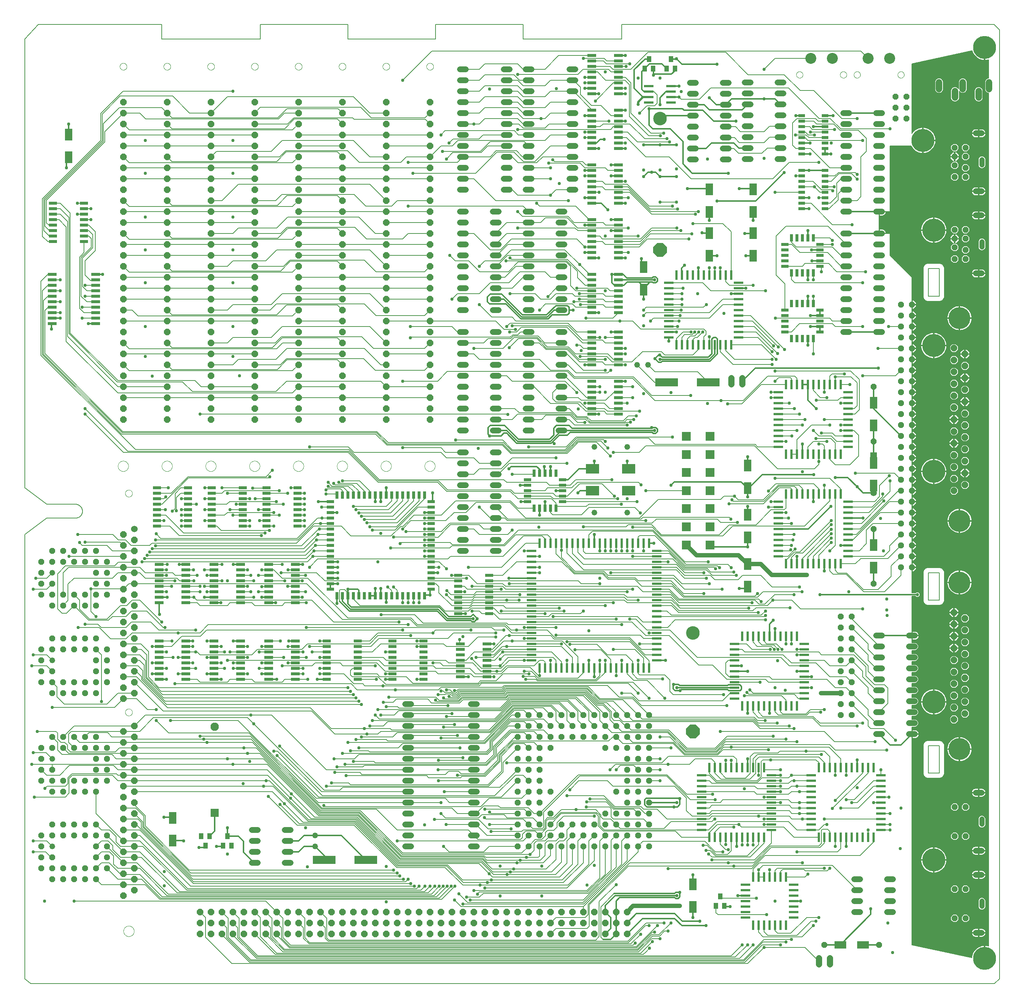
<source format=gtl>
G75*
%MOIN*%
%OFA0B0*%
%FSLAX25Y25*%
%IPPOS*%
%LPD*%
%AMOC8*
5,1,8,0,0,1.08239X$1,22.5*
%
%ADD10C,0.00600*%
%ADD11C,0.00000*%
%ADD12OC8,0.06000*%
%ADD13R,0.08000X0.02600*%
%ADD14C,0.06000*%
%ADD15R,0.07520X0.02520*%
%ADD16R,0.07087X0.02992*%
%ADD17R,0.02992X0.07087*%
%ADD18C,0.05200*%
%ADD19OC8,0.05200*%
%ADD20C,0.05200*%
%ADD21R,0.02362X0.08661*%
%ADD22R,0.08661X0.02362*%
%ADD23OC8,0.05600*%
%ADD24OC8,0.05543*%
%ADD25C,0.04756*%
%ADD26R,0.03937X0.05512*%
%ADD27C,0.07677*%
%ADD28R,0.07677X0.07677*%
%ADD29C,0.20000*%
%ADD30R,0.05937X0.05937*%
%ADD31C,0.05937*%
%ADD32R,0.08268X0.08268*%
%ADD33R,0.06000X0.02500*%
%ADD34R,0.07087X0.10827*%
%ADD35C,0.12400*%
%ADD36OC8,0.12400*%
%ADD37C,0.10000*%
%ADD38C,0.05600*%
%ADD39C,0.21000*%
%ADD40R,0.21000X0.07600*%
%ADD41R,0.10827X0.07087*%
%ADD42C,0.05937*%
%ADD43R,0.12000X0.08600*%
%ADD44C,0.01200*%
%ADD45C,0.02978*%
%ADD46C,0.00800*%
%ADD47C,0.02000*%
%ADD48C,0.04159*%
%ADD49C,0.04000*%
D10*
X0004700Y0005800D02*
X0010200Y0001300D01*
X0890200Y0001300D01*
X0894700Y0005800D01*
X0894700Y0872800D01*
X0889700Y0877800D01*
X0549700Y0877800D01*
X0549700Y0864300D01*
X0459700Y0864300D01*
X0459700Y0877800D01*
X0379700Y0877800D01*
X0379700Y0864300D01*
X0299700Y0864300D01*
X0299700Y0877800D01*
X0219700Y0877800D01*
X0219700Y0864300D01*
X0129700Y0864300D01*
X0129700Y0877800D01*
X0017200Y0877800D01*
X0004700Y0864300D01*
X0004700Y0454300D01*
X0024700Y0439300D01*
X0051700Y0439300D01*
X0051856Y0439286D01*
X0052012Y0439267D01*
X0052168Y0439245D01*
X0052323Y0439219D01*
X0052477Y0439189D01*
X0052631Y0439155D01*
X0052783Y0439117D01*
X0052935Y0439075D01*
X0053085Y0439030D01*
X0053234Y0438981D01*
X0053382Y0438928D01*
X0053529Y0438871D01*
X0053674Y0438811D01*
X0053817Y0438748D01*
X0053959Y0438680D01*
X0054100Y0438609D01*
X0054238Y0438535D01*
X0054374Y0438457D01*
X0054509Y0438376D01*
X0054641Y0438291D01*
X0054772Y0438203D01*
X0054900Y0438112D01*
X0055025Y0438018D01*
X0055149Y0437921D01*
X0055269Y0437820D01*
X0055388Y0437717D01*
X0055503Y0437610D01*
X0055616Y0437501D01*
X0055726Y0437389D01*
X0055834Y0437274D01*
X0055938Y0437157D01*
X0056039Y0437037D01*
X0056138Y0436914D01*
X0056233Y0436789D01*
X0056325Y0436662D01*
X0056414Y0436532D01*
X0056500Y0436401D01*
X0056582Y0436267D01*
X0056661Y0436131D01*
X0056736Y0435993D01*
X0056808Y0435854D01*
X0056877Y0435712D01*
X0056942Y0435569D01*
X0057003Y0435425D01*
X0057061Y0435278D01*
X0057115Y0435131D01*
X0057165Y0434982D01*
X0057211Y0434832D01*
X0057254Y0434681D01*
X0057293Y0434529D01*
X0057328Y0434375D01*
X0057360Y0434221D01*
X0057387Y0434067D01*
X0057411Y0433911D01*
X0057430Y0433756D01*
X0057446Y0433599D01*
X0057458Y0433443D01*
X0057466Y0433286D01*
X0057470Y0433129D01*
X0057470Y0432971D01*
X0057466Y0432814D01*
X0057458Y0432657D01*
X0057446Y0432501D01*
X0057430Y0432344D01*
X0057411Y0432189D01*
X0057387Y0432033D01*
X0057360Y0431879D01*
X0057328Y0431725D01*
X0057293Y0431571D01*
X0057254Y0431419D01*
X0057211Y0431268D01*
X0057165Y0431118D01*
X0057115Y0430969D01*
X0057061Y0430822D01*
X0057003Y0430675D01*
X0056942Y0430531D01*
X0056877Y0430388D01*
X0056808Y0430246D01*
X0056736Y0430107D01*
X0056661Y0429969D01*
X0056582Y0429833D01*
X0056500Y0429699D01*
X0056414Y0429568D01*
X0056325Y0429438D01*
X0056233Y0429311D01*
X0056138Y0429186D01*
X0056039Y0429063D01*
X0055938Y0428943D01*
X0055834Y0428826D01*
X0055726Y0428711D01*
X0055616Y0428599D01*
X0055503Y0428490D01*
X0055388Y0428383D01*
X0055269Y0428280D01*
X0055149Y0428179D01*
X0055025Y0428082D01*
X0054900Y0427988D01*
X0054772Y0427897D01*
X0054641Y0427809D01*
X0054509Y0427724D01*
X0054374Y0427643D01*
X0054238Y0427565D01*
X0054100Y0427491D01*
X0053959Y0427420D01*
X0053817Y0427352D01*
X0053674Y0427289D01*
X0053529Y0427229D01*
X0053382Y0427172D01*
X0053234Y0427119D01*
X0053085Y0427070D01*
X0052935Y0427025D01*
X0052783Y0426983D01*
X0052631Y0426945D01*
X0052477Y0426911D01*
X0052323Y0426881D01*
X0052168Y0426855D01*
X0052012Y0426833D01*
X0051856Y0426814D01*
X0051700Y0426800D01*
X0024700Y0426800D01*
X0004700Y0411800D01*
X0004700Y0005800D01*
X0049700Y0076800D02*
X0224700Y0076800D01*
X0234700Y0066800D01*
X0240400Y0061100D01*
X0240400Y0043300D01*
X0247300Y0036400D01*
X0560254Y0036400D01*
X0562210Y0038356D01*
X0563100Y0035200D02*
X0246803Y0035200D01*
X0239200Y0042803D01*
X0239200Y0052300D01*
X0234700Y0056800D01*
X0230400Y0061100D02*
X0230400Y0044300D01*
X0241900Y0032800D01*
X0564094Y0032800D01*
X0577205Y0045911D01*
X0583811Y0045911D01*
X0594700Y0056800D01*
X0588500Y0056800D02*
X0572200Y0056800D01*
X0555400Y0040000D01*
X0281803Y0040000D01*
X0279200Y0042603D01*
X0279200Y0052300D01*
X0274700Y0056800D01*
X0280400Y0061100D02*
X0274700Y0066800D01*
X0280400Y0061100D02*
X0280400Y0043100D01*
X0282300Y0041200D01*
X0526100Y0041200D01*
X0529200Y0044300D01*
X0529200Y0076300D01*
X0544700Y0091800D01*
X0534700Y0101194D02*
X0534700Y0126800D01*
X0529700Y0131800D02*
X0534700Y0136800D01*
X0533203Y0140600D02*
X0528500Y0145303D01*
X0528500Y0154500D01*
X0526311Y0156689D01*
X0494589Y0156689D01*
X0484700Y0146800D01*
X0480900Y0150000D02*
X0480900Y0143000D01*
X0474700Y0136800D01*
X0470900Y0140600D01*
X0462200Y0140600D01*
X0459200Y0137600D01*
X0459200Y0134800D01*
X0457400Y0133000D01*
X0418500Y0133000D01*
X0414700Y0136800D01*
X0409700Y0141800D01*
X0344700Y0141800D01*
X0325900Y0160600D01*
X0275733Y0160600D01*
X0211533Y0224800D01*
X0168200Y0224800D01*
X0106700Y0224800D01*
X0104700Y0226800D01*
X0084200Y0226800D01*
X0080400Y0230600D01*
X0063500Y0230600D01*
X0059700Y0226800D01*
X0054700Y0221800D02*
X0049700Y0226800D01*
X0047200Y0231800D02*
X0044700Y0229300D01*
X0044700Y0221800D01*
X0049700Y0216800D01*
X0046500Y0213000D02*
X0043700Y0215800D01*
X0043700Y0219300D01*
X0041200Y0221800D01*
X0037700Y0221800D01*
X0034700Y0224800D01*
X0034700Y0230300D01*
X0033200Y0231800D01*
X0016111Y0231800D01*
X0029700Y0226800D02*
X0034700Y0221800D01*
X0034700Y0214800D01*
X0038900Y0210600D01*
X0084400Y0210600D01*
X0088200Y0206800D01*
X0104700Y0206800D01*
X0189700Y0206800D01*
X0222745Y0206800D01*
X0273745Y0155800D01*
X0309609Y0155800D01*
X0348409Y0117000D01*
X0423688Y0117000D01*
X0426465Y0114223D01*
X0457200Y0114223D01*
X0475623Y0114223D01*
X0479700Y0118300D01*
X0479700Y0129300D01*
X0482200Y0131800D01*
X0489700Y0131800D01*
X0494700Y0136800D01*
X0499700Y0134800D02*
X0496700Y0131800D01*
X0492700Y0131800D01*
X0489700Y0128800D01*
X0489700Y0114800D01*
X0480845Y0105945D01*
X0451200Y0105945D01*
X0431349Y0105945D01*
X0422694Y0114600D01*
X0347415Y0114600D01*
X0308615Y0153400D01*
X0269600Y0153400D01*
X0248200Y0174800D01*
X0226200Y0196800D01*
X0104700Y0196800D01*
X0089700Y0196800D01*
X0085900Y0200600D01*
X0045500Y0200600D01*
X0036700Y0191800D01*
X0024700Y0191800D01*
X0019700Y0196800D01*
X0011111Y0201800D02*
X0029700Y0201800D01*
X0029700Y0196800D01*
X0029700Y0201800D02*
X0094700Y0201800D01*
X0194700Y0201800D01*
X0226048Y0201800D01*
X0273248Y0154600D01*
X0309112Y0154600D01*
X0347912Y0115800D01*
X0423191Y0115800D01*
X0427157Y0111834D01*
X0454200Y0111834D01*
X0478234Y0111834D01*
X0484700Y0118300D01*
X0484700Y0126800D01*
X0479700Y0131800D02*
X0484700Y0136800D01*
X0480200Y0136300D02*
X0480200Y0139300D01*
X0482200Y0141300D01*
X0487700Y0141300D01*
X0490700Y0144300D01*
X0490700Y0148300D01*
X0496700Y0154300D01*
X0524700Y0154300D01*
X0526808Y0157889D02*
X0529700Y0154997D01*
X0529700Y0145800D01*
X0533700Y0141800D01*
X0622810Y0141800D01*
X0629200Y0141800D01*
X0636700Y0149300D01*
X0702200Y0149300D01*
X0709700Y0141800D01*
X0722810Y0141800D01*
X0729700Y0141800D01*
X0734700Y0146800D01*
X0737200Y0146800D01*
X0737700Y0142300D02*
X0739700Y0140300D01*
X0739700Y0134910D01*
X0734700Y0134910D02*
X0734700Y0129800D01*
X0730700Y0125800D01*
X0686094Y0125800D01*
X0669094Y0108800D01*
X0652200Y0108800D01*
X0555700Y0108800D01*
X0520200Y0073300D01*
X0520200Y0053800D01*
X0518200Y0051800D01*
X0489700Y0051800D01*
X0484700Y0046800D01*
X0484700Y0056800D02*
X0489700Y0061800D01*
X0516500Y0061800D01*
X0519000Y0064300D01*
X0519000Y0073797D01*
X0557003Y0111800D01*
X0647200Y0111800D01*
X0670397Y0111800D01*
X0685597Y0127000D01*
X0729900Y0127000D01*
X0732200Y0129300D01*
X0732200Y0141300D01*
X0733200Y0142300D01*
X0737700Y0142300D01*
X0734700Y0151800D02*
X0786590Y0151800D01*
X0786590Y0156800D02*
X0794700Y0156800D01*
X0794700Y0146800D02*
X0786590Y0146800D01*
X0786590Y0141800D02*
X0794700Y0141800D01*
X0779700Y0134910D02*
X0779700Y0130800D01*
X0767450Y0118550D01*
X0680541Y0118550D01*
X0668402Y0106411D01*
X0592089Y0106411D01*
X0569200Y0131300D02*
X0625700Y0131300D01*
X0635200Y0121800D01*
X0642200Y0121800D01*
X0644700Y0123800D02*
X0639700Y0128800D01*
X0639700Y0134910D01*
X0634700Y0134910D02*
X0634700Y0139800D01*
X0639311Y0144411D01*
X0652200Y0144411D01*
X0656700Y0146800D02*
X0637200Y0146800D01*
X0629700Y0139300D01*
X0629700Y0134910D01*
X0604590Y0134910D01*
X0598900Y0140600D01*
X0533203Y0140600D01*
X0524700Y0136800D02*
X0519700Y0131800D01*
X0519700Y0110300D01*
X0500700Y0091300D01*
X0420400Y0091300D01*
X0404700Y0091300D01*
X0388600Y0107400D01*
X0344432Y0107400D01*
X0305632Y0146200D01*
X0253300Y0146200D01*
X0227200Y0172300D01*
X0230700Y0176800D02*
X0104700Y0176800D01*
X0104700Y0186800D02*
X0089700Y0186800D01*
X0084700Y0191800D01*
X0048200Y0191800D01*
X0045200Y0188800D01*
X0045200Y0175300D01*
X0041700Y0171800D01*
X0013500Y0171800D01*
X0023289Y0179800D02*
X0025289Y0181800D01*
X0041700Y0181800D01*
X0044000Y0184100D01*
X0044000Y0189297D01*
X0047703Y0193000D01*
X0088500Y0193000D01*
X0089700Y0191800D01*
X0094700Y0191800D01*
X0226397Y0191800D01*
X0247549Y0170649D01*
X0265997Y0152200D01*
X0308118Y0152200D01*
X0346918Y0113400D01*
X0422197Y0113400D01*
X0432041Y0103556D01*
X0448200Y0103556D01*
X0485956Y0103556D01*
X0494700Y0112300D01*
X0494700Y0126800D01*
X0499700Y0131800D02*
X0499700Y0111300D01*
X0489567Y0101167D01*
X0445200Y0101167D01*
X0432733Y0101167D01*
X0421700Y0112200D01*
X0346420Y0112200D01*
X0307620Y0151000D01*
X0263819Y0151000D01*
X0228019Y0186800D01*
X0225200Y0186800D01*
X0104700Y0186800D01*
X0094700Y0181800D02*
X0222700Y0181800D01*
X0231321Y0181800D01*
X0263321Y0149800D01*
X0307123Y0149800D01*
X0345923Y0111000D01*
X0419500Y0111000D01*
X0428700Y0101800D01*
X0431722Y0098778D01*
X0493178Y0098778D01*
X0504700Y0110300D01*
X0504700Y0126800D01*
X0509700Y0131800D02*
X0509700Y0110300D01*
X0495478Y0096078D01*
X0430700Y0096078D01*
X0404419Y0096078D01*
X0390697Y0109800D01*
X0345426Y0109800D01*
X0306626Y0148600D01*
X0258900Y0148600D01*
X0241700Y0165800D01*
X0230700Y0176800D01*
X0237889Y0164989D02*
X0255479Y0147400D01*
X0306129Y0147400D01*
X0344929Y0108600D01*
X0390200Y0108600D01*
X0405111Y0093689D01*
X0427200Y0093689D01*
X0496589Y0093689D01*
X0514700Y0111800D01*
X0514700Y0126800D01*
X0509700Y0131800D02*
X0514700Y0136800D01*
X0504700Y0136800D02*
X0499700Y0131800D01*
X0499700Y0134800D02*
X0499700Y0141800D01*
X0504700Y0146800D01*
X0494092Y0157889D02*
X0488003Y0151800D01*
X0482700Y0151800D01*
X0480900Y0150000D01*
X0479700Y0150497D02*
X0479700Y0143497D01*
X0478003Y0141800D01*
X0459700Y0141800D01*
X0458311Y0140411D01*
X0430311Y0140411D01*
X0427700Y0142800D02*
X0419200Y0151300D01*
X0378811Y0151300D01*
X0384700Y0156800D02*
X0388700Y0152800D01*
X0419200Y0152800D01*
X0422000Y0155600D01*
X0442400Y0155600D01*
X0445200Y0152800D01*
X0468700Y0152800D01*
X0474700Y0146800D01*
X0478500Y0143994D02*
X0478500Y0158100D01*
X0511400Y0191000D01*
X0590697Y0191000D01*
X0612397Y0169300D01*
X0635200Y0169300D01*
X0639700Y0166800D02*
X0642200Y0169300D01*
X0702200Y0169300D01*
X0704700Y0166800D01*
X0712200Y0166800D01*
X0722810Y0166800D01*
X0722810Y0161800D02*
X0712200Y0161800D01*
X0705200Y0161800D01*
X0702700Y0164300D01*
X0632200Y0164300D01*
X0629700Y0161800D01*
X0622810Y0161800D01*
X0622810Y0166800D02*
X0639700Y0166800D01*
X0632811Y0174300D02*
X0609094Y0174300D01*
X0591194Y0192200D01*
X0510100Y0192200D01*
X0474700Y0156800D01*
X0469650Y0156800D01*
X0464450Y0162000D01*
X0439000Y0162000D01*
X0437200Y0163800D01*
X0423697Y0163800D01*
X0416697Y0156800D01*
X0414700Y0156800D01*
X0399700Y0156800D01*
X0394700Y0161800D01*
X0276230Y0161800D01*
X0210730Y0227300D01*
X0164700Y0227300D01*
X0171200Y0221800D02*
X0212836Y0221800D01*
X0275236Y0159400D01*
X0311100Y0159400D01*
X0349900Y0120600D01*
X0458500Y0120600D01*
X0464700Y0126800D01*
X0470900Y0133000D01*
X0476900Y0133000D01*
X0480200Y0136300D01*
X0479700Y0131800D02*
X0472200Y0131800D01*
X0469700Y0129300D01*
X0469700Y0123001D01*
X0466200Y0119501D01*
X0466099Y0119400D01*
X0349403Y0119400D01*
X0310603Y0158200D01*
X0274739Y0158200D01*
X0216139Y0216800D01*
X0204700Y0216800D01*
X0104700Y0216800D01*
X0091200Y0216800D01*
X0087400Y0213000D01*
X0046500Y0213000D01*
X0044700Y0211800D02*
X0039700Y0216800D01*
X0044700Y0211800D02*
X0094700Y0211800D01*
X0208200Y0211800D01*
X0219442Y0211800D01*
X0274242Y0157000D01*
X0310106Y0157000D01*
X0348906Y0118200D01*
X0424185Y0118200D01*
X0425774Y0116612D01*
X0462871Y0116612D01*
X0473512Y0116612D01*
X0474700Y0117800D01*
X0474700Y0126800D01*
X0464700Y0136800D02*
X0459700Y0131800D01*
X0344700Y0131800D01*
X0341578Y0105178D02*
X0154807Y0105178D01*
X0114701Y0145284D01*
X0114701Y0154799D01*
X0104700Y0164800D01*
X0104700Y0166800D01*
X0106003Y0161800D02*
X0113501Y0154301D01*
X0113501Y0144787D01*
X0155988Y0102300D01*
X0344700Y0102300D01*
X0347230Y0099770D02*
X0156821Y0099770D01*
X0112301Y0144290D01*
X0112301Y0149199D01*
X0104700Y0156800D01*
X0106003Y0161800D02*
X0094700Y0161800D01*
X0094700Y0151800D02*
X0108003Y0151800D01*
X0111101Y0148701D01*
X0111101Y0143793D01*
X0158094Y0096800D01*
X0350400Y0096800D01*
X0352311Y0094411D02*
X0158786Y0094411D01*
X0106397Y0146800D01*
X0104700Y0146800D01*
X0109700Y0141800D02*
X0158700Y0092800D01*
X0357089Y0092800D01*
X0360400Y0090300D02*
X0156200Y0090300D01*
X0109700Y0136800D01*
X0104700Y0136800D01*
X0109700Y0131800D02*
X0094700Y0131800D01*
X0069700Y0156800D01*
X0069700Y0176800D01*
X0069700Y0146800D02*
X0074700Y0141800D01*
X0082200Y0141800D01*
X0088200Y0135800D01*
X0088200Y0130800D01*
X0092200Y0126800D01*
X0104700Y0126800D01*
X0112579Y0126800D01*
X0152668Y0086711D01*
X0366611Y0086711D01*
X0370200Y0090300D01*
X0374700Y0090300D02*
X0369911Y0085511D01*
X0145989Y0085511D01*
X0109700Y0121800D01*
X0094700Y0121800D01*
X0079700Y0136800D01*
X0080700Y0131800D02*
X0074700Y0131800D01*
X0069700Y0126800D01*
X0074700Y0121800D02*
X0069700Y0116800D01*
X0074700Y0111800D02*
X0069700Y0106800D01*
X0074700Y0111800D02*
X0081700Y0111800D01*
X0091700Y0101800D01*
X0094700Y0101800D01*
X0095300Y0101200D01*
X0109700Y0101200D01*
X0130200Y0080700D01*
X0380789Y0080700D01*
X0390389Y0090300D01*
X0393967Y0090300D02*
X0383167Y0079500D01*
X0128697Y0079500D01*
X0111397Y0096800D01*
X0104700Y0096800D01*
X0089700Y0096800D01*
X0079700Y0106800D01*
X0085950Y0110550D02*
X0085950Y0118050D01*
X0082200Y0121800D01*
X0074700Y0121800D01*
X0079700Y0126800D02*
X0094700Y0111800D01*
X0107200Y0111800D01*
X0135889Y0083111D01*
X0376011Y0083111D01*
X0383200Y0090300D01*
X0386811Y0090300D02*
X0378411Y0081900D01*
X0134600Y0081900D01*
X0109700Y0106800D01*
X0104700Y0106800D01*
X0089700Y0106800D01*
X0085950Y0110550D01*
X0092200Y0116800D02*
X0085200Y0123800D01*
X0085200Y0127300D01*
X0080700Y0131800D01*
X0092200Y0116800D02*
X0104700Y0116800D01*
X0111200Y0116800D01*
X0143689Y0084311D01*
X0373211Y0084311D01*
X0379200Y0090300D01*
X0364700Y0090300D02*
X0362311Y0087911D01*
X0153589Y0087911D01*
X0109700Y0131800D01*
X0109700Y0141800D02*
X0094700Y0141800D01*
X0069700Y0096800D02*
X0074700Y0091800D01*
X0094700Y0091800D01*
X0114700Y0091800D01*
X0128200Y0078300D01*
X0385545Y0078300D01*
X0397545Y0090300D01*
X0401200Y0083300D02*
X0409111Y0075389D01*
X0514592Y0075389D01*
X0549700Y0110497D01*
X0549700Y0131800D01*
X0554700Y0136800D01*
X0548500Y0143000D02*
X0588400Y0143000D01*
X0594700Y0149300D01*
X0632200Y0149300D01*
X0634700Y0151800D01*
X0632200Y0154300D02*
X0674700Y0154300D01*
X0702700Y0154300D01*
X0705200Y0151800D01*
X0714700Y0151800D01*
X0722810Y0151800D01*
X0722810Y0156800D02*
X0712200Y0156800D01*
X0705200Y0156800D01*
X0702700Y0159300D01*
X0632200Y0159300D01*
X0629700Y0156800D01*
X0622810Y0156800D01*
X0622810Y0151800D02*
X0629700Y0151800D01*
X0632200Y0154300D01*
X0632200Y0156800D02*
X0686590Y0156800D01*
X0686590Y0151800D02*
X0679700Y0151800D01*
X0679700Y0146800D02*
X0686590Y0146800D01*
X0686590Y0141800D02*
X0686590Y0129690D01*
X0671165Y0114265D01*
X0632265Y0114265D01*
X0632011Y0117011D02*
X0667108Y0117011D01*
X0679700Y0129603D01*
X0679700Y0134910D01*
X0674700Y0134910D02*
X0674700Y0128300D01*
X0664611Y0118211D01*
X0635395Y0118211D01*
X0630515Y0123091D01*
X0626833Y0123091D01*
X0629222Y0119800D02*
X0632011Y0117011D01*
X0635892Y0119411D02*
X0627692Y0127611D01*
X0624011Y0127611D01*
X0635892Y0119411D02*
X0646311Y0119411D01*
X0649700Y0122800D01*
X0649700Y0134910D01*
X0644700Y0134910D02*
X0644700Y0128300D01*
X0644700Y0123800D02*
X0647200Y0123800D01*
X0659700Y0128189D02*
X0659700Y0134910D01*
X0664700Y0134910D02*
X0664700Y0128189D01*
X0669700Y0128189D02*
X0669700Y0134910D01*
X0659200Y0144300D02*
X0697700Y0144300D01*
X0707090Y0134910D01*
X0729700Y0134910D01*
X0744700Y0134910D02*
X0744700Y0126800D01*
X0749700Y0124800D02*
X0746700Y0121800D01*
X0709700Y0121800D01*
X0714700Y0111800D02*
X0675488Y0111800D01*
X0669700Y0106012D01*
X0669700Y0098847D01*
X0674700Y0098847D02*
X0674700Y0105300D01*
X0678811Y0109411D01*
X0742089Y0109411D01*
X0764700Y0086800D01*
X0739700Y0106800D02*
X0737311Y0104411D01*
X0717389Y0104411D01*
X0716200Y0105600D01*
X0696700Y0105600D01*
X0694700Y0103600D01*
X0694700Y0098847D01*
X0689700Y0098847D02*
X0689700Y0104800D01*
X0690700Y0105800D01*
X0691700Y0106800D01*
X0734700Y0106800D01*
X0719700Y0101300D02*
X0717247Y0098847D01*
X0699700Y0098847D01*
X0684700Y0098847D02*
X0684700Y0105300D01*
X0679700Y0098847D02*
X0674700Y0098847D01*
X0672700Y0079300D02*
X0641531Y0079300D01*
X0639700Y0081131D01*
X0635960Y0072469D02*
X0635960Y0066040D01*
X0637700Y0064300D01*
X0682200Y0064300D01*
X0679700Y0054753D02*
X0679700Y0048800D01*
X0683111Y0045389D01*
X0694700Y0045389D01*
X0695700Y0045389D01*
X0709789Y0045389D01*
X0722700Y0058300D01*
X0727200Y0058300D01*
X0729700Y0061800D02*
X0718700Y0061800D01*
X0704200Y0047300D01*
X0692200Y0047300D01*
X0689700Y0049800D01*
X0689700Y0054753D01*
X0674700Y0054753D02*
X0674700Y0048300D01*
X0678811Y0044189D01*
X0714589Y0044189D01*
X0724700Y0054300D01*
X0704700Y0041800D02*
X0679700Y0041800D01*
X0661100Y0023200D01*
X0211000Y0023200D01*
X0190400Y0043800D01*
X0190400Y0061100D01*
X0184700Y0066800D01*
X0184700Y0056800D02*
X0189200Y0052300D01*
X0189200Y0043303D01*
X0210503Y0022000D01*
X0661597Y0022000D01*
X0678897Y0039300D01*
X0699700Y0039300D01*
X0694700Y0036800D02*
X0678094Y0036800D01*
X0662094Y0020800D01*
X0210006Y0020800D01*
X0184700Y0046106D01*
X0184700Y0046800D01*
X0194700Y0046800D02*
X0194950Y0046550D01*
X0194950Y0045856D01*
X0216406Y0024400D01*
X0657300Y0024400D01*
X0669700Y0036800D01*
X0664700Y0036800D02*
X0653500Y0025600D01*
X0216903Y0025600D01*
X0199200Y0043303D01*
X0199200Y0052300D01*
X0194700Y0056800D01*
X0200400Y0061100D02*
X0194700Y0066800D01*
X0200400Y0061100D02*
X0200400Y0043800D01*
X0217400Y0026800D01*
X0649700Y0026800D01*
X0659700Y0036800D01*
X0664889Y0019600D02*
X0193900Y0019600D01*
X0169700Y0043800D01*
X0169700Y0061800D01*
X0164700Y0066800D01*
X0214700Y0066800D02*
X0219700Y0061800D01*
X0219700Y0044300D01*
X0234800Y0029200D01*
X0567267Y0029200D01*
X0577783Y0039717D01*
X0577010Y0042322D02*
X0565088Y0030400D01*
X0240600Y0030400D01*
X0224700Y0046300D01*
X0224700Y0046800D01*
X0229200Y0043803D02*
X0229200Y0052300D01*
X0224700Y0056800D01*
X0230400Y0061100D02*
X0224700Y0066800D01*
X0214700Y0046800D02*
X0233500Y0028000D01*
X0569445Y0028000D01*
X0571973Y0030527D01*
X0575223Y0033777D01*
X0577010Y0042322D02*
X0584700Y0042322D01*
X0584308Y0044711D02*
X0588897Y0049300D01*
X0592200Y0049300D01*
X0584308Y0044711D02*
X0577702Y0044711D01*
X0564591Y0031600D01*
X0241403Y0031600D01*
X0229200Y0043803D01*
X0234700Y0045606D02*
X0246306Y0034000D01*
X0563597Y0034000D01*
X0577897Y0048300D01*
X0579700Y0048300D01*
X0582311Y0054411D02*
X0563100Y0035200D01*
X0558076Y0037600D02*
X0264403Y0037600D01*
X0259200Y0042803D01*
X0259200Y0052300D01*
X0254700Y0056800D01*
X0260400Y0061100D02*
X0254700Y0066800D01*
X0260400Y0061100D02*
X0260400Y0043300D01*
X0264900Y0038800D01*
X0555897Y0038800D01*
X0571397Y0054300D01*
X0574700Y0054300D01*
X0566988Y0046512D02*
X0558076Y0037600D01*
X0514700Y0066800D02*
X0514700Y0071800D01*
X0403089Y0071800D01*
X0397089Y0077800D01*
X0404700Y0074189D02*
X0515089Y0074189D01*
X0554700Y0113800D01*
X0554700Y0126800D01*
X0564700Y0126800D02*
X0564700Y0121800D01*
X0514700Y0071800D01*
X0514700Y0077800D02*
X0544700Y0107800D01*
X0544700Y0126800D01*
X0540200Y0132300D02*
X0540200Y0104997D01*
X0519103Y0083900D01*
X0423300Y0083900D01*
X0419700Y0080300D01*
X0408011Y0080300D01*
X0411589Y0077800D02*
X0514700Y0077800D01*
X0518606Y0085100D02*
X0534700Y0101194D01*
X0529700Y0097891D02*
X0518109Y0086300D01*
X0414700Y0086300D01*
X0418011Y0083189D02*
X0419922Y0085100D01*
X0518606Y0085100D01*
X0529700Y0097891D02*
X0529700Y0131800D01*
X0524700Y0126800D02*
X0524700Y0113603D01*
X0499786Y0088689D01*
X0424700Y0088689D01*
X0423700Y0121800D02*
X0392200Y0121800D01*
X0387200Y0126800D01*
X0389611Y0146800D02*
X0414700Y0146800D01*
X0416700Y0146800D01*
X0426700Y0136800D01*
X0454700Y0136800D01*
X0448789Y0142800D02*
X0427700Y0142800D01*
X0429111Y0146800D02*
X0454700Y0146800D01*
X0459900Y0151600D02*
X0425843Y0151600D01*
X0424421Y0153021D01*
X0429111Y0158211D02*
X0429200Y0158211D01*
X0430611Y0156800D01*
X0454700Y0156800D01*
X0460700Y0160800D02*
X0464700Y0156800D01*
X0460700Y0160800D02*
X0424789Y0160800D01*
X0421200Y0163000D02*
X0428800Y0170600D01*
X0458500Y0170600D01*
X0464700Y0176800D01*
X0464700Y0186800D02*
X0459700Y0191800D01*
X0452700Y0191800D01*
X0433900Y0173000D01*
X0276303Y0173000D01*
X0235503Y0213800D01*
X0232200Y0213800D01*
X0235222Y0209581D02*
X0273003Y0171800D01*
X0439700Y0171800D01*
X0454700Y0186800D01*
X0444700Y0186800D02*
X0438500Y0180600D01*
X0295000Y0180600D01*
X0292400Y0178000D01*
X0278060Y0178000D01*
X0237611Y0218449D01*
X0209427Y0230300D02*
X0136200Y0230300D01*
X0124700Y0241800D01*
X0122200Y0244300D02*
X0208200Y0244300D01*
X0213700Y0238800D01*
X0275700Y0176800D01*
X0354700Y0176800D01*
X0371700Y0191300D02*
X0373589Y0189411D01*
X0402690Y0189411D01*
X0403879Y0190600D01*
X0425100Y0190600D01*
X0438900Y0204400D01*
X0438900Y0209997D01*
X0450703Y0221800D01*
X0469700Y0221800D01*
X0474700Y0216800D01*
X0474700Y0226800D02*
X0469700Y0231800D01*
X0448203Y0231800D01*
X0434100Y0217697D01*
X0434100Y0209897D01*
X0426003Y0201800D01*
X0297200Y0201800D01*
X0289700Y0199300D02*
X0313400Y0199300D01*
X0314700Y0200600D01*
X0426500Y0200600D01*
X0435300Y0209400D01*
X0435300Y0217200D01*
X0448700Y0230600D01*
X0460900Y0230600D01*
X0464700Y0226800D01*
X0460900Y0220600D02*
X0451200Y0220600D01*
X0440100Y0209500D01*
X0440100Y0195397D01*
X0427703Y0183000D01*
X0302200Y0183000D01*
X0300400Y0184800D01*
X0284700Y0184800D01*
X0280200Y0181800D02*
X0428200Y0181800D01*
X0441300Y0194900D01*
X0441300Y0203400D01*
X0454700Y0216800D01*
X0460900Y0220600D02*
X0464700Y0216800D01*
X0454700Y0226800D02*
X0452309Y0226800D01*
X0436500Y0210991D01*
X0436500Y0205394D01*
X0424106Y0193000D01*
X0403200Y0193000D01*
X0400900Y0195300D01*
X0391700Y0195300D01*
X0388900Y0192500D01*
X0312500Y0192500D01*
X0310700Y0194300D01*
X0287700Y0194300D01*
X0280011Y0196800D02*
X0230011Y0246800D01*
X0211200Y0246800D01*
X0114700Y0246800D01*
X0104700Y0236800D01*
X0049700Y0236800D01*
X0039700Y0226800D01*
X0047200Y0231800D02*
X0094700Y0231800D01*
X0109700Y0231800D01*
X0122200Y0244300D01*
X0124700Y0251800D02*
X0116700Y0251800D01*
X0106700Y0261800D01*
X0094700Y0261800D01*
X0086700Y0253800D01*
X0029700Y0253800D01*
X0034200Y0263300D02*
X0034200Y0272300D01*
X0029700Y0276800D01*
X0029700Y0286800D02*
X0024700Y0291800D01*
X0011111Y0291800D01*
X0012311Y0301800D02*
X0024700Y0301800D01*
X0029700Y0296800D01*
X0034200Y0263300D02*
X0040700Y0256800D01*
X0079700Y0256800D01*
X0089700Y0266800D01*
X0104700Y0266800D01*
X0104700Y0276800D02*
X0131200Y0250300D01*
X0266700Y0250300D01*
X0287700Y0229300D01*
X0317200Y0229300D01*
X0327200Y0229300D01*
X0329700Y0231800D01*
X0429320Y0231800D01*
X0450970Y0253450D01*
X0478050Y0253450D01*
X0484700Y0246800D01*
X0489700Y0250103D02*
X0485153Y0254650D01*
X0450473Y0254650D01*
X0428823Y0233000D01*
X0339700Y0233000D01*
X0338400Y0234300D01*
X0314700Y0234300D01*
X0284397Y0234300D01*
X0265397Y0253300D01*
X0135200Y0253300D01*
X0106700Y0281800D01*
X0094700Y0281800D01*
X0094700Y0291800D02*
X0108200Y0291800D01*
X0112600Y0287400D01*
X0112600Y0279612D01*
X0132912Y0259300D01*
X0309700Y0259300D01*
X0312200Y0256300D02*
X0134215Y0256300D01*
X0111400Y0279115D01*
X0111400Y0281800D01*
X0106400Y0286800D01*
X0104700Y0286800D01*
X0104700Y0296800D02*
X0109300Y0296800D01*
X0113800Y0292300D01*
X0113800Y0280109D01*
X0131609Y0262300D01*
X0307200Y0262300D01*
X0304700Y0265300D02*
X0130306Y0265300D01*
X0115000Y0280606D01*
X0115000Y0296500D01*
X0109700Y0301800D01*
X0094700Y0301800D01*
X0094700Y0311800D02*
X0110700Y0311800D01*
X0117700Y0304800D01*
X0117700Y0281300D01*
X0127200Y0271800D01*
X0299700Y0271800D01*
X0302200Y0268300D02*
X0129003Y0268300D01*
X0116200Y0281103D01*
X0116200Y0301800D01*
X0111200Y0306800D01*
X0104700Y0306800D01*
X0097200Y0316300D02*
X0083200Y0316300D01*
X0072700Y0326800D01*
X0053500Y0326800D01*
X0059700Y0329800D02*
X0071397Y0329800D01*
X0074549Y0326649D01*
X0097049Y0326649D01*
X0102200Y0331800D01*
X0119700Y0331800D01*
X0127200Y0324300D01*
X0160700Y0324300D01*
X0164700Y0321800D02*
X0172200Y0329300D01*
X0354700Y0329300D01*
X0356811Y0334189D02*
X0294811Y0334189D01*
X0262200Y0366800D01*
X0104700Y0366800D01*
X0099700Y0366800D01*
X0094700Y0361800D01*
X0094513Y0361987D01*
X0065089Y0361987D01*
X0065089Y0341500D01*
X0069700Y0336889D01*
X0063697Y0334500D02*
X0079900Y0334500D01*
X0092200Y0346800D01*
X0097700Y0346800D01*
X0102700Y0351800D01*
X0109700Y0351800D01*
X0129700Y0331800D01*
X0131003Y0326800D02*
X0116003Y0341800D01*
X0102200Y0341800D01*
X0097200Y0336800D01*
X0084700Y0336800D01*
X0081200Y0333300D01*
X0063200Y0333300D01*
X0049700Y0346800D01*
X0042700Y0339800D01*
X0038700Y0339800D01*
X0034700Y0343800D01*
X0034700Y0375800D01*
X0041900Y0383000D01*
X0086900Y0383000D01*
X0090200Y0386300D01*
X0104200Y0386300D01*
X0104700Y0386800D01*
X0111700Y0386800D02*
X0262711Y0386800D01*
X0267711Y0391800D01*
X0283755Y0391800D01*
X0283755Y0396800D02*
X0268911Y0396800D01*
X0261911Y0389800D01*
X0114089Y0389800D01*
X0116478Y0392800D02*
X0261111Y0392800D01*
X0270111Y0401800D01*
X0283755Y0401800D01*
X0283755Y0406800D02*
X0271200Y0406800D01*
X0260200Y0395800D01*
X0118867Y0395800D01*
X0121256Y0398800D02*
X0259511Y0398800D01*
X0272511Y0411800D01*
X0283755Y0411800D01*
X0283755Y0416800D02*
X0273711Y0416800D01*
X0273003Y0416800D01*
X0257503Y0401300D01*
X0124200Y0401300D01*
X0120700Y0403800D02*
X0118700Y0401800D01*
X0101700Y0401800D01*
X0096700Y0406800D01*
X0090200Y0406800D01*
X0085200Y0411800D01*
X0053200Y0411800D01*
X0054700Y0404300D02*
X0057200Y0401800D01*
X0079700Y0401800D01*
X0084700Y0396800D01*
X0104700Y0396800D01*
X0094700Y0391800D02*
X0045200Y0391800D01*
X0044700Y0381800D02*
X0094700Y0381800D01*
X0109700Y0381800D01*
X0114700Y0376800D01*
X0139700Y0376800D01*
X0142200Y0374300D01*
X0151800Y0374300D01*
X0162200Y0374300D01*
X0159200Y0369300D02*
X0151800Y0369300D01*
X0146200Y0369300D01*
X0143700Y0371800D01*
X0114700Y0371800D01*
X0109700Y0376800D01*
X0104700Y0376800D01*
X0089700Y0376800D01*
X0084700Y0371800D01*
X0049700Y0371800D01*
X0044200Y0366300D01*
X0044200Y0351300D01*
X0039700Y0346800D01*
X0039700Y0356800D02*
X0039700Y0376800D01*
X0044700Y0381800D01*
X0029700Y0376800D02*
X0024700Y0371800D01*
X0014700Y0371800D01*
X0012311Y0361800D02*
X0024700Y0361800D01*
X0029700Y0366800D01*
X0049700Y0356800D02*
X0054700Y0351800D01*
X0054700Y0343497D01*
X0063697Y0334500D01*
X0069700Y0306800D02*
X0074700Y0301800D01*
X0074700Y0259189D01*
X0094700Y0221800D02*
X0054700Y0221800D01*
X0029700Y0206800D02*
X0024200Y0212300D01*
X0012311Y0212300D01*
X0094700Y0221800D02*
X0171200Y0221800D01*
X0199624Y0241800D02*
X0270824Y0170600D01*
X0388700Y0170600D01*
X0392500Y0166800D01*
X0414700Y0166800D01*
X0421200Y0163000D02*
X0279000Y0163000D01*
X0277811Y0164189D01*
X0272927Y0166800D02*
X0209427Y0230300D01*
X0199624Y0241800D02*
X0137700Y0241800D01*
X0141700Y0275300D02*
X0302700Y0275300D01*
X0308200Y0269800D01*
X0343200Y0269800D01*
X0382321Y0269800D01*
X0384655Y0272134D01*
X0440804Y0272134D01*
X0442520Y0273850D01*
X0536700Y0273850D01*
X0547550Y0263000D01*
X0560197Y0263000D01*
X0567897Y0255300D01*
X0645700Y0255300D01*
X0641700Y0259800D02*
X0565503Y0259800D01*
X0558503Y0266800D01*
X0549700Y0266800D01*
X0550900Y0260600D02*
X0564700Y0246800D01*
X0568500Y0243000D01*
X0670803Y0243000D01*
X0674503Y0239300D01*
X0691786Y0239300D01*
X0692900Y0246600D02*
X0718697Y0246600D01*
X0721508Y0249411D01*
X0731589Y0249411D01*
X0734700Y0251800D02*
X0722200Y0251800D01*
X0718200Y0247800D01*
X0696700Y0247800D01*
X0694700Y0249800D01*
X0694700Y0254910D01*
X0689700Y0254910D02*
X0689700Y0249800D01*
X0692900Y0246600D01*
X0699700Y0254910D02*
X0699700Y0260300D01*
X0695700Y0264300D01*
X0661700Y0264300D01*
X0664200Y0267300D02*
X0665900Y0265600D01*
X0707400Y0265600D01*
X0711200Y0261800D01*
X0716590Y0261800D01*
X0716590Y0266800D02*
X0669822Y0266800D01*
X0666822Y0269800D01*
X0676111Y0276800D02*
X0652810Y0276800D01*
X0652810Y0281800D02*
X0647700Y0281800D01*
X0644700Y0284800D01*
X0644700Y0294300D01*
X0647200Y0296800D01*
X0652810Y0296800D01*
X0652810Y0301800D02*
X0697200Y0301800D01*
X0704700Y0294300D01*
X0727200Y0294300D01*
X0739700Y0281800D01*
X0754700Y0281800D01*
X0759700Y0276800D01*
X0754700Y0271800D02*
X0744700Y0271800D01*
X0737200Y0279300D01*
X0687200Y0279300D01*
X0684700Y0281800D01*
X0652810Y0281800D01*
X0645700Y0279300D02*
X0632700Y0292300D01*
X0620200Y0292300D01*
X0593200Y0319300D01*
X0571700Y0319300D01*
X0559200Y0331800D01*
X0467613Y0331800D01*
X0467613Y0326800D02*
X0489700Y0326800D01*
X0489700Y0319778D02*
X0566722Y0319778D01*
X0569700Y0316800D01*
X0581787Y0316800D01*
X0581787Y0321800D02*
X0574700Y0321800D01*
X0572700Y0324300D02*
X0562700Y0334300D01*
X0557200Y0334300D01*
X0564200Y0336800D02*
X0487200Y0336800D01*
X0485700Y0339300D02*
X0483200Y0336800D01*
X0467613Y0336800D01*
X0467502Y0341689D02*
X0439811Y0341689D01*
X0439700Y0341800D01*
X0438200Y0339300D02*
X0479700Y0339300D01*
X0485700Y0339300D02*
X0512200Y0339300D01*
X0514700Y0341800D01*
X0497200Y0341800D02*
X0467613Y0341800D01*
X0467502Y0341689D01*
X0467613Y0346800D02*
X0534700Y0346800D01*
X0542200Y0349300D02*
X0428952Y0349300D01*
X0413927Y0349300D01*
X0411427Y0346800D01*
X0394700Y0346800D01*
X0382950Y0358550D01*
X0382950Y0364050D01*
X0380200Y0366800D01*
X0375645Y0366800D01*
X0375645Y0371800D02*
X0408233Y0371800D01*
X0410200Y0374300D02*
X0400448Y0374300D01*
X0394311Y0374300D01*
X0389700Y0380300D02*
X0383200Y0386800D01*
X0375645Y0386800D01*
X0375645Y0381800D02*
X0382700Y0381800D01*
X0391200Y0389300D02*
X0393589Y0391689D01*
X0441392Y0391689D01*
X0460003Y0410300D01*
X0477200Y0410300D01*
X0479700Y0407800D01*
X0479700Y0403887D01*
X0474700Y0403887D02*
X0462200Y0403887D01*
X0440113Y0381800D01*
X0409700Y0381800D01*
X0410200Y0374300D02*
X0417700Y0366800D01*
X0441200Y0366800D01*
X0443700Y0364300D01*
X0564200Y0364300D01*
X0569200Y0359300D01*
X0593897Y0359300D01*
X0601508Y0351689D01*
X0671311Y0351689D01*
X0675000Y0348000D01*
X0680521Y0348000D01*
X0689321Y0356800D01*
X0707289Y0356800D01*
X0705200Y0351800D02*
X0713200Y0343800D01*
X0769700Y0343800D01*
X0759700Y0336800D02*
X0759700Y0334800D01*
X0784700Y0309800D01*
X0784700Y0309300D01*
X0784700Y0299300D02*
X0782200Y0299300D01*
X0774700Y0306800D01*
X0774700Y0311800D01*
X0759700Y0326800D01*
X0759700Y0316800D02*
X0774700Y0301800D01*
X0774700Y0296800D01*
X0782200Y0289300D01*
X0784700Y0289300D01*
X0784700Y0279300D02*
X0782200Y0279300D01*
X0774700Y0286800D01*
X0774700Y0291800D01*
X0759700Y0306800D01*
X0761700Y0301800D02*
X0772700Y0290800D01*
X0772700Y0282300D01*
X0780700Y0274300D01*
X0789700Y0274300D01*
X0792700Y0271300D01*
X0792700Y0257300D01*
X0784700Y0249300D01*
X0784700Y0239300D02*
X0782200Y0239300D01*
X0774700Y0246800D01*
X0774700Y0251800D01*
X0759700Y0266800D01*
X0754700Y0271800D01*
X0759700Y0256800D02*
X0774700Y0241800D01*
X0774700Y0236800D01*
X0777200Y0234300D01*
X0789200Y0234300D01*
X0799700Y0223800D01*
X0791700Y0214800D02*
X0744678Y0214800D01*
X0739700Y0219778D01*
X0643587Y0219778D01*
X0636509Y0212700D01*
X0607994Y0212700D01*
X0593894Y0226800D01*
X0584700Y0226800D01*
X0591791Y0230600D02*
X0540900Y0230600D01*
X0534700Y0236800D01*
X0529700Y0241800D01*
X0529700Y0249300D01*
X0514750Y0264250D01*
X0446497Y0264250D01*
X0444247Y0262000D01*
X0404203Y0262000D01*
X0401181Y0258978D01*
X0381111Y0258978D01*
X0379700Y0260389D01*
X0380268Y0263200D02*
X0337211Y0263200D01*
X0337200Y0263189D01*
X0341200Y0258300D02*
X0332200Y0258300D01*
X0334700Y0254300D02*
X0345200Y0254300D01*
X0346500Y0253000D01*
X0438641Y0253000D01*
X0447491Y0261850D01*
X0507953Y0261850D01*
X0519700Y0250103D01*
X0519700Y0241800D01*
X0524700Y0236800D01*
X0514700Y0236800D02*
X0509700Y0241800D01*
X0509700Y0250103D01*
X0500353Y0259450D01*
X0448485Y0259450D01*
X0439635Y0250600D01*
X0346000Y0250600D01*
X0342200Y0246800D01*
X0329700Y0246800D01*
X0328500Y0243000D02*
X0433732Y0243000D01*
X0448982Y0258250D01*
X0493250Y0258250D01*
X0504700Y0246800D01*
X0499700Y0250103D02*
X0499700Y0241800D01*
X0504700Y0236800D01*
X0494700Y0236800D02*
X0489700Y0241800D01*
X0489700Y0250103D01*
X0494700Y0246800D02*
X0485650Y0255850D01*
X0449976Y0255850D01*
X0434726Y0240600D01*
X0336000Y0240600D01*
X0332200Y0236800D01*
X0319700Y0236800D01*
X0322200Y0241800D02*
X0434229Y0241800D01*
X0449479Y0257050D01*
X0492753Y0257050D01*
X0499700Y0250103D01*
X0500850Y0260650D02*
X0514700Y0246800D01*
X0524700Y0246800D02*
X0508450Y0263050D01*
X0446994Y0263050D01*
X0444744Y0260800D01*
X0404700Y0260800D01*
X0401678Y0257778D01*
X0376222Y0257778D01*
X0372700Y0261300D01*
X0344200Y0261300D01*
X0341200Y0258300D01*
X0327200Y0251800D02*
X0439138Y0251800D01*
X0447988Y0260650D01*
X0500850Y0260650D01*
X0516050Y0265450D02*
X0446000Y0265450D01*
X0443750Y0263200D01*
X0403706Y0263200D01*
X0400684Y0260178D01*
X0383290Y0260178D01*
X0380268Y0263200D01*
X0382200Y0265300D02*
X0388200Y0265300D01*
X0389056Y0266156D01*
X0393190Y0266156D01*
X0395303Y0264043D01*
X0399457Y0264043D01*
X0402215Y0266800D01*
X0442259Y0266800D01*
X0444509Y0269050D01*
X0517541Y0269050D01*
X0528391Y0258200D01*
X0536194Y0258200D01*
X0544450Y0249944D01*
X0544450Y0247050D01*
X0544700Y0246800D01*
X0550900Y0240600D01*
X0669809Y0240600D01*
X0676109Y0234300D01*
X0707200Y0234300D01*
X0702700Y0236800D02*
X0675306Y0236800D01*
X0670306Y0241800D01*
X0559700Y0241800D01*
X0554700Y0246800D01*
X0542100Y0259400D01*
X0528888Y0259400D01*
X0518038Y0270250D01*
X0444011Y0270250D01*
X0441761Y0268000D01*
X0401718Y0268000D01*
X0399109Y0265391D01*
X0395651Y0265391D01*
X0393687Y0267356D01*
X0388144Y0267356D01*
X0386700Y0268800D01*
X0384700Y0268800D01*
X0389700Y0269745D02*
X0392995Y0269745D01*
X0396148Y0266591D01*
X0398612Y0266591D01*
X0401220Y0269200D01*
X0441264Y0269200D01*
X0443514Y0271450D01*
X0518535Y0271450D01*
X0529385Y0260600D01*
X0550900Y0260600D01*
X0559700Y0261800D02*
X0574700Y0246800D01*
X0576700Y0244800D01*
X0670700Y0244800D01*
X0673700Y0241800D01*
X0680889Y0241800D01*
X0680900Y0241811D01*
X0679700Y0245400D02*
X0678600Y0245400D01*
X0674700Y0249300D01*
X0674700Y0254910D01*
X0669700Y0254910D02*
X0669700Y0249300D01*
X0674800Y0244200D01*
X0724103Y0244200D01*
X0731503Y0236800D01*
X0764700Y0236800D01*
X0769700Y0239300D02*
X0730700Y0239300D01*
X0724600Y0245400D01*
X0679700Y0245400D01*
X0688200Y0227300D02*
X0646018Y0227300D01*
X0635018Y0216300D01*
X0609485Y0216300D01*
X0592785Y0233000D01*
X0558500Y0233000D01*
X0554700Y0236800D01*
X0553003Y0236800D01*
X0548003Y0241800D01*
X0542900Y0241800D01*
X0540400Y0244300D01*
X0540400Y0249797D01*
X0533197Y0257000D01*
X0527894Y0257000D01*
X0517044Y0267850D01*
X0445006Y0267850D01*
X0442756Y0265600D01*
X0402712Y0265600D01*
X0399690Y0262578D01*
X0393389Y0262578D01*
X0392200Y0263767D01*
X0388389Y0261378D02*
X0400187Y0261378D01*
X0403209Y0264400D01*
X0443253Y0264400D01*
X0445503Y0266650D01*
X0516547Y0266650D01*
X0527397Y0255800D01*
X0532700Y0255800D01*
X0539200Y0249300D01*
X0539200Y0242300D01*
X0544700Y0236800D01*
X0549700Y0231800D01*
X0592288Y0231800D01*
X0608988Y0215100D01*
X0635515Y0215100D01*
X0645215Y0224800D01*
X0699700Y0224800D01*
X0709700Y0222300D02*
X0644412Y0222300D01*
X0636012Y0213900D01*
X0608491Y0213900D01*
X0591791Y0230600D01*
X0597197Y0221800D02*
X0607497Y0211500D01*
X0637006Y0211500D01*
X0642895Y0217389D01*
X0649700Y0217389D01*
X0739111Y0217389D01*
X0749700Y0206800D01*
X0749700Y0198690D01*
X0744700Y0198690D02*
X0744700Y0191800D01*
X0739700Y0198690D02*
X0739700Y0208800D01*
X0734700Y0213800D01*
X0718200Y0213800D01*
X0694200Y0213800D01*
X0692400Y0212000D01*
X0670400Y0212000D01*
X0667200Y0208800D01*
X0667200Y0193500D01*
X0662900Y0189200D01*
X0644800Y0189200D01*
X0639700Y0194300D01*
X0639700Y0198690D01*
X0634700Y0198690D02*
X0634700Y0203800D01*
X0631700Y0206800D01*
X0616700Y0206800D01*
X0611700Y0201800D01*
X0592233Y0201800D01*
X0544200Y0201800D01*
X0539200Y0196800D01*
X0544700Y0196800D02*
X0548500Y0200600D01*
X0560900Y0200600D01*
X0564700Y0196800D01*
X0574700Y0196800D02*
X0584700Y0196800D01*
X0586400Y0203000D02*
X0544000Y0203000D01*
X0444700Y0203000D01*
X0437700Y0204897D02*
X0424603Y0191800D01*
X0399700Y0191800D01*
X0414700Y0196800D02*
X0382200Y0196800D01*
X0382311Y0205389D02*
X0413289Y0205389D01*
X0414700Y0206800D01*
X0404700Y0207800D02*
X0355700Y0207800D01*
X0354700Y0206800D01*
X0354700Y0196800D02*
X0280011Y0196800D01*
X0287200Y0206800D02*
X0305900Y0206800D01*
X0309700Y0210600D01*
X0427000Y0210600D01*
X0431700Y0215300D01*
X0431700Y0222300D01*
X0446200Y0236800D01*
X0454700Y0236800D01*
X0460900Y0240600D02*
X0448303Y0240600D01*
X0430500Y0222797D01*
X0430500Y0215797D01*
X0426503Y0211800D01*
X0294700Y0211800D01*
X0302200Y0214189D02*
X0318511Y0214189D01*
X0319700Y0213000D01*
X0426006Y0213000D01*
X0429300Y0216294D01*
X0429300Y0223294D01*
X0447806Y0241800D01*
X0469700Y0241800D01*
X0474700Y0236800D01*
X0478500Y0233000D02*
X0447706Y0233000D01*
X0432900Y0218194D01*
X0432900Y0210394D01*
X0425506Y0203000D01*
X0324700Y0203000D01*
X0323400Y0204300D01*
X0304700Y0204300D01*
X0309700Y0216800D02*
X0345900Y0216800D01*
X0349700Y0220600D01*
X0424909Y0220600D01*
X0447309Y0243000D01*
X0478500Y0243000D01*
X0484700Y0236800D01*
X0478500Y0233000D02*
X0484700Y0226800D01*
X0474700Y0246800D02*
X0469250Y0252250D01*
X0451468Y0252250D01*
X0429818Y0230600D01*
X0344700Y0230600D01*
X0340900Y0226800D01*
X0312200Y0226800D01*
X0307200Y0224300D02*
X0334700Y0224300D01*
X0336000Y0223000D01*
X0423915Y0223000D01*
X0451965Y0251050D01*
X0460450Y0251050D01*
X0464700Y0246800D01*
X0460900Y0240600D02*
X0464700Y0236800D01*
X0450206Y0223000D02*
X0537900Y0223000D01*
X0541700Y0226800D01*
X0544700Y0226800D01*
X0550900Y0220600D01*
X0596700Y0220600D01*
X0607000Y0210300D01*
X0637503Y0210300D01*
X0642203Y0215000D01*
X0683700Y0215000D01*
X0685700Y0205800D02*
X0678700Y0205800D01*
X0677200Y0204300D01*
X0677200Y0190497D01*
X0673403Y0186700D01*
X0636497Y0186700D01*
X0629700Y0193497D01*
X0629700Y0198690D01*
X0634700Y0198690D02*
X0634700Y0193800D01*
X0640500Y0188000D01*
X0666900Y0188000D01*
X0672200Y0193300D01*
X0672200Y0205300D01*
X0675200Y0208300D01*
X0729700Y0208300D01*
X0734700Y0203300D01*
X0734700Y0198690D01*
X0729700Y0198690D02*
X0729700Y0203300D01*
X0727200Y0205800D01*
X0685700Y0205800D01*
X0679700Y0198690D02*
X0679700Y0196800D01*
X0694700Y0196800D01*
X0694700Y0186800D02*
X0686590Y0186800D01*
X0686590Y0181800D02*
X0694700Y0181800D01*
X0702200Y0184300D02*
X0704700Y0186800D01*
X0707200Y0186800D01*
X0722810Y0186800D01*
X0722810Y0191800D02*
X0704700Y0191800D01*
X0702200Y0189300D01*
X0677700Y0189300D01*
X0673900Y0185500D01*
X0636000Y0185500D01*
X0629700Y0191800D01*
X0622810Y0191800D01*
X0622810Y0186800D02*
X0629700Y0186800D01*
X0632200Y0184300D01*
X0702200Y0184300D01*
X0704700Y0181800D02*
X0702200Y0179300D01*
X0673700Y0179300D01*
X0671200Y0181800D01*
X0622810Y0181800D01*
X0622810Y0176800D02*
X0670700Y0176800D01*
X0673200Y0174300D01*
X0702200Y0174300D01*
X0704700Y0176800D01*
X0712200Y0176800D01*
X0722810Y0176800D01*
X0722810Y0181800D02*
X0709700Y0181800D01*
X0704700Y0181800D01*
X0694700Y0166800D02*
X0686590Y0166800D01*
X0686590Y0171800D02*
X0679700Y0171800D01*
X0674700Y0191800D02*
X0674700Y0198690D01*
X0669700Y0198690D02*
X0669700Y0206800D01*
X0673700Y0210800D01*
X0732200Y0210800D01*
X0744200Y0222300D02*
X0734700Y0231800D01*
X0639700Y0231800D01*
X0651900Y0209100D02*
X0592500Y0209100D01*
X0586400Y0203000D01*
X0584700Y0206800D02*
X0574700Y0206800D01*
X0574700Y0216800D02*
X0594700Y0216800D01*
X0597197Y0221800D02*
X0559700Y0221800D01*
X0554700Y0226800D01*
X0534700Y0246800D02*
X0516050Y0265450D01*
X0519032Y0272650D02*
X0529882Y0261800D01*
X0559700Y0261800D01*
X0564700Y0266800D02*
X0555900Y0275600D01*
X0421800Y0275600D01*
X0419700Y0273500D01*
X0331700Y0273500D01*
X0315197Y0273500D01*
X0313308Y0275389D01*
X0305200Y0275389D01*
X0296289Y0284300D01*
X0280448Y0284300D01*
X0274200Y0284300D01*
X0274200Y0289300D02*
X0280448Y0289300D01*
X0280448Y0294300D02*
X0269700Y0294300D01*
X0267200Y0291800D01*
X0239700Y0291800D01*
X0245200Y0294300D02*
X0251800Y0294300D01*
X0251800Y0289300D02*
X0258700Y0289300D01*
X0258700Y0284300D02*
X0251800Y0284300D01*
X0251800Y0279300D02*
X0242200Y0279300D01*
X0239700Y0276800D01*
X0214700Y0276800D01*
X0212200Y0279300D01*
X0201800Y0279300D01*
X0192200Y0279300D01*
X0189700Y0276800D01*
X0164700Y0276800D01*
X0162200Y0279300D01*
X0151800Y0279300D01*
X0151800Y0284300D02*
X0144700Y0284300D01*
X0151800Y0289300D02*
X0160700Y0289300D01*
X0158200Y0294300D02*
X0151800Y0294300D01*
X0151800Y0299300D02*
X0144700Y0299300D01*
X0140200Y0299300D02*
X0127600Y0299300D01*
X0127600Y0304300D02*
X0134200Y0304300D01*
X0138700Y0309300D02*
X0121200Y0309300D01*
X0127600Y0309300D01*
X0127600Y0314300D02*
X0139200Y0314300D01*
X0138700Y0309300D02*
X0148200Y0318800D01*
X0165200Y0318800D01*
X0170700Y0324300D01*
X0349700Y0324300D01*
X0346378Y0331800D02*
X0339700Y0331800D01*
X0286700Y0331800D01*
X0266700Y0351800D01*
X0161700Y0351800D01*
X0159200Y0354300D01*
X0151800Y0354300D01*
X0151800Y0359300D02*
X0164700Y0359300D01*
X0164700Y0364300D02*
X0151800Y0364300D01*
X0141700Y0369300D02*
X0127600Y0369300D01*
X0127600Y0374300D02*
X0134200Y0374300D01*
X0134200Y0379300D02*
X0127600Y0379300D01*
X0127600Y0384300D02*
X0134700Y0384300D01*
X0151800Y0379300D02*
X0158700Y0379300D01*
X0168700Y0379300D02*
X0177600Y0379300D01*
X0177600Y0384300D02*
X0184700Y0384300D01*
X0177600Y0374300D02*
X0171200Y0374300D01*
X0177600Y0369300D02*
X0184700Y0369300D01*
X0177600Y0364300D02*
X0168700Y0364300D01*
X0171200Y0359300D02*
X0177600Y0359300D01*
X0189700Y0346800D02*
X0192200Y0349300D01*
X0201800Y0349300D01*
X0212200Y0349300D01*
X0214700Y0346800D01*
X0239700Y0346800D01*
X0242200Y0349300D01*
X0251800Y0349300D01*
X0261700Y0349300D01*
X0258200Y0354300D02*
X0251800Y0354300D01*
X0251800Y0359300D02*
X0261200Y0359300D01*
X0251800Y0364300D02*
X0244700Y0364300D01*
X0242200Y0369300D02*
X0227600Y0369300D01*
X0227600Y0374300D02*
X0218200Y0374300D01*
X0221200Y0379300D02*
X0227600Y0379300D01*
X0232200Y0379300D01*
X0239700Y0371800D01*
X0263291Y0371800D01*
X0299702Y0335389D01*
X0357308Y0335389D01*
X0363286Y0329411D01*
X0443675Y0329411D01*
X0448786Y0324300D01*
X0453700Y0324300D01*
X0481799Y0324300D01*
X0488710Y0317389D01*
X0557232Y0317389D01*
X0567821Y0306800D01*
X0581787Y0306800D01*
X0581787Y0301800D02*
X0571124Y0301800D01*
X0556735Y0316189D01*
X0488213Y0316189D01*
X0485102Y0319300D01*
X0447200Y0319300D01*
X0444200Y0319300D01*
X0431700Y0306800D01*
X0426800Y0306800D01*
X0426800Y0301800D02*
X0433200Y0301800D01*
X0440700Y0309300D01*
X0444700Y0309300D01*
X0494700Y0309300D01*
X0504700Y0299300D01*
X0504700Y0289713D01*
X0509700Y0289713D02*
X0509700Y0300179D01*
X0495579Y0314300D01*
X0449700Y0314300D01*
X0442200Y0314300D01*
X0432200Y0304300D01*
X0415200Y0304300D01*
X0407700Y0296800D01*
X0402600Y0296800D01*
X0402600Y0291800D02*
X0386700Y0291800D01*
X0384089Y0294411D01*
X0377311Y0294411D01*
X0377700Y0291800D02*
X0333200Y0291800D01*
X0328200Y0296800D01*
X0189700Y0296800D01*
X0195200Y0294300D02*
X0201800Y0294300D01*
X0201800Y0289300D02*
X0195200Y0289300D01*
X0187200Y0289300D02*
X0177600Y0289300D01*
X0177600Y0294300D02*
X0184200Y0294300D01*
X0177600Y0299300D02*
X0171200Y0299300D01*
X0164700Y0301800D02*
X0212200Y0301800D01*
X0217200Y0306800D01*
X0257700Y0306800D01*
X0262700Y0311800D01*
X0319700Y0311800D01*
X0327200Y0319300D01*
X0357200Y0319300D01*
X0362700Y0314300D02*
X0368952Y0314300D01*
X0368952Y0309300D02*
X0362700Y0309300D01*
X0377289Y0321800D02*
X0377311Y0321822D01*
X0379811Y0324322D01*
X0412200Y0324322D01*
X0418622Y0318222D02*
X0409700Y0309300D01*
X0389700Y0309300D01*
X0387200Y0311800D01*
X0329700Y0311800D01*
X0322200Y0304300D01*
X0308952Y0304300D01*
X0308952Y0299300D02*
X0332200Y0299300D01*
X0334700Y0296800D01*
X0389200Y0296800D01*
X0391700Y0294300D01*
X0413700Y0294300D01*
X0421200Y0286800D01*
X0426800Y0286800D01*
X0435700Y0286800D01*
X0439700Y0286800D01*
X0444700Y0291800D01*
X0469700Y0291800D01*
X0474700Y0296800D01*
X0478200Y0296800D01*
X0479700Y0295300D01*
X0479700Y0289713D01*
X0474700Y0289713D02*
X0474700Y0282800D01*
X0473700Y0282800D01*
X0466200Y0290300D01*
X0445700Y0290300D01*
X0439700Y0284300D01*
X0416200Y0284300D01*
X0411200Y0289300D01*
X0380200Y0289300D01*
X0377700Y0291800D01*
X0379700Y0286800D02*
X0333700Y0286800D01*
X0326200Y0294300D01*
X0308952Y0294300D01*
X0308952Y0289300D02*
X0304200Y0289300D01*
X0302200Y0287300D01*
X0302200Y0283300D01*
X0303700Y0281800D01*
X0327200Y0281800D01*
X0334300Y0274700D01*
X0419203Y0274700D01*
X0421303Y0276800D01*
X0560089Y0276800D01*
X0574700Y0262189D01*
X0589289Y0262189D02*
X0573178Y0278300D01*
X0560700Y0278300D01*
X0554700Y0284300D01*
X0554700Y0289713D01*
X0549700Y0289713D02*
X0549700Y0296800D01*
X0553700Y0301800D02*
X0559700Y0295800D01*
X0559700Y0289713D01*
X0559700Y0284300D01*
X0564200Y0279800D01*
X0587289Y0279800D01*
X0589200Y0283300D02*
X0593700Y0278800D01*
X0593700Y0268300D01*
X0596700Y0265300D01*
X0642700Y0265300D01*
X0641700Y0259800D02*
X0648700Y0266800D01*
X0652810Y0266800D01*
X0645700Y0279300D02*
X0681200Y0279300D01*
X0683700Y0276800D01*
X0716590Y0276800D01*
X0716590Y0271800D02*
X0723200Y0271800D01*
X0716590Y0291800D02*
X0702700Y0291800D01*
X0695200Y0299300D01*
X0618700Y0299300D01*
X0593700Y0324300D01*
X0572700Y0324300D01*
X0569200Y0331800D02*
X0564200Y0336800D01*
X0569200Y0331800D02*
X0581787Y0331800D01*
X0581787Y0326800D02*
X0591700Y0326800D01*
X0598622Y0333722D01*
X0681200Y0333722D01*
X0680200Y0336800D02*
X0680200Y0336878D01*
X0681122Y0337800D01*
X0680200Y0336800D02*
X0581787Y0336800D01*
X0581787Y0341800D02*
X0591200Y0341800D01*
X0595000Y0338000D01*
X0677289Y0338000D01*
X0681089Y0341800D01*
X0682700Y0346800D02*
X0687700Y0351800D01*
X0705200Y0351800D01*
X0703389Y0344800D02*
X0672300Y0344800D01*
X0669411Y0341911D01*
X0602089Y0341911D01*
X0594700Y0349300D01*
X0554700Y0349300D01*
X0552200Y0351800D01*
X0467613Y0351800D01*
X0467613Y0356800D02*
X0552200Y0356800D01*
X0554700Y0354300D01*
X0594700Y0354300D01*
X0602200Y0346800D01*
X0682700Y0346800D01*
X0677200Y0350389D02*
X0674700Y0352889D01*
X0602005Y0352889D01*
X0593094Y0361800D01*
X0581787Y0361800D01*
X0581787Y0366800D02*
X0595397Y0366800D01*
X0606697Y0355500D01*
X0671321Y0355500D01*
X0673661Y0357839D01*
X0673700Y0354300D02*
X0606200Y0354300D01*
X0596200Y0364300D01*
X0568200Y0364300D01*
X0561700Y0370800D01*
X0537306Y0370800D01*
X0532406Y0375700D01*
X0506300Y0375700D01*
X0495200Y0386800D01*
X0467613Y0386800D01*
X0453700Y0386800D01*
X0441200Y0374300D01*
X0428952Y0374300D01*
X0428952Y0369300D02*
X0510200Y0369300D01*
X0512700Y0366800D01*
X0529700Y0366800D01*
X0537803Y0372000D02*
X0532903Y0376900D01*
X0506797Y0376900D01*
X0489700Y0393997D01*
X0489700Y0403887D01*
X0484700Y0403887D02*
X0484700Y0408800D01*
X0482000Y0411500D01*
X0452897Y0411500D01*
X0442697Y0401300D01*
X0394700Y0401300D01*
X0392700Y0399300D01*
X0338700Y0399300D01*
X0347567Y0403300D02*
X0348567Y0404300D01*
X0393200Y0404300D01*
X0395000Y0402500D01*
X0442200Y0402500D01*
X0455500Y0415800D01*
X0578594Y0415800D01*
X0607594Y0386800D01*
X0628700Y0386800D01*
X0627694Y0380700D02*
X0606906Y0380700D01*
X0593306Y0394300D01*
X0516700Y0394300D01*
X0514700Y0396300D01*
X0514700Y0403887D01*
X0519700Y0403887D02*
X0519700Y0411300D01*
X0523000Y0414600D01*
X0578097Y0414600D01*
X0608397Y0384300D01*
X0646700Y0384300D01*
X0649700Y0381300D01*
X0649834Y0381300D01*
X0652223Y0377464D02*
X0630930Y0377464D01*
X0627694Y0380700D01*
X0627197Y0379500D02*
X0606409Y0379500D01*
X0596609Y0389300D01*
X0515700Y0389300D01*
X0509700Y0395300D01*
X0509700Y0403887D01*
X0504700Y0403887D02*
X0504700Y0394300D01*
X0514700Y0384300D01*
X0599912Y0384300D01*
X0607412Y0376800D01*
X0624700Y0376800D01*
X0627197Y0379500D02*
X0632397Y0374300D01*
X0654612Y0374300D01*
X0656200Y0370300D02*
X0634700Y0370300D01*
X0630700Y0374300D01*
X0607200Y0374300D01*
X0599700Y0381800D01*
X0581787Y0381800D01*
X0581787Y0386800D02*
X0592200Y0386800D01*
X0599700Y0379300D02*
X0515200Y0379300D01*
X0499700Y0394800D01*
X0499700Y0403887D01*
X0494700Y0403887D02*
X0494700Y0390694D01*
X0507294Y0378100D01*
X0533400Y0378100D01*
X0537200Y0374300D01*
X0597200Y0374300D01*
X0604700Y0366800D01*
X0629700Y0366800D01*
X0627089Y0371800D02*
X0607200Y0371800D01*
X0599700Y0379300D01*
X0597200Y0371800D02*
X0607200Y0361800D01*
X0641456Y0361800D01*
X0624700Y0357889D02*
X0606111Y0357889D01*
X0594700Y0369300D01*
X0564897Y0369300D01*
X0562197Y0372000D01*
X0537803Y0372000D01*
X0539700Y0376800D02*
X0581787Y0376800D01*
X0581787Y0371800D02*
X0597200Y0371800D01*
X0607403Y0381900D02*
X0592503Y0396800D01*
X0581787Y0396800D01*
X0581787Y0391800D02*
X0559700Y0391800D01*
X0559700Y0396800D02*
X0559700Y0403887D01*
X0564700Y0403887D02*
X0564700Y0409300D01*
X0566200Y0410800D01*
X0580200Y0410800D01*
X0607900Y0383100D01*
X0637267Y0383100D01*
X0639067Y0381300D01*
X0635489Y0380513D02*
X0634102Y0381900D01*
X0607403Y0381900D01*
X0594700Y0356800D02*
X0581787Y0356800D01*
X0581787Y0351800D02*
X0595503Y0351800D01*
X0603003Y0344300D01*
X0665700Y0344300D01*
X0668700Y0349300D02*
X0602200Y0349300D01*
X0594700Y0356800D01*
X0595503Y0346800D02*
X0581787Y0346800D01*
X0595503Y0346800D02*
X0601914Y0340389D01*
X0674589Y0340389D01*
X0673700Y0354300D02*
X0678700Y0359300D01*
X0714567Y0359300D01*
X0712178Y0363800D02*
X0687200Y0363800D01*
X0676700Y0374300D01*
X0660200Y0374300D01*
X0656200Y0370300D01*
X0642200Y0410300D02*
X0585791Y0410300D01*
X0577769Y0418322D01*
X0559700Y0418322D01*
X0555700Y0420711D02*
X0553789Y0418800D01*
X0514700Y0418800D01*
X0513200Y0429800D02*
X0486700Y0429800D01*
X0484700Y0431800D01*
X0484700Y0435855D01*
X0489700Y0435855D02*
X0489700Y0440300D01*
X0485700Y0444300D01*
X0455003Y0444300D01*
X0448203Y0451100D01*
X0390203Y0451100D01*
X0381903Y0459400D01*
X0327400Y0459400D01*
X0300200Y0486600D01*
X0094900Y0486600D01*
X0059700Y0521800D01*
X0059700Y0526800D02*
X0098700Y0487800D01*
X0300697Y0487800D01*
X0327897Y0460600D01*
X0382400Y0460600D01*
X0390700Y0452300D01*
X0448700Y0452300D01*
X0451700Y0449300D01*
X0487200Y0449300D01*
X0489700Y0446800D01*
X0495645Y0446800D01*
X0500200Y0446800D01*
X0511611Y0458211D01*
X0531678Y0458211D01*
X0543089Y0446800D01*
X0546200Y0444300D02*
X0487397Y0444300D01*
X0484897Y0446800D01*
X0463755Y0446800D01*
X0463755Y0451800D02*
X0479700Y0451800D01*
X0482200Y0454300D01*
X0504200Y0454300D01*
X0509311Y0459411D01*
X0565089Y0459411D01*
X0567450Y0457050D01*
X0571700Y0451800D02*
X0608873Y0451800D01*
X0583200Y0443800D02*
X0566200Y0426800D01*
X0462003Y0426800D01*
X0447703Y0441100D01*
X0416700Y0441100D01*
X0407400Y0431800D01*
X0396700Y0431800D01*
X0389200Y0424300D01*
X0357200Y0424300D01*
X0349700Y0416800D01*
X0349983Y0419189D02*
X0347983Y0419189D01*
X0339205Y0410411D01*
X0302589Y0410411D01*
X0293700Y0419300D01*
X0268397Y0419300D01*
X0252897Y0403800D01*
X0120700Y0403800D01*
X0124200Y0406800D02*
X0254200Y0406800D01*
X0269200Y0421800D01*
X0274700Y0421800D01*
X0283755Y0421800D01*
X0283755Y0426800D02*
X0276111Y0426800D01*
X0272200Y0426800D01*
X0253622Y0408222D01*
X0128934Y0408222D01*
X0124856Y0412300D01*
X0125448Y0419300D02*
X0137200Y0419300D01*
X0145889Y0410611D01*
X0220700Y0410611D01*
X0224200Y0413000D02*
X0149700Y0413000D01*
X0133400Y0429300D01*
X0125448Y0429300D01*
X0125448Y0424300D02*
X0131700Y0424300D01*
X0133200Y0434300D02*
X0125448Y0434300D01*
X0125448Y0439300D02*
X0130200Y0439300D01*
X0154200Y0463300D01*
X0227439Y0463300D01*
X0228439Y0464300D01*
X0225028Y0464500D02*
X0153703Y0464500D01*
X0138503Y0449300D01*
X0125448Y0449300D01*
X0125448Y0454300D02*
X0135700Y0454300D01*
X0142000Y0449100D02*
X0147200Y0454300D01*
X0153952Y0454300D01*
X0153952Y0449300D02*
X0147200Y0449300D01*
X0143200Y0445300D01*
X0143200Y0433300D01*
X0142000Y0435479D02*
X0142000Y0449100D01*
X0147700Y0444300D02*
X0153952Y0444300D01*
X0153952Y0439300D02*
X0161611Y0439300D01*
X0169200Y0444300D02*
X0175448Y0444300D01*
X0175448Y0439300D02*
X0189200Y0439300D01*
X0191700Y0441800D01*
X0234589Y0441800D01*
X0240700Y0439300D02*
X0225448Y0439300D01*
X0225448Y0434300D02*
X0218200Y0434300D01*
X0225448Y0429300D02*
X0237200Y0429300D01*
X0232200Y0431800D02*
X0189700Y0431800D01*
X0187200Y0429300D01*
X0175448Y0429300D01*
X0175448Y0424300D02*
X0169200Y0424300D01*
X0175448Y0419300D02*
X0180200Y0419300D01*
X0184111Y0415389D01*
X0228011Y0415389D01*
X0228100Y0415300D01*
X0225448Y0419300D02*
X0232200Y0419300D01*
X0225448Y0424300D02*
X0219200Y0424300D01*
X0210200Y0424300D02*
X0203952Y0424300D01*
X0203952Y0429300D02*
X0194700Y0429300D01*
X0192200Y0434300D02*
X0203952Y0434300D01*
X0203952Y0439300D02*
X0197700Y0439300D01*
X0203952Y0444300D02*
X0210200Y0444300D01*
X0215200Y0444300D02*
X0225448Y0444300D01*
X0225448Y0449300D02*
X0244700Y0449300D01*
X0247700Y0454300D02*
X0253952Y0454300D01*
X0253952Y0449300D02*
X0260200Y0449300D01*
X0260200Y0444300D02*
X0253952Y0444300D01*
X0253952Y0439300D02*
X0260200Y0439300D01*
X0260200Y0434300D02*
X0253952Y0434300D01*
X0253952Y0429300D02*
X0260200Y0429300D01*
X0260200Y0424300D02*
X0253952Y0424300D01*
X0253952Y0419300D02*
X0260200Y0419300D01*
X0275700Y0436800D02*
X0283755Y0436800D01*
X0289700Y0447745D02*
X0288645Y0448800D01*
X0279700Y0448800D01*
X0279889Y0452489D02*
X0280889Y0453489D01*
X0293011Y0453489D01*
X0294700Y0451800D01*
X0294700Y0447745D01*
X0299700Y0447745D02*
X0299700Y0450800D01*
X0295811Y0454689D01*
X0282889Y0454689D01*
X0281700Y0455878D01*
X0285256Y0455889D02*
X0300111Y0455889D01*
X0304700Y0451300D01*
X0304700Y0447745D01*
X0309700Y0447745D02*
X0309700Y0451300D01*
X0303911Y0457089D01*
X0288116Y0457089D01*
X0286803Y0458403D01*
X0285256Y0455889D02*
X0281689Y0459456D01*
X0291381Y0459478D02*
X0292570Y0458289D01*
X0307711Y0458289D01*
X0314700Y0451300D01*
X0314700Y0447745D01*
X0319700Y0447745D02*
X0319700Y0451300D01*
X0310322Y0460678D01*
X0294958Y0460678D01*
X0304700Y0437300D02*
X0334700Y0437300D01*
X0339700Y0442300D01*
X0339700Y0447745D01*
X0344700Y0447745D02*
X0344700Y0442300D01*
X0336700Y0434300D01*
X0307200Y0434300D01*
X0309700Y0431300D02*
X0338700Y0431300D01*
X0349700Y0442300D01*
X0349700Y0447745D01*
X0354700Y0447745D02*
X0354700Y0442300D01*
X0340700Y0428300D01*
X0312200Y0428300D01*
X0314700Y0425300D02*
X0342700Y0425300D01*
X0359700Y0442300D01*
X0359700Y0447745D01*
X0364700Y0447745D02*
X0364700Y0442300D01*
X0344700Y0422300D01*
X0317200Y0422300D01*
X0319700Y0418800D02*
X0344200Y0418800D01*
X0369700Y0444300D01*
X0369700Y0447745D01*
X0363897Y0436800D02*
X0342897Y0415800D01*
X0322200Y0415800D01*
X0341589Y0409300D02*
X0379700Y0409300D01*
X0379811Y0409189D01*
X0382089Y0409189D01*
X0393611Y0420711D01*
X0419789Y0420711D01*
X0423700Y0416800D01*
X0434700Y0416800D01*
X0434700Y0426800D02*
X0443003Y0426800D01*
X0445503Y0424300D01*
X0571700Y0424300D01*
X0569200Y0427300D02*
X0567500Y0425600D01*
X0445900Y0425600D01*
X0434700Y0436800D01*
X0434700Y0426800D02*
X0429700Y0426800D01*
X0419700Y0436800D01*
X0414700Y0416800D02*
X0404700Y0416800D01*
X0414700Y0416800D02*
X0419700Y0411800D01*
X0445700Y0411800D01*
X0449700Y0415800D01*
X0454645Y0435855D02*
X0448200Y0442300D01*
X0398200Y0442300D01*
X0385200Y0429300D01*
X0360094Y0429300D01*
X0349983Y0419189D01*
X0352700Y0414300D02*
X0385200Y0414300D01*
X0392811Y0421911D01*
X0577433Y0421911D01*
X0581322Y0425800D01*
X0637200Y0425800D01*
X0640200Y0422800D01*
X0655411Y0422800D01*
X0655500Y0422889D01*
X0651200Y0419300D02*
X0642200Y0410300D01*
X0638900Y0411500D02*
X0647900Y0420500D01*
X0672400Y0420500D01*
X0686200Y0434300D01*
X0698200Y0434300D01*
X0699700Y0435800D01*
X0699700Y0448690D01*
X0704700Y0448690D02*
X0704700Y0453400D01*
X0703700Y0454400D01*
X0693694Y0454400D01*
X0679094Y0439800D01*
X0647922Y0439800D01*
X0650311Y0443300D02*
X0651511Y0442100D01*
X0679697Y0442100D01*
X0693197Y0455600D01*
X0707400Y0455600D01*
X0709700Y0453300D01*
X0709700Y0448690D01*
X0714700Y0448690D02*
X0714700Y0453800D01*
X0711700Y0456800D01*
X0692700Y0456800D01*
X0679200Y0443300D01*
X0656200Y0443300D01*
X0652700Y0446800D01*
X0643200Y0446800D01*
X0640200Y0443800D01*
X0583200Y0443800D01*
X0563700Y0441800D02*
X0495645Y0441800D01*
X0491145Y0437300D02*
X0517589Y0437300D01*
X0519700Y0439411D01*
X0549589Y0439411D01*
X0561700Y0436300D02*
X0519700Y0436300D01*
X0513200Y0429800D01*
X0491145Y0437300D02*
X0489700Y0435855D01*
X0469700Y0435855D02*
X0454645Y0435855D01*
X0444700Y0459300D02*
X0442200Y0461800D01*
X0328394Y0461800D01*
X0300894Y0489300D01*
X0105700Y0489300D01*
X0019500Y0575500D01*
X0019500Y0643100D01*
X0025700Y0649300D01*
X0029900Y0649300D01*
X0029900Y0644300D02*
X0037200Y0644300D01*
X0029900Y0639300D02*
X0025700Y0639300D01*
X0020700Y0634300D01*
X0020700Y0575997D01*
X0093197Y0503500D01*
X0325197Y0503500D01*
X0335397Y0493300D01*
X0440700Y0493300D01*
X0448403Y0485597D01*
X0499891Y0485597D01*
X0510294Y0496000D01*
X0526778Y0496000D01*
X0539478Y0483300D01*
X0542200Y0486800D02*
X0565700Y0486800D01*
X0571700Y0492800D01*
X0671200Y0492800D01*
X0692200Y0471800D01*
X0725700Y0471800D01*
X0729700Y0475800D01*
X0729700Y0478300D01*
X0729700Y0484910D01*
X0734700Y0484910D02*
X0734700Y0492800D01*
X0733089Y0494411D01*
X0729700Y0494411D01*
X0727200Y0499300D02*
X0740700Y0499300D01*
X0744700Y0495300D01*
X0744700Y0484910D01*
X0739700Y0484910D02*
X0739700Y0480300D01*
X0744700Y0475300D01*
X0758200Y0475300D01*
X0766200Y0483300D01*
X0766200Y0502300D01*
X0761700Y0506800D01*
X0756590Y0506800D01*
X0749700Y0506800D01*
X0749700Y0511800D02*
X0756590Y0511800D01*
X0756590Y0516800D02*
X0734700Y0516800D01*
X0739700Y0511800D02*
X0723200Y0511800D01*
X0709700Y0498300D01*
X0709700Y0484910D01*
X0704700Y0484910D01*
X0699700Y0496800D02*
X0692810Y0496800D01*
X0692810Y0491800D02*
X0673897Y0491800D01*
X0671697Y0494000D01*
X0580200Y0494000D01*
X0574600Y0499600D01*
X0508697Y0499600D01*
X0498294Y0489197D01*
X0449894Y0489197D01*
X0441002Y0498089D01*
X0398200Y0498089D01*
X0404700Y0486800D02*
X0388811Y0486800D01*
X0384700Y0490911D01*
X0349889Y0490911D01*
X0336391Y0495700D02*
X0441694Y0495700D01*
X0449397Y0487997D01*
X0498791Y0487997D01*
X0503594Y0492800D01*
X0503700Y0492800D01*
X0509300Y0498400D01*
X0533100Y0498400D01*
X0534700Y0496800D01*
X0530689Y0497200D02*
X0537089Y0490800D01*
X0530689Y0497200D02*
X0509797Y0497200D01*
X0504197Y0491600D01*
X0504091Y0491600D01*
X0499288Y0486797D01*
X0448900Y0486797D01*
X0441197Y0494500D01*
X0335894Y0494500D01*
X0325694Y0504700D01*
X0093694Y0504700D01*
X0021900Y0576494D01*
X0021900Y0625500D01*
X0025700Y0629300D01*
X0029900Y0629300D01*
X0029900Y0624300D02*
X0037200Y0624300D01*
X0029900Y0619300D02*
X0026100Y0619300D01*
X0023100Y0616300D01*
X0023100Y0576991D01*
X0094191Y0505900D01*
X0326191Y0505900D01*
X0336391Y0495700D01*
X0305091Y0486800D02*
X0384700Y0486800D01*
X0389700Y0481800D01*
X0414700Y0481800D01*
X0419700Y0476800D01*
X0434700Y0476800D01*
X0439700Y0471800D02*
X0419700Y0471800D01*
X0414700Y0466800D01*
X0404700Y0466800D01*
X0434700Y0466800D02*
X0437200Y0466800D01*
X0447200Y0476800D01*
X0499700Y0476800D01*
X0489700Y0481800D02*
X0449700Y0481800D01*
X0439700Y0471800D01*
X0449700Y0466800D02*
X0468755Y0466800D01*
X0469700Y0467745D01*
X0481200Y0459300D02*
X0444700Y0459300D01*
X0464700Y0491800D02*
X0499200Y0491800D01*
X0508200Y0500800D01*
X0596200Y0500800D01*
X0580073Y0534027D02*
X0640427Y0534027D01*
X0660730Y0534027D01*
X0683003Y0556300D01*
X0707700Y0556300D01*
X0709700Y0554300D01*
X0709700Y0548690D01*
X0704700Y0548690D02*
X0704700Y0554100D01*
X0703700Y0555100D01*
X0693000Y0555100D01*
X0689700Y0551800D01*
X0689700Y0561111D02*
X0758889Y0561111D01*
X0766700Y0553300D01*
X0766700Y0525800D01*
X0762700Y0521800D01*
X0756590Y0521800D01*
X0756590Y0526800D02*
X0762200Y0526800D01*
X0764700Y0529300D01*
X0764700Y0550300D01*
X0759200Y0555800D01*
X0744700Y0555800D01*
X0744700Y0548690D01*
X0749700Y0548690D02*
X0758090Y0548690D01*
X0758200Y0548800D01*
X0753200Y0558300D02*
X0741700Y0558300D01*
X0739700Y0556300D01*
X0739700Y0548690D01*
X0734700Y0548690D02*
X0734700Y0541800D01*
X0737200Y0536800D02*
X0731200Y0536800D01*
X0724700Y0543300D01*
X0724700Y0548690D01*
X0727411Y0534300D02*
X0747200Y0534300D01*
X0749700Y0536800D01*
X0756590Y0536800D01*
X0756590Y0531800D02*
X0749700Y0531800D01*
X0742200Y0504300D02*
X0732200Y0504300D01*
X0729700Y0501800D02*
X0724700Y0506800D01*
X0729700Y0501800D02*
X0741200Y0501800D01*
X0746200Y0496800D01*
X0756590Y0496800D01*
X0756590Y0501800D02*
X0744700Y0501800D01*
X0742200Y0504300D01*
X0737200Y0496800D02*
X0724700Y0496800D01*
X0719700Y0491800D01*
X0719700Y0484910D01*
X0705033Y0501800D02*
X0692810Y0501800D01*
X0692810Y0506800D02*
X0709811Y0506800D01*
X0714700Y0511800D02*
X0692810Y0511800D01*
X0692810Y0516800D02*
X0717200Y0516800D01*
X0712200Y0521800D02*
X0692810Y0521800D01*
X0692810Y0526800D02*
X0707422Y0526800D01*
X0702644Y0531800D02*
X0692810Y0531800D01*
X0692810Y0536800D02*
X0686200Y0536800D01*
X0686200Y0541800D02*
X0692810Y0541800D01*
X0699700Y0548690D02*
X0677090Y0548690D01*
X0659617Y0531217D01*
X0646617Y0531217D01*
X0628700Y0550800D02*
X0619200Y0560300D01*
X0580200Y0560300D01*
X0573700Y0566800D01*
X0563700Y0566800D02*
X0579700Y0550800D01*
X0590700Y0550800D01*
X0577200Y0538800D02*
X0560400Y0555600D01*
X0506897Y0555600D01*
X0500697Y0561800D01*
X0484700Y0561800D01*
X0474700Y0571800D01*
X0419700Y0571800D01*
X0414700Y0576800D01*
X0404700Y0576800D01*
X0404700Y0586800D02*
X0423700Y0586800D01*
X0427700Y0590800D01*
X0448624Y0590800D01*
X0450824Y0593000D01*
X0473391Y0593000D01*
X0479591Y0586800D01*
X0494700Y0586800D01*
X0501197Y0583000D02*
X0481694Y0583000D01*
X0472894Y0591800D01*
X0451321Y0591800D01*
X0441321Y0581800D01*
X0414700Y0581800D01*
X0404700Y0596800D02*
X0399700Y0596800D01*
X0394700Y0601800D01*
X0356661Y0601800D01*
X0357361Y0592000D02*
X0448127Y0592000D01*
X0450327Y0594200D01*
X0454700Y0594200D01*
X0457300Y0596800D01*
X0464700Y0596800D01*
X0458200Y0601100D02*
X0453900Y0596800D01*
X0447311Y0596800D01*
X0442311Y0599189D02*
X0434700Y0606800D01*
X0374700Y0606800D01*
X0334700Y0606800D01*
X0334700Y0616800D02*
X0319700Y0631800D01*
X0239700Y0631800D01*
X0229700Y0621800D01*
X0194700Y0621800D01*
X0189700Y0616800D01*
X0174700Y0616800D01*
X0174700Y0606800D02*
X0214700Y0606800D01*
X0214700Y0616800D02*
X0228700Y0616800D01*
X0234400Y0622500D01*
X0314700Y0622500D01*
X0325300Y0611900D01*
X0369800Y0611900D01*
X0374700Y0616800D01*
X0374700Y0626800D02*
X0334700Y0626800D01*
X0334700Y0636800D02*
X0374700Y0636800D01*
X0374700Y0646800D02*
X0334700Y0646800D01*
X0294700Y0646800D01*
X0254700Y0646800D01*
X0249200Y0651300D02*
X0100200Y0651300D01*
X0094700Y0656800D01*
X0094700Y0646800D02*
X0134700Y0646800D01*
X0174700Y0646800D01*
X0214700Y0646800D01*
X0214700Y0636800D02*
X0174700Y0636800D01*
X0134700Y0636800D01*
X0094700Y0636800D01*
X0094700Y0626800D02*
X0134700Y0626800D01*
X0174700Y0626800D01*
X0214700Y0626800D01*
X0234900Y0612500D02*
X0243700Y0621300D01*
X0290200Y0621300D01*
X0294700Y0616800D01*
X0294700Y0606800D02*
X0254700Y0606800D01*
X0249200Y0611300D02*
X0254700Y0616800D01*
X0249200Y0611300D02*
X0108200Y0611300D01*
X0102700Y0616800D01*
X0094700Y0616800D01*
X0094700Y0606800D02*
X0134700Y0606800D01*
X0174700Y0606800D01*
X0194700Y0591800D02*
X0229700Y0591800D01*
X0239700Y0601800D01*
X0319700Y0601800D01*
X0334700Y0586800D01*
X0334700Y0576800D02*
X0374700Y0576800D01*
X0369700Y0581800D02*
X0323200Y0581800D01*
X0312500Y0592500D01*
X0239203Y0592500D01*
X0233503Y0586800D01*
X0214700Y0586800D01*
X0214700Y0576800D02*
X0174700Y0576800D01*
X0134700Y0576800D01*
X0094700Y0576800D01*
X0100200Y0581300D02*
X0234700Y0581300D01*
X0240200Y0586800D01*
X0254700Y0586800D01*
X0254700Y0576800D02*
X0294700Y0576800D01*
X0290200Y0571300D02*
X0244200Y0571300D01*
X0235400Y0562500D01*
X0139000Y0562500D01*
X0134700Y0566800D01*
X0139000Y0582500D02*
X0230900Y0582500D01*
X0239700Y0591300D01*
X0290200Y0591300D01*
X0294700Y0586800D01*
X0290200Y0571300D02*
X0294700Y0566800D01*
X0294700Y0546800D02*
X0254700Y0546800D01*
X0249000Y0541100D01*
X0089700Y0541100D01*
X0042600Y0588200D01*
X0042600Y0692900D01*
X0036200Y0699300D01*
X0030448Y0699300D01*
X0030448Y0694300D02*
X0026700Y0694300D01*
X0024450Y0696550D01*
X0024450Y0717050D01*
X0077700Y0770300D01*
X0077700Y0779800D01*
X0094700Y0796800D01*
X0095200Y0796800D01*
X0109700Y0796800D01*
X0115200Y0791300D01*
X0236397Y0791300D01*
X0241897Y0796800D01*
X0254700Y0796800D01*
X0250400Y0792500D02*
X0244700Y0786800D01*
X0214700Y0786800D01*
X0214700Y0776800D02*
X0174700Y0776800D01*
X0134700Y0776800D01*
X0094700Y0776800D01*
X0100200Y0781300D02*
X0249200Y0781300D01*
X0254700Y0786800D01*
X0250897Y0791300D02*
X0290200Y0791300D01*
X0294700Y0786800D01*
X0294700Y0776800D02*
X0254700Y0776800D01*
X0254700Y0766800D02*
X0294700Y0766800D01*
X0299500Y0762500D02*
X0310200Y0751800D01*
X0348200Y0751800D01*
X0353200Y0756800D01*
X0374700Y0756800D01*
X0384700Y0766800D01*
X0395200Y0766800D01*
X0400200Y0771800D01*
X0479700Y0771800D01*
X0484700Y0776800D01*
X0504700Y0776800D01*
X0504700Y0766800D02*
X0484700Y0766800D01*
X0470400Y0752500D01*
X0460000Y0752500D01*
X0451400Y0761100D01*
X0435697Y0761100D01*
X0416397Y0741800D01*
X0359050Y0741800D01*
X0354700Y0751800D02*
X0399700Y0751800D01*
X0404700Y0756800D01*
X0429700Y0756800D01*
X0435200Y0762300D01*
X0453700Y0762300D01*
X0459200Y0756800D01*
X0464700Y0756800D01*
X0472200Y0751300D02*
X0455200Y0751300D01*
X0449700Y0756800D01*
X0444700Y0756800D01*
X0444700Y0766800D02*
X0427597Y0766800D01*
X0421397Y0760600D01*
X0395500Y0760600D01*
X0389700Y0754800D01*
X0386200Y0761800D02*
X0420900Y0761800D01*
X0429700Y0770600D01*
X0460900Y0770600D01*
X0464700Y0766800D01*
X0464700Y0776800D02*
X0455503Y0776800D01*
X0451703Y0780600D01*
X0388500Y0780600D01*
X0384700Y0776800D01*
X0374700Y0776800D02*
X0334700Y0776800D01*
X0294700Y0776800D01*
X0304700Y0771800D02*
X0239700Y0771800D01*
X0229700Y0761800D01*
X0179700Y0761800D01*
X0174700Y0756800D01*
X0174700Y0766800D02*
X0214700Y0766800D01*
X0214700Y0756800D02*
X0237303Y0756800D01*
X0243003Y0762500D01*
X0299500Y0762500D01*
X0294700Y0756800D02*
X0290200Y0761300D01*
X0243500Y0761300D01*
X0234700Y0752500D01*
X0139000Y0752500D01*
X0134700Y0756800D01*
X0134700Y0766800D02*
X0174700Y0766800D01*
X0174700Y0746800D02*
X0134700Y0746800D01*
X0114700Y0746800D01*
X0094700Y0746800D01*
X0100200Y0751300D02*
X0249200Y0751300D01*
X0254700Y0756800D01*
X0254700Y0746800D02*
X0294700Y0746800D01*
X0334700Y0746800D01*
X0374700Y0746800D01*
X0374700Y0736800D02*
X0334700Y0736800D01*
X0294700Y0736800D01*
X0254700Y0736800D01*
X0244200Y0721300D02*
X0290200Y0721300D01*
X0294700Y0716800D01*
X0294700Y0706800D02*
X0254700Y0706800D01*
X0249200Y0711300D02*
X0254700Y0716800D01*
X0249200Y0711300D02*
X0100200Y0711300D01*
X0094700Y0716800D01*
X0094700Y0706800D02*
X0134700Y0706800D01*
X0174700Y0706800D01*
X0214700Y0706800D01*
X0214700Y0696800D02*
X0174700Y0696800D01*
X0134700Y0696800D01*
X0094700Y0696800D01*
X0094700Y0686800D02*
X0100200Y0681300D01*
X0249200Y0681300D01*
X0254700Y0686800D01*
X0254700Y0696800D02*
X0294700Y0696800D01*
X0290200Y0691300D02*
X0244700Y0691300D01*
X0235900Y0682500D01*
X0139000Y0682500D01*
X0134700Y0686800D01*
X0134700Y0676800D02*
X0094700Y0676800D01*
X0094700Y0666800D02*
X0134700Y0666800D01*
X0174700Y0666800D01*
X0214700Y0666800D01*
X0214700Y0656800D02*
X0241003Y0656800D01*
X0246703Y0662500D01*
X0314700Y0662500D01*
X0325400Y0651800D01*
X0369700Y0651800D01*
X0374700Y0656800D01*
X0374700Y0666800D02*
X0334700Y0666800D01*
X0334700Y0656800D02*
X0319700Y0671800D01*
X0234700Y0671800D01*
X0224700Y0661800D01*
X0194700Y0661800D01*
X0189700Y0656800D01*
X0174700Y0656800D01*
X0174700Y0676800D02*
X0134700Y0676800D01*
X0134700Y0656800D02*
X0139000Y0652500D01*
X0238400Y0652500D01*
X0247200Y0661300D01*
X0290200Y0661300D01*
X0294700Y0656800D01*
X0294700Y0666800D02*
X0254700Y0666800D01*
X0254700Y0656800D02*
X0249200Y0651300D01*
X0254700Y0636800D02*
X0294700Y0636800D01*
X0334700Y0636800D01*
X0334700Y0676800D02*
X0294700Y0676800D01*
X0254700Y0676800D01*
X0244203Y0692500D02*
X0238503Y0686800D01*
X0214700Y0686800D01*
X0214700Y0676800D02*
X0174700Y0676800D01*
X0174700Y0686800D02*
X0194700Y0686800D01*
X0199700Y0691800D01*
X0234700Y0691800D01*
X0244700Y0701800D01*
X0309700Y0701800D01*
X0324700Y0686800D01*
X0334700Y0686800D01*
X0334700Y0696800D02*
X0374700Y0696800D01*
X0374700Y0686800D02*
X0354700Y0686800D01*
X0349700Y0681800D01*
X0316700Y0681800D01*
X0306000Y0692500D01*
X0244203Y0692500D01*
X0235400Y0712500D02*
X0244200Y0721300D01*
X0239400Y0722500D02*
X0233700Y0716800D01*
X0214700Y0716800D01*
X0214700Y0736800D02*
X0174700Y0736800D01*
X0134700Y0736800D01*
X0094700Y0736800D01*
X0100200Y0751300D02*
X0094700Y0756800D01*
X0094700Y0766800D02*
X0134700Y0766800D01*
X0139000Y0782500D02*
X0242097Y0782500D01*
X0250897Y0791300D01*
X0250400Y0792500D02*
X0304000Y0792500D01*
X0305400Y0791100D01*
X0370400Y0791100D01*
X0374700Y0786800D01*
X0370200Y0792300D02*
X0321200Y0792300D01*
X0311500Y0802000D01*
X0219900Y0802000D01*
X0214700Y0796800D01*
X0235900Y0792500D02*
X0244200Y0800800D01*
X0290700Y0800800D01*
X0294700Y0796800D01*
X0304700Y0811800D02*
X0189700Y0811800D01*
X0174700Y0796800D01*
X0155200Y0796800D01*
X0139700Y0812300D01*
X0091700Y0812300D01*
X0075300Y0795900D01*
X0075300Y0771294D01*
X0022050Y0718044D01*
X0022050Y0689450D01*
X0027200Y0684300D01*
X0030448Y0684300D01*
X0030448Y0679300D02*
X0025700Y0679300D01*
X0020850Y0684150D01*
X0020850Y0718541D01*
X0074100Y0771791D01*
X0074100Y0796397D01*
X0094503Y0816800D01*
X0194700Y0816800D01*
X0235900Y0792500D02*
X0139000Y0792500D01*
X0134700Y0796800D01*
X0129700Y0801800D01*
X0091200Y0801800D01*
X0076500Y0787100D01*
X0076500Y0770797D01*
X0023250Y0717547D01*
X0023250Y0693250D01*
X0027200Y0689300D01*
X0030448Y0689300D01*
X0043800Y0697700D02*
X0043800Y0592700D01*
X0089700Y0546800D01*
X0094700Y0546800D01*
X0134700Y0546800D01*
X0134700Y0536800D02*
X0174700Y0536800D01*
X0214700Y0536800D01*
X0254700Y0536800D01*
X0294700Y0536800D01*
X0334700Y0536800D01*
X0374700Y0536800D01*
X0374700Y0546800D02*
X0334700Y0546800D01*
X0329700Y0551800D01*
X0243700Y0551800D01*
X0234200Y0542300D01*
X0157700Y0542300D01*
X0148900Y0551100D01*
X0089203Y0551100D01*
X0045000Y0595303D01*
X0045000Y0701500D01*
X0037200Y0709300D01*
X0030448Y0709300D01*
X0030448Y0704300D02*
X0037200Y0704300D01*
X0043800Y0697700D01*
X0046200Y0705300D02*
X0046200Y0595800D01*
X0089700Y0552300D01*
X0160200Y0552300D01*
X0165700Y0546800D01*
X0174700Y0546800D01*
X0214700Y0546800D01*
X0214700Y0566800D02*
X0238003Y0566800D01*
X0243703Y0572500D01*
X0314000Y0572500D01*
X0324700Y0561800D01*
X0369700Y0561800D01*
X0374700Y0566800D01*
X0381700Y0551800D02*
X0390500Y0560600D01*
X0500200Y0560600D01*
X0506400Y0554400D01*
X0559700Y0554400D01*
X0580073Y0534027D01*
X0577200Y0538800D02*
X0612700Y0538800D01*
X0614700Y0575800D02*
X0589200Y0575800D01*
X0586200Y0578800D01*
X0568700Y0578800D01*
X0559200Y0569300D01*
X0541200Y0569300D01*
X0536200Y0574300D01*
X0511700Y0574300D01*
X0510700Y0571800D02*
X0500700Y0581800D01*
X0481197Y0581800D01*
X0472397Y0590600D01*
X0455389Y0590600D01*
X0447089Y0582300D01*
X0464700Y0586800D02*
X0474500Y0586800D01*
X0480700Y0580600D01*
X0500203Y0580600D01*
X0511503Y0569300D01*
X0532200Y0569300D01*
X0534700Y0566800D01*
X0546800Y0566800D01*
X0553200Y0566800D01*
X0546800Y0571800D02*
X0542200Y0571800D01*
X0537200Y0576800D01*
X0522600Y0576800D01*
X0507397Y0576800D01*
X0501197Y0583000D01*
X0499700Y0576800D02*
X0514700Y0561800D01*
X0534700Y0561800D01*
X0537200Y0559300D02*
X0508200Y0559300D01*
X0500700Y0566800D01*
X0494700Y0566800D01*
X0494700Y0556800D02*
X0497700Y0556800D01*
X0513700Y0540800D01*
X0517700Y0536800D01*
X0522600Y0536800D01*
X0522600Y0541800D02*
X0529700Y0541800D01*
X0529700Y0546800D02*
X0522600Y0546800D01*
X0537200Y0559300D02*
X0539700Y0561800D01*
X0546800Y0546800D02*
X0559700Y0546800D01*
X0559700Y0536800D02*
X0546800Y0536800D01*
X0546800Y0541800D02*
X0542700Y0541800D01*
X0535200Y0534300D01*
X0512700Y0534300D01*
X0510200Y0536800D01*
X0494700Y0536800D01*
X0489750Y0532750D02*
X0511750Y0532750D01*
X0517700Y0526800D01*
X0522600Y0526800D01*
X0534200Y0526800D01*
X0536700Y0524300D01*
X0566200Y0524300D01*
X0563200Y0519911D02*
X0555811Y0519911D01*
X0551600Y0515700D01*
X0521694Y0515700D01*
X0517944Y0519450D01*
X0509141Y0519450D01*
X0501791Y0526800D01*
X0494700Y0526800D01*
X0489750Y0532750D02*
X0486700Y0535800D01*
X0486700Y0541300D01*
X0492200Y0546800D01*
X0494700Y0546800D01*
X0498200Y0551800D02*
X0449700Y0551800D01*
X0444700Y0556800D01*
X0434700Y0556800D01*
X0464700Y0546800D02*
X0469700Y0546800D01*
X0484950Y0531550D01*
X0509950Y0531550D01*
X0517200Y0524300D01*
X0533700Y0524300D01*
X0536200Y0521800D01*
X0546800Y0521800D01*
X0546800Y0526800D02*
X0538700Y0526800D01*
X0533700Y0531800D01*
X0522600Y0531800D01*
X0516200Y0531800D01*
X0508700Y0541300D02*
X0498200Y0551800D01*
X0510700Y0571800D02*
X0522600Y0571800D01*
X0534700Y0571800D01*
X0546800Y0576800D02*
X0553200Y0576800D01*
X0553200Y0581800D02*
X0546800Y0581800D01*
X0546800Y0586800D02*
X0534700Y0586800D01*
X0532200Y0589300D01*
X0514200Y0589300D01*
X0501200Y0602300D01*
X0449700Y0602300D01*
X0447700Y0604800D02*
X0444700Y0601800D01*
X0442311Y0599189D02*
X0452700Y0599189D01*
X0458200Y0601100D02*
X0499703Y0601100D01*
X0514003Y0586800D01*
X0522600Y0586800D01*
X0522600Y0581800D02*
X0514700Y0581800D01*
X0511700Y0584800D01*
X0508700Y0584800D01*
X0508897Y0596800D02*
X0500897Y0604800D01*
X0447700Y0604800D01*
X0453200Y0606800D02*
X0449700Y0610300D01*
X0431200Y0610300D01*
X0419700Y0621800D01*
X0419700Y0631800D02*
X0399700Y0631800D01*
X0394700Y0626800D01*
X0419700Y0631800D02*
X0429700Y0641800D01*
X0446700Y0641800D01*
X0456700Y0651800D01*
X0479700Y0651800D01*
X0484700Y0646800D01*
X0494700Y0646800D01*
X0494700Y0636800D02*
X0489922Y0636800D01*
X0482311Y0629189D01*
X0484700Y0626800D02*
X0475700Y0626800D01*
X0470700Y0631800D01*
X0447700Y0631800D01*
X0449700Y0636800D02*
X0459700Y0646800D01*
X0464700Y0646800D01*
X0464700Y0656800D02*
X0453200Y0656800D01*
X0443200Y0646800D01*
X0434700Y0646800D01*
X0434700Y0636800D02*
X0449700Y0636800D01*
X0446400Y0651800D02*
X0420200Y0651800D01*
X0410200Y0661800D01*
X0397700Y0661800D01*
X0392700Y0666800D01*
X0374700Y0676800D02*
X0334700Y0676800D01*
X0334700Y0706800D02*
X0294700Y0706800D01*
X0290200Y0691300D02*
X0294700Y0686800D01*
X0316200Y0711800D02*
X0339700Y0711800D01*
X0344700Y0716800D01*
X0374700Y0716800D01*
X0374700Y0706800D02*
X0334700Y0706800D01*
X0334700Y0716800D02*
X0319700Y0731800D01*
X0199700Y0731800D01*
X0184700Y0716800D01*
X0174700Y0716800D01*
X0174700Y0746800D02*
X0214700Y0746800D01*
X0239400Y0722500D02*
X0305500Y0722500D01*
X0316200Y0711800D01*
X0354700Y0711800D02*
X0459700Y0711800D01*
X0464700Y0706800D01*
X0459200Y0702300D02*
X0500700Y0702300D01*
X0506200Y0696800D01*
X0532700Y0696800D01*
X0535200Y0694300D01*
X0546800Y0694300D01*
X0555700Y0691800D02*
X0509503Y0691800D01*
X0500203Y0701100D01*
X0480000Y0701100D01*
X0475700Y0696800D01*
X0464700Y0696800D01*
X0444700Y0696800D01*
X0434700Y0686800D01*
X0444700Y0686800D02*
X0434700Y0676800D01*
X0439200Y0671800D02*
X0429700Y0671800D01*
X0414700Y0686800D01*
X0404700Y0686800D01*
X0424700Y0661800D02*
X0419700Y0656800D01*
X0424700Y0661800D02*
X0438700Y0661800D01*
X0448700Y0671800D01*
X0497944Y0671800D01*
X0511389Y0658356D01*
X0518822Y0650922D01*
X0520444Y0649300D01*
X0522600Y0649300D01*
X0522600Y0644300D02*
X0518700Y0644300D01*
X0500000Y0663000D01*
X0449111Y0663000D01*
X0447700Y0664411D01*
X0445397Y0666800D02*
X0464700Y0666800D01*
X0464700Y0676800D02*
X0445897Y0676800D01*
X0435897Y0666800D01*
X0434700Y0666800D01*
X0439200Y0671800D02*
X0449200Y0681800D01*
X0508700Y0681800D01*
X0516200Y0674300D01*
X0522600Y0674300D01*
X0522600Y0679300D02*
X0532200Y0679300D01*
X0534700Y0676800D01*
X0566397Y0676800D01*
X0575897Y0686300D01*
X0613700Y0686300D01*
X0611200Y0681800D02*
X0573200Y0681800D01*
X0565700Y0674300D01*
X0546800Y0674300D01*
X0546800Y0669300D02*
X0555700Y0669300D01*
X0546800Y0679300D02*
X0566700Y0679300D01*
X0576700Y0689300D01*
X0603700Y0689300D01*
X0600200Y0691800D02*
X0577200Y0691800D01*
X0567200Y0681800D01*
X0532200Y0681800D01*
X0529700Y0684300D01*
X0522600Y0684300D01*
X0522600Y0689300D02*
X0509700Y0689300D01*
X0507200Y0691800D01*
X0454700Y0691800D01*
X0464700Y0686800D02*
X0444700Y0686800D01*
X0459200Y0702300D02*
X0454700Y0706800D01*
X0454700Y0721800D02*
X0449700Y0726800D01*
X0444700Y0726800D01*
X0454700Y0721800D02*
X0484700Y0721800D01*
X0489700Y0726800D01*
X0504700Y0726800D01*
X0501200Y0716800D02*
X0434700Y0716800D01*
X0414700Y0736800D01*
X0404700Y0736800D01*
X0392200Y0769411D02*
X0395789Y0773000D01*
X0419400Y0773000D01*
X0423200Y0776800D01*
X0444700Y0776800D01*
X0444700Y0786800D02*
X0455900Y0786800D01*
X0459700Y0783000D01*
X0479700Y0783000D01*
X0483500Y0786800D01*
X0504700Y0786800D01*
X0504700Y0796800D02*
X0484700Y0796800D01*
X0479700Y0791800D01*
X0476111Y0791800D01*
X0459700Y0791800D01*
X0454700Y0796800D01*
X0444700Y0796800D01*
X0444700Y0806800D02*
X0454700Y0806800D01*
X0459700Y0801800D01*
X0479700Y0801800D01*
X0484700Y0806800D01*
X0504700Y0806800D01*
X0504700Y0816800D02*
X0505700Y0816800D01*
X0522600Y0799900D01*
X0522600Y0799300D01*
X0522200Y0803800D02*
X0512200Y0813800D01*
X0512200Y0820300D01*
X0505700Y0826800D01*
X0504700Y0826800D01*
X0484700Y0826800D01*
X0479700Y0821800D01*
X0459700Y0821800D01*
X0454700Y0826800D01*
X0444700Y0826800D01*
X0451397Y0831800D02*
X0424700Y0831800D01*
X0419700Y0826800D01*
X0404700Y0826800D01*
X0404700Y0836800D02*
X0419700Y0836800D01*
X0424700Y0841800D01*
X0454700Y0841800D01*
X0459700Y0836800D01*
X0464700Y0836800D01*
X0479700Y0836800D01*
X0492200Y0849300D01*
X0522600Y0849300D01*
X0522600Y0844300D02*
X0533200Y0844300D01*
X0535700Y0841800D01*
X0557200Y0841800D01*
X0553700Y0839300D02*
X0546800Y0839300D01*
X0546800Y0844300D02*
X0536200Y0844300D01*
X0533700Y0846800D01*
X0514700Y0846800D01*
X0514311Y0836800D02*
X0537700Y0836800D01*
X0540200Y0834300D01*
X0546800Y0834300D01*
X0546800Y0829300D02*
X0553200Y0829300D01*
X0558200Y0824300D01*
X0558200Y0796800D01*
X0576433Y0778567D01*
X0588200Y0778567D01*
X0585200Y0775989D02*
X0574511Y0775989D01*
X0556700Y0793800D01*
X0556700Y0822800D01*
X0552700Y0826800D01*
X0535200Y0826800D01*
X0527700Y0834300D01*
X0522600Y0834300D01*
X0522600Y0829300D02*
X0516200Y0829300D01*
X0516200Y0824300D02*
X0522600Y0824300D01*
X0514311Y0836800D02*
X0509700Y0832189D01*
X0454700Y0832189D01*
X0451397Y0831800D02*
X0456397Y0826800D01*
X0464700Y0826800D01*
X0459700Y0816800D02*
X0454700Y0821800D01*
X0424700Y0821800D01*
X0419700Y0816800D01*
X0404700Y0816800D01*
X0404700Y0806800D02*
X0419700Y0806800D01*
X0424700Y0811800D01*
X0454700Y0811800D01*
X0459700Y0806800D01*
X0464700Y0806800D01*
X0459700Y0811800D02*
X0454700Y0816800D01*
X0444700Y0816800D01*
X0454700Y0801800D02*
X0459700Y0796800D01*
X0464700Y0796800D01*
X0464700Y0786800D02*
X0459700Y0786800D01*
X0454700Y0791800D01*
X0424700Y0791800D01*
X0419700Y0786800D01*
X0414700Y0786800D01*
X0404700Y0786800D01*
X0404700Y0796800D02*
X0419700Y0796800D01*
X0424700Y0801800D01*
X0454700Y0801800D01*
X0459700Y0811800D02*
X0479700Y0811800D01*
X0484700Y0816800D01*
X0504700Y0816800D01*
X0522200Y0803800D02*
X0530700Y0803800D01*
X0540200Y0794300D01*
X0546800Y0794300D01*
X0538200Y0789300D02*
X0522600Y0789300D01*
X0522600Y0784300D02*
X0530200Y0784300D01*
X0532700Y0786800D01*
X0557200Y0786800D01*
X0570700Y0773300D01*
X0590972Y0773300D01*
X0593538Y0770489D02*
X0564011Y0770489D01*
X0555200Y0779300D01*
X0546800Y0779300D01*
X0546800Y0774300D02*
X0554200Y0774300D01*
X0571700Y0756800D01*
X0593200Y0756800D01*
X0613200Y0736800D01*
X0687700Y0736800D01*
X0702700Y0751800D01*
X0729700Y0751800D01*
X0739700Y0746800D02*
X0722200Y0764300D01*
X0714090Y0764300D01*
X0708700Y0764300D01*
X0705700Y0767300D01*
X0705700Y0787800D01*
X0709700Y0791800D01*
X0726700Y0791800D01*
X0729200Y0789300D01*
X0735310Y0789300D01*
X0740200Y0791800D02*
X0730200Y0791800D01*
X0702200Y0819800D01*
X0631200Y0819800D01*
X0620700Y0809300D01*
X0604200Y0809300D01*
X0602200Y0811300D01*
X0582200Y0813300D02*
X0582200Y0805800D01*
X0579700Y0803300D01*
X0572700Y0803300D01*
X0566200Y0796800D01*
X0574464Y0816300D02*
X0579200Y0816300D01*
X0582200Y0813300D01*
X0553200Y0819300D02*
X0546800Y0819300D01*
X0546800Y0824300D02*
X0542200Y0824300D01*
X0525700Y0807800D01*
X0542200Y0784300D02*
X0539700Y0781800D01*
X0454700Y0781800D01*
X0477700Y0756800D02*
X0472200Y0751300D01*
X0477700Y0756800D02*
X0504700Y0756800D01*
X0511900Y0751100D02*
X0483200Y0751100D01*
X0486700Y0753989D02*
X0488389Y0752300D01*
X0514200Y0752300D01*
X0517200Y0749300D01*
X0522600Y0749300D01*
X0516200Y0746800D02*
X0511900Y0751100D01*
X0516200Y0746800D02*
X0534700Y0746800D01*
X0537200Y0744300D01*
X0546800Y0744300D01*
X0546800Y0734300D02*
X0553200Y0734300D01*
X0554791Y0731800D02*
X0574791Y0711800D01*
X0596189Y0711800D01*
X0599700Y0715300D02*
X0584700Y0715300D01*
X0575705Y0709189D02*
X0555594Y0729300D01*
X0546800Y0729300D01*
X0546800Y0724300D02*
X0557200Y0724300D01*
X0577230Y0704270D01*
X0617170Y0704270D01*
X0619700Y0706800D02*
X0576397Y0706800D01*
X0556397Y0726800D01*
X0534700Y0726800D01*
X0532200Y0729300D01*
X0522600Y0729300D01*
X0522600Y0724300D02*
X0529200Y0724300D01*
X0534700Y0731800D02*
X0554791Y0731800D01*
X0555700Y0719300D02*
X0546800Y0719300D01*
X0534700Y0731800D02*
X0532200Y0734300D01*
X0522600Y0734300D01*
X0522600Y0739300D02*
X0516200Y0739300D01*
X0484700Y0736800D02*
X0464700Y0736800D01*
X0464700Y0746800D02*
X0484700Y0746800D01*
X0472200Y0714411D02*
X0474811Y0711800D01*
X0507700Y0711800D01*
X0520200Y0699300D01*
X0522600Y0699300D01*
X0546800Y0684300D02*
X0564700Y0684300D01*
X0575705Y0709189D02*
X0600700Y0709189D01*
X0614700Y0695800D02*
X0642200Y0695800D01*
X0649700Y0688300D01*
X0649700Y0648690D01*
X0644700Y0648690D02*
X0644700Y0642800D01*
X0648200Y0639300D01*
X0669700Y0639300D01*
X0681200Y0634300D02*
X0631200Y0634300D01*
X0623700Y0641800D01*
X0592810Y0641800D01*
X0592810Y0636800D02*
X0605700Y0636800D01*
X0604700Y0631800D02*
X0592810Y0631800D01*
X0592810Y0626800D02*
X0604700Y0626800D01*
X0604700Y0621800D02*
X0592810Y0621800D01*
X0592810Y0616800D02*
X0604200Y0616800D01*
X0603200Y0611800D02*
X0592810Y0611800D01*
X0592810Y0606800D02*
X0602200Y0606800D01*
X0600700Y0601800D02*
X0592810Y0601800D01*
X0599700Y0590800D02*
X0605700Y0596800D01*
X0612989Y0596800D01*
X0614067Y0594300D02*
X0607200Y0594300D01*
X0604700Y0591800D01*
X0604700Y0584910D01*
X0609700Y0584910D02*
X0609700Y0590300D01*
X0612500Y0593100D01*
X0616445Y0593100D01*
X0620145Y0596800D01*
X0623723Y0596800D02*
X0618723Y0591800D01*
X0616731Y0591800D01*
X0614700Y0589769D01*
X0614700Y0584910D01*
X0619700Y0584910D02*
X0619700Y0580800D01*
X0614700Y0575800D01*
X0624700Y0584910D02*
X0624700Y0592300D01*
X0626700Y0594300D01*
X0626700Y0597300D01*
X0624700Y0599300D01*
X0567200Y0599300D01*
X0559700Y0606800D01*
X0548200Y0606800D01*
X0453200Y0606800D01*
X0474700Y0616800D02*
X0480200Y0622300D01*
X0504821Y0622300D01*
X0507821Y0619300D01*
X0522600Y0619300D01*
X0522600Y0624300D02*
X0506200Y0624300D01*
X0507200Y0629300D02*
X0504700Y0631800D01*
X0489700Y0631800D01*
X0484700Y0626800D01*
X0503003Y0639119D02*
X0507821Y0634300D01*
X0522600Y0634300D01*
X0522600Y0639300D02*
X0516503Y0639300D01*
X0509351Y0646451D01*
X0509351Y0651951D01*
X0499503Y0661800D01*
X0444200Y0661800D01*
X0445397Y0666800D02*
X0435397Y0656800D01*
X0434700Y0656800D01*
X0446400Y0651800D02*
X0455200Y0660600D01*
X0499006Y0660600D01*
X0503003Y0656603D01*
X0503003Y0639119D01*
X0508700Y0636800D02*
X0536700Y0636800D01*
X0539200Y0634300D01*
X0546800Y0634300D01*
X0546800Y0629300D02*
X0535200Y0629300D01*
X0532700Y0631800D01*
X0511200Y0631800D01*
X0507200Y0629300D02*
X0522600Y0629300D01*
X0532700Y0626800D02*
X0511200Y0626800D01*
X0512200Y0621800D02*
X0532700Y0621800D01*
X0535200Y0619300D01*
X0546800Y0619300D01*
X0546800Y0624300D02*
X0535200Y0624300D01*
X0532700Y0626800D01*
X0546800Y0614300D02*
X0541800Y0609300D01*
X0517200Y0609300D01*
X0522600Y0596800D02*
X0508897Y0596800D01*
X0522600Y0591800D02*
X0529700Y0591800D01*
X0534700Y0591800D02*
X0546800Y0591800D01*
X0569700Y0611800D02*
X0572200Y0614300D01*
X0629700Y0614300D01*
X0642200Y0626800D01*
X0656590Y0626800D01*
X0656590Y0621800D02*
X0642200Y0621800D01*
X0629700Y0609300D01*
X0578700Y0609300D01*
X0576200Y0606800D01*
X0569700Y0616800D02*
X0572200Y0619300D01*
X0624600Y0619300D01*
X0627100Y0621800D01*
X0629700Y0648690D02*
X0629700Y0655300D01*
X0634700Y0655300D02*
X0634700Y0648690D01*
X0639700Y0648690D02*
X0639700Y0655300D01*
X0656590Y0611800D02*
X0667560Y0611800D01*
X0698630Y0580730D01*
X0692941Y0583041D02*
X0669181Y0606800D01*
X0656590Y0606800D01*
X0656590Y0601800D02*
X0670803Y0601800D01*
X0688501Y0584101D01*
X0687089Y0578756D02*
X0674045Y0591800D01*
X0656590Y0591800D01*
X0656590Y0596800D02*
X0672424Y0596800D01*
X0692062Y0577162D01*
X0690667Y0571800D02*
X0677557Y0584910D01*
X0649700Y0584910D01*
X0644700Y0584910D02*
X0644700Y0579800D01*
X0652700Y0571800D01*
X0687089Y0571800D01*
X0687089Y0567101D02*
X0651399Y0567101D01*
X0639700Y0578800D01*
X0639700Y0584910D01*
X0629700Y0584910D02*
X0629700Y0592300D01*
X0616567Y0596800D02*
X0614067Y0594300D01*
X0599700Y0590800D02*
X0599700Y0584910D01*
X0554700Y0531800D02*
X0546800Y0531800D01*
X0554513Y0516689D02*
X0560589Y0516689D01*
X0560700Y0516800D01*
X0557700Y0514300D02*
X0557589Y0514189D01*
X0553710Y0514189D01*
X0552821Y0513300D01*
X0520700Y0513300D01*
X0516950Y0517050D01*
X0508147Y0517050D01*
X0503397Y0521800D01*
X0454700Y0521800D01*
X0449700Y0516800D01*
X0434700Y0516800D01*
X0434700Y0526800D02*
X0452200Y0526800D01*
X0456000Y0523000D01*
X0503894Y0523000D01*
X0508644Y0518250D01*
X0517447Y0518250D01*
X0521197Y0514500D01*
X0552324Y0514500D01*
X0554513Y0516689D01*
X0554700Y0511800D02*
X0506700Y0511800D01*
X0501700Y0516800D01*
X0494700Y0516800D01*
X0502900Y0520600D02*
X0509311Y0514189D01*
X0516200Y0514189D01*
X0502900Y0520600D02*
X0480500Y0520600D01*
X0476700Y0516800D01*
X0464700Y0516800D01*
X0445950Y0521550D02*
X0445700Y0521800D01*
X0164700Y0521800D01*
X0134700Y0536800D02*
X0094700Y0536800D01*
X0100200Y0561300D02*
X0249200Y0561300D01*
X0254700Y0566800D01*
X0244200Y0581800D02*
X0234200Y0571800D01*
X0199700Y0571800D01*
X0194700Y0566800D01*
X0174700Y0566800D01*
X0174700Y0586800D02*
X0189700Y0586800D01*
X0194700Y0591800D01*
X0234900Y0612500D02*
X0139000Y0612500D01*
X0134700Y0616800D01*
X0134700Y0586800D02*
X0139000Y0582500D01*
X0100200Y0581300D02*
X0094700Y0586800D01*
X0094700Y0566800D02*
X0100200Y0561300D01*
X0069500Y0609300D02*
X0057200Y0609300D01*
X0058821Y0614300D02*
X0069500Y0614300D01*
X0069500Y0619300D02*
X0057200Y0619300D01*
X0054811Y0618310D02*
X0058821Y0614300D01*
X0054811Y0618310D02*
X0054811Y0665159D01*
X0054911Y0665259D01*
X0055326Y0665674D01*
X0056326Y0666674D01*
X0058952Y0669300D01*
X0058952Y0679300D01*
X0058952Y0684300D02*
X0063200Y0684300D01*
X0065450Y0682050D01*
X0065450Y0674101D01*
X0056111Y0664762D01*
X0056111Y0629510D01*
X0061321Y0624300D01*
X0069500Y0624300D01*
X0069500Y0629300D02*
X0059700Y0629300D01*
X0061321Y0634300D02*
X0057311Y0638310D01*
X0057311Y0664265D01*
X0066650Y0673604D01*
X0066650Y0685850D01*
X0063200Y0689300D01*
X0058952Y0689300D01*
X0058952Y0694300D02*
X0063200Y0694300D01*
X0069100Y0688400D01*
X0069100Y0671003D01*
X0059700Y0661603D01*
X0059700Y0648800D01*
X0064700Y0643800D01*
X0069000Y0643800D01*
X0069500Y0644300D01*
X0069500Y0639300D02*
X0059700Y0639300D01*
X0061321Y0634300D02*
X0069500Y0634300D01*
X0037200Y0634300D02*
X0029900Y0634300D01*
X0029900Y0614300D02*
X0037200Y0614300D01*
X0058952Y0699300D02*
X0065200Y0699300D01*
X0058952Y0704300D02*
X0052700Y0704300D01*
X0046200Y0705300D02*
X0037200Y0714300D01*
X0030448Y0714300D01*
X0052700Y0714300D02*
X0058952Y0714300D01*
X0058952Y0709300D02*
X0065200Y0709300D01*
X0134700Y0716800D02*
X0139000Y0712500D01*
X0235400Y0712500D01*
X0304700Y0771800D02*
X0319700Y0756800D01*
X0334700Y0756800D01*
X0334700Y0766800D02*
X0374700Y0766800D01*
X0370200Y0792300D02*
X0374700Y0796800D01*
X0349700Y0826800D02*
X0376400Y0853500D01*
X0768205Y0853500D01*
X0774905Y0846800D01*
X0814700Y0841800D02*
X0869824Y0853612D01*
X0869843Y0853528D01*
X0870281Y0852277D01*
X0870856Y0851083D01*
X0871561Y0849961D01*
X0872388Y0848925D01*
X0873325Y0847988D01*
X0874361Y0847161D01*
X0875483Y0846456D01*
X0876677Y0845881D01*
X0877928Y0845443D01*
X0879220Y0845148D01*
X0880537Y0845000D01*
X0880900Y0845000D01*
X0880900Y0855986D01*
X0881500Y0856114D01*
X0881500Y0845000D01*
X0881863Y0845000D01*
X0883180Y0845148D01*
X0884472Y0845443D01*
X0884700Y0845523D01*
X0884700Y0828637D01*
X0884430Y0828637D01*
X0883009Y0828048D01*
X0881920Y0826960D01*
X0881331Y0825538D01*
X0881331Y0818062D01*
X0881920Y0816640D01*
X0883009Y0815552D01*
X0884430Y0814963D01*
X0884700Y0814963D01*
X0884700Y0035577D01*
X0884472Y0035657D01*
X0883180Y0035952D01*
X0881863Y0036100D01*
X0881500Y0036100D01*
X0881500Y0024600D01*
X0880900Y0024600D01*
X0880900Y0036100D01*
X0880537Y0036100D01*
X0879220Y0035952D01*
X0877928Y0035657D01*
X0876677Y0035219D01*
X0875483Y0034644D01*
X0874361Y0033939D01*
X0873325Y0033112D01*
X0872388Y0032175D01*
X0871561Y0031139D01*
X0870856Y0030017D01*
X0870281Y0028823D01*
X0869843Y0027572D01*
X0869548Y0026280D01*
X0869413Y0025076D01*
X0814700Y0036800D01*
X0814700Y0229000D01*
X0815000Y0229000D01*
X0815000Y0229600D01*
X0814700Y0229600D01*
X0814700Y0235800D01*
X0817996Y0235800D01*
X0819283Y0236333D01*
X0820267Y0237317D01*
X0820800Y0238604D01*
X0820800Y0239996D01*
X0820267Y0241283D01*
X0819283Y0242267D01*
X0817996Y0242800D01*
X0814700Y0242800D01*
X0814700Y0245800D01*
X0817996Y0245800D01*
X0819283Y0246333D01*
X0820267Y0247317D01*
X0820800Y0248604D01*
X0820800Y0249996D01*
X0820267Y0251283D01*
X0819283Y0252267D01*
X0817996Y0252800D01*
X0814700Y0252800D01*
X0814700Y0255800D01*
X0817996Y0255800D01*
X0819283Y0256333D01*
X0820267Y0257317D01*
X0820800Y0258604D01*
X0820800Y0259996D01*
X0820267Y0261283D01*
X0819283Y0262267D01*
X0817996Y0262800D01*
X0814700Y0262800D01*
X0814700Y0265800D01*
X0817996Y0265800D01*
X0819283Y0266333D01*
X0820267Y0267317D01*
X0820800Y0268604D01*
X0820800Y0269996D01*
X0820267Y0271283D01*
X0819283Y0272267D01*
X0817996Y0272800D01*
X0814700Y0272800D01*
X0814700Y0275800D01*
X0817996Y0275800D01*
X0819283Y0276333D01*
X0820267Y0277317D01*
X0820800Y0278604D01*
X0820800Y0279996D01*
X0820267Y0281283D01*
X0819283Y0282267D01*
X0817996Y0282800D01*
X0814700Y0282800D01*
X0814700Y0285800D01*
X0817996Y0285800D01*
X0819283Y0286333D01*
X0820267Y0287317D01*
X0820800Y0288604D01*
X0820800Y0289996D01*
X0820267Y0291283D01*
X0819283Y0292267D01*
X0817996Y0292800D01*
X0814700Y0292800D01*
X0814700Y0295800D01*
X0817996Y0295800D01*
X0819283Y0296333D01*
X0820267Y0297317D01*
X0820800Y0298604D01*
X0820800Y0299996D01*
X0820267Y0301283D01*
X0819283Y0302267D01*
X0817996Y0302800D01*
X0814700Y0302800D01*
X0814700Y0305800D01*
X0817996Y0305800D01*
X0819283Y0306333D01*
X0820267Y0307317D01*
X0820800Y0308604D01*
X0820800Y0309996D01*
X0820267Y0311283D01*
X0819283Y0312267D01*
X0817996Y0312800D01*
X0814700Y0312800D01*
X0814700Y0319000D01*
X0815000Y0319000D01*
X0815000Y0319600D01*
X0814700Y0319600D01*
X0814700Y0355300D01*
X0817821Y0355300D01*
X0818710Y0354411D01*
X0820690Y0354411D01*
X0822089Y0355810D01*
X0822089Y0357790D01*
X0820690Y0359189D01*
X0818710Y0359189D01*
X0817821Y0358300D01*
X0814700Y0358300D01*
X0814700Y0381500D01*
X0815000Y0381500D01*
X0815000Y0382100D01*
X0814700Y0382100D01*
X0814700Y0391500D01*
X0815000Y0391500D01*
X0815000Y0392100D01*
X0814700Y0392100D01*
X0814700Y0401500D01*
X0815000Y0401500D01*
X0815000Y0402100D01*
X0814700Y0402100D01*
X0814700Y0411500D01*
X0815000Y0411500D01*
X0815000Y0412100D01*
X0814700Y0412100D01*
X0814700Y0421500D01*
X0815000Y0421500D01*
X0815000Y0422100D01*
X0814700Y0422100D01*
X0814700Y0431500D01*
X0815000Y0431500D01*
X0815000Y0432100D01*
X0814700Y0432100D01*
X0814700Y0441500D01*
X0815000Y0441500D01*
X0815000Y0442100D01*
X0814700Y0442100D01*
X0814700Y0451500D01*
X0815000Y0451500D01*
X0815000Y0452100D01*
X0814700Y0452100D01*
X0814700Y0461500D01*
X0815000Y0461500D01*
X0815000Y0462100D01*
X0814700Y0462100D01*
X0814700Y0471500D01*
X0815000Y0471500D01*
X0815000Y0472100D01*
X0814700Y0472100D01*
X0814700Y0481500D01*
X0815000Y0481500D01*
X0815000Y0482100D01*
X0814700Y0482100D01*
X0814700Y0491500D01*
X0815000Y0491500D01*
X0815000Y0492100D01*
X0814700Y0492100D01*
X0814700Y0501500D01*
X0815000Y0501500D01*
X0815000Y0502100D01*
X0814700Y0502100D01*
X0814700Y0511500D01*
X0815000Y0511500D01*
X0815000Y0512100D01*
X0814700Y0512100D01*
X0814700Y0521500D01*
X0815000Y0521500D01*
X0815000Y0522100D01*
X0814700Y0522100D01*
X0814700Y0531500D01*
X0815000Y0531500D01*
X0815000Y0532100D01*
X0814700Y0532100D01*
X0814700Y0541500D01*
X0815000Y0541500D01*
X0815000Y0542100D01*
X0814700Y0542100D01*
X0814700Y0551500D01*
X0815000Y0551500D01*
X0815000Y0552100D01*
X0814700Y0552100D01*
X0814700Y0561500D01*
X0815000Y0561500D01*
X0815000Y0562100D01*
X0814700Y0562100D01*
X0814700Y0571500D01*
X0815000Y0571500D01*
X0815000Y0572100D01*
X0814700Y0572100D01*
X0814700Y0581500D01*
X0815000Y0581500D01*
X0815000Y0582100D01*
X0814700Y0582100D01*
X0814700Y0591500D01*
X0815000Y0591500D01*
X0815000Y0592100D01*
X0814700Y0592100D01*
X0814700Y0601500D01*
X0815000Y0601500D01*
X0815000Y0602100D01*
X0814700Y0602100D01*
X0814700Y0611500D01*
X0815000Y0611500D01*
X0815000Y0612100D01*
X0814700Y0612100D01*
X0814700Y0621500D01*
X0815000Y0621500D01*
X0815000Y0622100D01*
X0814700Y0622100D01*
X0814700Y0646800D01*
X0794700Y0666800D01*
X0794700Y0686800D01*
X0785000Y0686800D01*
X0785000Y0687100D01*
X0784700Y0687100D01*
X0784700Y0706500D01*
X0785000Y0706500D01*
X0785000Y0706800D01*
X0794700Y0706800D01*
X0794700Y0766800D01*
X0814011Y0766800D01*
X0814356Y0766083D01*
X0815061Y0764961D01*
X0815888Y0763925D01*
X0816825Y0762988D01*
X0817861Y0762161D01*
X0818983Y0761456D01*
X0820177Y0760881D01*
X0821428Y0760443D01*
X0822720Y0760148D01*
X0824037Y0760000D01*
X0824400Y0760000D01*
X0824400Y0771500D01*
X0825000Y0771500D01*
X0825000Y0772100D01*
X0836500Y0772100D01*
X0836500Y0772463D01*
X0836352Y0773780D01*
X0836057Y0775072D01*
X0835619Y0776323D01*
X0835044Y0777517D01*
X0834339Y0778639D01*
X0833512Y0779675D01*
X0832575Y0780612D01*
X0831539Y0781439D01*
X0830417Y0782144D01*
X0829223Y0782719D01*
X0827972Y0783157D01*
X0826680Y0783452D01*
X0825363Y0783600D01*
X0825000Y0783600D01*
X0825000Y0772100D01*
X0824400Y0772100D01*
X0824400Y0783600D01*
X0824037Y0783600D01*
X0822720Y0783452D01*
X0821428Y0783157D01*
X0820177Y0782719D01*
X0818983Y0782144D01*
X0817861Y0781439D01*
X0816825Y0780612D01*
X0815888Y0779675D01*
X0815061Y0778639D01*
X0814700Y0778064D01*
X0814700Y0841800D01*
X0814700Y0841511D02*
X0884700Y0841511D01*
X0884700Y0840913D02*
X0814700Y0840913D01*
X0814700Y0840314D02*
X0884700Y0840314D01*
X0884700Y0839716D02*
X0814700Y0839716D01*
X0814700Y0839117D02*
X0884700Y0839117D01*
X0884700Y0838519D02*
X0814700Y0838519D01*
X0814700Y0837920D02*
X0884700Y0837920D01*
X0884700Y0837322D02*
X0814700Y0837322D01*
X0814700Y0836723D02*
X0884700Y0836723D01*
X0884700Y0836125D02*
X0814700Y0836125D01*
X0814700Y0835526D02*
X0884700Y0835526D01*
X0884700Y0834928D02*
X0814700Y0834928D01*
X0814700Y0834329D02*
X0884700Y0834329D01*
X0884700Y0833731D02*
X0814700Y0833731D01*
X0814700Y0833132D02*
X0884700Y0833132D01*
X0884700Y0832534D02*
X0814700Y0832534D01*
X0814700Y0831935D02*
X0884700Y0831935D01*
X0884700Y0831337D02*
X0814700Y0831337D01*
X0814700Y0830738D02*
X0884700Y0830738D01*
X0884700Y0830140D02*
X0814700Y0830140D01*
X0814700Y0829541D02*
X0884700Y0829541D01*
X0884700Y0828943D02*
X0814700Y0828943D01*
X0814700Y0828344D02*
X0838054Y0828344D01*
X0838761Y0828637D02*
X0837339Y0828048D01*
X0836251Y0826960D01*
X0835662Y0825538D01*
X0835662Y0818062D01*
X0836251Y0816640D01*
X0837339Y0815552D01*
X0838761Y0814963D01*
X0840300Y0814963D01*
X0841722Y0815552D01*
X0842810Y0816640D01*
X0843399Y0818062D01*
X0843399Y0825538D01*
X0842810Y0826960D01*
X0841722Y0828048D01*
X0840300Y0828637D01*
X0838761Y0828637D01*
X0837037Y0827746D02*
X0814700Y0827746D01*
X0814700Y0827147D02*
X0836438Y0827147D01*
X0836081Y0826549D02*
X0814700Y0826549D01*
X0814700Y0825950D02*
X0835833Y0825950D01*
X0835662Y0825352D02*
X0814700Y0825352D01*
X0814700Y0824753D02*
X0835662Y0824753D01*
X0835662Y0824155D02*
X0814700Y0824155D01*
X0814700Y0823556D02*
X0835662Y0823556D01*
X0835662Y0822958D02*
X0814700Y0822958D01*
X0814700Y0822359D02*
X0835662Y0822359D01*
X0835662Y0821761D02*
X0814700Y0821761D01*
X0814700Y0821162D02*
X0835662Y0821162D01*
X0835662Y0820563D02*
X0814700Y0820563D01*
X0814700Y0819965D02*
X0835662Y0819965D01*
X0835662Y0819366D02*
X0814700Y0819366D01*
X0814700Y0818768D02*
X0835662Y0818768D01*
X0835662Y0818169D02*
X0814700Y0818169D01*
X0814700Y0817571D02*
X0835866Y0817571D01*
X0836114Y0816972D02*
X0814700Y0816972D01*
X0814700Y0816374D02*
X0836517Y0816374D01*
X0837116Y0815775D02*
X0814700Y0815775D01*
X0814700Y0815177D02*
X0838245Y0815177D01*
X0840817Y0815177D02*
X0850229Y0815177D01*
X0850229Y0815775D02*
X0841945Y0815775D01*
X0842544Y0816374D02*
X0850229Y0816374D01*
X0850229Y0816972D02*
X0842948Y0816972D01*
X0843196Y0817571D02*
X0850229Y0817571D01*
X0850229Y0817664D02*
X0850229Y0810188D01*
X0850818Y0808766D01*
X0851906Y0807678D01*
X0853328Y0807089D01*
X0854867Y0807089D01*
X0856289Y0807678D01*
X0857377Y0808766D01*
X0857966Y0810188D01*
X0857966Y0816579D01*
X0858993Y0815552D01*
X0860415Y0814963D01*
X0861954Y0814963D01*
X0863376Y0815552D01*
X0864464Y0816640D01*
X0865053Y0818062D01*
X0865053Y0825538D01*
X0864464Y0826960D01*
X0863376Y0828048D01*
X0861954Y0828637D01*
X0860415Y0828637D01*
X0858993Y0828048D01*
X0857905Y0826960D01*
X0857316Y0825538D01*
X0857316Y0819147D01*
X0856289Y0820174D01*
X0854867Y0820763D01*
X0853328Y0820763D01*
X0851906Y0820174D01*
X0850818Y0819086D01*
X0850229Y0817664D01*
X0850439Y0818169D02*
X0843399Y0818169D01*
X0843399Y0818768D02*
X0850686Y0818768D01*
X0851099Y0819366D02*
X0843399Y0819366D01*
X0843399Y0819965D02*
X0851697Y0819965D01*
X0852847Y0820563D02*
X0843399Y0820563D01*
X0843399Y0821162D02*
X0857316Y0821162D01*
X0857316Y0821761D02*
X0843399Y0821761D01*
X0843399Y0822359D02*
X0857316Y0822359D01*
X0857316Y0822958D02*
X0843399Y0822958D01*
X0843399Y0823556D02*
X0857316Y0823556D01*
X0857316Y0824155D02*
X0843399Y0824155D01*
X0843399Y0824753D02*
X0857316Y0824753D01*
X0857316Y0825352D02*
X0843399Y0825352D01*
X0843229Y0825950D02*
X0857486Y0825950D01*
X0857734Y0826549D02*
X0842981Y0826549D01*
X0842623Y0827147D02*
X0858092Y0827147D01*
X0858690Y0827746D02*
X0842024Y0827746D01*
X0841007Y0828344D02*
X0859708Y0828344D01*
X0862661Y0828344D02*
X0883723Y0828344D01*
X0882706Y0827746D02*
X0863678Y0827746D01*
X0864277Y0827147D02*
X0882108Y0827147D01*
X0881750Y0826549D02*
X0864634Y0826549D01*
X0864882Y0825950D02*
X0881502Y0825950D01*
X0881331Y0825352D02*
X0865053Y0825352D01*
X0865053Y0824753D02*
X0881331Y0824753D01*
X0881331Y0824155D02*
X0865053Y0824155D01*
X0865053Y0823556D02*
X0881331Y0823556D01*
X0881331Y0822958D02*
X0865053Y0822958D01*
X0865053Y0822359D02*
X0881331Y0822359D01*
X0881331Y0821761D02*
X0865053Y0821761D01*
X0865053Y0821162D02*
X0881331Y0821162D01*
X0881331Y0820563D02*
X0877002Y0820563D01*
X0876521Y0820763D02*
X0874982Y0820763D01*
X0873560Y0820174D01*
X0872472Y0819086D01*
X0871883Y0817664D01*
X0871883Y0810188D01*
X0872472Y0808766D01*
X0873560Y0807678D01*
X0874982Y0807089D01*
X0876521Y0807089D01*
X0877943Y0807678D01*
X0879031Y0808766D01*
X0879620Y0810188D01*
X0879620Y0817664D01*
X0879031Y0819086D01*
X0877943Y0820174D01*
X0876521Y0820763D01*
X0878152Y0819965D02*
X0881331Y0819965D01*
X0881331Y0819366D02*
X0878750Y0819366D01*
X0879162Y0818768D02*
X0881331Y0818768D01*
X0881331Y0818169D02*
X0879410Y0818169D01*
X0879620Y0817571D02*
X0881535Y0817571D01*
X0881783Y0816972D02*
X0879620Y0816972D01*
X0879620Y0816374D02*
X0882187Y0816374D01*
X0882785Y0815775D02*
X0879620Y0815775D01*
X0879620Y0815177D02*
X0883914Y0815177D01*
X0884700Y0814578D02*
X0879620Y0814578D01*
X0879620Y0813980D02*
X0884700Y0813980D01*
X0884700Y0813381D02*
X0879620Y0813381D01*
X0879620Y0812783D02*
X0884700Y0812783D01*
X0884700Y0812184D02*
X0879620Y0812184D01*
X0879620Y0811586D02*
X0884700Y0811586D01*
X0884700Y0810987D02*
X0879620Y0810987D01*
X0879620Y0810389D02*
X0884700Y0810389D01*
X0884700Y0809790D02*
X0879455Y0809790D01*
X0879207Y0809192D02*
X0884700Y0809192D01*
X0884700Y0808593D02*
X0878858Y0808593D01*
X0878259Y0807995D02*
X0884700Y0807995D01*
X0884700Y0807396D02*
X0877262Y0807396D01*
X0874240Y0807396D02*
X0855609Y0807396D01*
X0856606Y0807995D02*
X0873243Y0807995D01*
X0872645Y0808593D02*
X0857204Y0808593D01*
X0857553Y0809192D02*
X0872295Y0809192D01*
X0872047Y0809790D02*
X0857801Y0809790D01*
X0857966Y0810389D02*
X0871883Y0810389D01*
X0871883Y0810987D02*
X0857966Y0810987D01*
X0857966Y0811586D02*
X0871883Y0811586D01*
X0871883Y0812184D02*
X0857966Y0812184D01*
X0857966Y0812783D02*
X0871883Y0812783D01*
X0871883Y0813381D02*
X0857966Y0813381D01*
X0857966Y0813980D02*
X0871883Y0813980D01*
X0871883Y0814578D02*
X0857966Y0814578D01*
X0857966Y0815177D02*
X0859898Y0815177D01*
X0858769Y0815775D02*
X0857966Y0815775D01*
X0857966Y0816374D02*
X0858171Y0816374D01*
X0857316Y0819366D02*
X0857097Y0819366D01*
X0857316Y0819965D02*
X0856498Y0819965D01*
X0857316Y0820563D02*
X0855349Y0820563D01*
X0850229Y0814578D02*
X0814700Y0814578D01*
X0814700Y0813980D02*
X0850229Y0813980D01*
X0850229Y0813381D02*
X0814700Y0813381D01*
X0814700Y0812783D02*
X0850229Y0812783D01*
X0850229Y0812184D02*
X0814700Y0812184D01*
X0814700Y0811586D02*
X0850229Y0811586D01*
X0850229Y0810987D02*
X0814700Y0810987D01*
X0814700Y0810389D02*
X0850229Y0810389D01*
X0850394Y0809790D02*
X0814700Y0809790D01*
X0814700Y0809192D02*
X0850642Y0809192D01*
X0850991Y0808593D02*
X0814700Y0808593D01*
X0814700Y0807995D02*
X0851589Y0807995D01*
X0852586Y0807396D02*
X0814700Y0807396D01*
X0814700Y0806798D02*
X0884700Y0806798D01*
X0884700Y0806199D02*
X0814700Y0806199D01*
X0814700Y0805601D02*
X0884700Y0805601D01*
X0884700Y0805002D02*
X0814700Y0805002D01*
X0814700Y0804404D02*
X0884700Y0804404D01*
X0884700Y0803805D02*
X0814700Y0803805D01*
X0814700Y0803207D02*
X0884700Y0803207D01*
X0884700Y0802608D02*
X0814700Y0802608D01*
X0814700Y0802010D02*
X0884700Y0802010D01*
X0884700Y0801411D02*
X0814700Y0801411D01*
X0814700Y0800813D02*
X0884700Y0800813D01*
X0884700Y0800214D02*
X0814700Y0800214D01*
X0814700Y0799616D02*
X0884700Y0799616D01*
X0884700Y0799017D02*
X0814700Y0799017D01*
X0814700Y0798419D02*
X0884700Y0798419D01*
X0884700Y0797820D02*
X0814700Y0797820D01*
X0814700Y0797222D02*
X0884700Y0797222D01*
X0884700Y0796623D02*
X0814700Y0796623D01*
X0814700Y0796025D02*
X0884700Y0796025D01*
X0884700Y0795426D02*
X0814700Y0795426D01*
X0814700Y0794827D02*
X0884700Y0794827D01*
X0884700Y0794229D02*
X0814700Y0794229D01*
X0814700Y0793630D02*
X0884700Y0793630D01*
X0884700Y0793032D02*
X0814700Y0793032D01*
X0814700Y0792433D02*
X0884700Y0792433D01*
X0884700Y0791835D02*
X0814700Y0791835D01*
X0814700Y0791236D02*
X0884700Y0791236D01*
X0884700Y0790638D02*
X0814700Y0790638D01*
X0814700Y0790039D02*
X0884700Y0790039D01*
X0884700Y0789441D02*
X0814700Y0789441D01*
X0814700Y0788842D02*
X0884700Y0788842D01*
X0884700Y0788244D02*
X0814700Y0788244D01*
X0814700Y0787645D02*
X0884700Y0787645D01*
X0884700Y0787047D02*
X0814700Y0787047D01*
X0814700Y0786448D02*
X0884700Y0786448D01*
X0884700Y0785850D02*
X0814700Y0785850D01*
X0814700Y0785251D02*
X0884700Y0785251D01*
X0884700Y0784653D02*
X0814700Y0784653D01*
X0814700Y0784054D02*
X0884700Y0784054D01*
X0884700Y0783456D02*
X0826643Y0783456D01*
X0825000Y0783456D02*
X0824400Y0783456D01*
X0824400Y0782857D02*
X0825000Y0782857D01*
X0825000Y0782259D02*
X0824400Y0782259D01*
X0824400Y0781660D02*
X0825000Y0781660D01*
X0825000Y0781062D02*
X0824400Y0781062D01*
X0824400Y0780463D02*
X0825000Y0780463D01*
X0825000Y0779865D02*
X0824400Y0779865D01*
X0824400Y0779266D02*
X0825000Y0779266D01*
X0825000Y0778668D02*
X0824400Y0778668D01*
X0824400Y0778069D02*
X0825000Y0778069D01*
X0825000Y0777471D02*
X0824400Y0777471D01*
X0824400Y0776872D02*
X0825000Y0776872D01*
X0825000Y0776274D02*
X0824400Y0776274D01*
X0824400Y0775675D02*
X0825000Y0775675D01*
X0825000Y0775077D02*
X0824400Y0775077D01*
X0824400Y0774478D02*
X0825000Y0774478D01*
X0825000Y0773880D02*
X0824400Y0773880D01*
X0824400Y0773281D02*
X0825000Y0773281D01*
X0825000Y0772683D02*
X0824400Y0772683D01*
X0825000Y0772084D02*
X0884700Y0772084D01*
X0884700Y0771486D02*
X0836500Y0771486D01*
X0836500Y0771500D02*
X0825000Y0771500D01*
X0825000Y0760000D01*
X0825363Y0760000D01*
X0826680Y0760148D01*
X0827972Y0760443D01*
X0829223Y0760881D01*
X0830417Y0761456D01*
X0831539Y0762161D01*
X0832575Y0762988D01*
X0833512Y0763925D01*
X0834339Y0764961D01*
X0835044Y0766083D01*
X0835619Y0767277D01*
X0836057Y0768528D01*
X0836352Y0769820D01*
X0836500Y0771137D01*
X0836500Y0771500D01*
X0836472Y0770887D02*
X0884700Y0770887D01*
X0884700Y0770289D02*
X0836404Y0770289D01*
X0836322Y0769690D02*
X0884700Y0769690D01*
X0884700Y0769092D02*
X0836185Y0769092D01*
X0836044Y0768493D02*
X0852008Y0768493D01*
X0852372Y0768857D02*
X0850221Y0766707D01*
X0850221Y0763665D01*
X0852372Y0761514D01*
X0855414Y0761514D01*
X0857565Y0763665D01*
X0857565Y0766707D01*
X0855414Y0768857D01*
X0852372Y0768857D01*
X0851409Y0767894D02*
X0835835Y0767894D01*
X0835626Y0767296D02*
X0850811Y0767296D01*
X0850221Y0766697D02*
X0835340Y0766697D01*
X0835052Y0766099D02*
X0850221Y0766099D01*
X0850221Y0765500D02*
X0834678Y0765500D01*
X0834292Y0764902D02*
X0850221Y0764902D01*
X0850221Y0764303D02*
X0833814Y0764303D01*
X0833293Y0763705D02*
X0850221Y0763705D01*
X0850780Y0763106D02*
X0832694Y0763106D01*
X0831974Y0762508D02*
X0851378Y0762508D01*
X0851977Y0761909D02*
X0831138Y0761909D01*
X0830115Y0761311D02*
X0884700Y0761311D01*
X0884700Y0761909D02*
X0865651Y0761909D01*
X0865256Y0761514D02*
X0867407Y0763665D01*
X0867407Y0766707D01*
X0865256Y0768857D01*
X0862215Y0768857D01*
X0860064Y0766707D01*
X0860064Y0763665D01*
X0862215Y0761514D01*
X0865256Y0761514D01*
X0865256Y0760590D02*
X0862215Y0760590D01*
X0860064Y0758439D01*
X0860064Y0755397D01*
X0862215Y0753246D01*
X0865256Y0753246D01*
X0867407Y0755397D01*
X0867407Y0758439D01*
X0865256Y0760590D01*
X0865732Y0760114D02*
X0884700Y0760114D01*
X0884700Y0760712D02*
X0855857Y0760712D01*
X0855579Y0760990D02*
X0857965Y0758605D01*
X0857965Y0757218D01*
X0854193Y0757218D01*
X0854193Y0756618D01*
X0857965Y0756618D01*
X0857965Y0755232D01*
X0855579Y0752846D01*
X0854193Y0752846D01*
X0854193Y0756618D01*
X0853593Y0756618D01*
X0853593Y0752846D01*
X0852206Y0752846D01*
X0849821Y0755232D01*
X0849821Y0756618D01*
X0853593Y0756618D01*
X0853593Y0757218D01*
X0849821Y0757218D01*
X0849821Y0758605D01*
X0852206Y0760990D01*
X0853593Y0760990D01*
X0853593Y0757218D01*
X0854193Y0757218D01*
X0854193Y0760990D01*
X0855579Y0760990D01*
X0855809Y0761909D02*
X0861819Y0761909D01*
X0861221Y0762508D02*
X0856407Y0762508D01*
X0857006Y0763106D02*
X0860622Y0763106D01*
X0860064Y0763705D02*
X0857565Y0763705D01*
X0857565Y0764303D02*
X0860064Y0764303D01*
X0860064Y0764902D02*
X0857565Y0764902D01*
X0857565Y0765500D02*
X0860064Y0765500D01*
X0860064Y0766099D02*
X0857565Y0766099D01*
X0857565Y0766697D02*
X0860064Y0766697D01*
X0860653Y0767296D02*
X0856975Y0767296D01*
X0856377Y0767894D02*
X0861252Y0767894D01*
X0861850Y0768493D02*
X0855778Y0768493D01*
X0854193Y0760712D02*
X0853593Y0760712D01*
X0853593Y0760114D02*
X0854193Y0760114D01*
X0854193Y0759515D02*
X0853593Y0759515D01*
X0853593Y0758917D02*
X0854193Y0758917D01*
X0854193Y0758318D02*
X0853593Y0758318D01*
X0853593Y0757720D02*
X0854193Y0757720D01*
X0854193Y0757121D02*
X0860064Y0757121D01*
X0860064Y0756523D02*
X0857965Y0756523D01*
X0857965Y0755924D02*
X0860064Y0755924D01*
X0860135Y0755326D02*
X0857965Y0755326D01*
X0857460Y0754727D02*
X0860734Y0754727D01*
X0861332Y0754129D02*
X0856862Y0754129D01*
X0856263Y0753530D02*
X0861931Y0753530D01*
X0862215Y0750354D02*
X0860064Y0748203D01*
X0860064Y0745161D01*
X0862215Y0743010D01*
X0865256Y0743010D01*
X0867407Y0745161D01*
X0867407Y0748203D01*
X0865256Y0750354D01*
X0862215Y0750354D01*
X0861800Y0749939D02*
X0857565Y0749939D01*
X0857565Y0749341D02*
X0861202Y0749341D01*
X0860603Y0748742D02*
X0857565Y0748742D01*
X0857565Y0748144D02*
X0860064Y0748144D01*
X0860064Y0747545D02*
X0857565Y0747545D01*
X0857565Y0747523D02*
X0855414Y0745372D01*
X0852372Y0745372D01*
X0850221Y0747523D01*
X0850221Y0750565D01*
X0852372Y0752716D01*
X0855414Y0752716D01*
X0857565Y0750565D01*
X0857565Y0747523D01*
X0856988Y0746947D02*
X0860064Y0746947D01*
X0860064Y0746348D02*
X0856389Y0746348D01*
X0855791Y0745750D02*
X0860064Y0745750D01*
X0860074Y0745151D02*
X0794700Y0745151D01*
X0794700Y0744553D02*
X0860672Y0744553D01*
X0861271Y0743954D02*
X0794700Y0743954D01*
X0794700Y0743356D02*
X0861869Y0743356D01*
X0862215Y0742086D02*
X0860064Y0739935D01*
X0860064Y0736893D01*
X0862215Y0734743D01*
X0865256Y0734743D01*
X0867407Y0736893D01*
X0867407Y0739935D01*
X0865256Y0742086D01*
X0862215Y0742086D01*
X0861689Y0741560D02*
X0855940Y0741560D01*
X0855414Y0742086D02*
X0857565Y0739935D01*
X0857565Y0736893D01*
X0855414Y0734743D01*
X0852372Y0734743D01*
X0850221Y0736893D01*
X0850221Y0739935D01*
X0852372Y0742086D01*
X0855414Y0742086D01*
X0856538Y0740961D02*
X0861090Y0740961D01*
X0860492Y0740363D02*
X0857137Y0740363D01*
X0857565Y0739764D02*
X0860064Y0739764D01*
X0860064Y0739166D02*
X0857565Y0739166D01*
X0857565Y0738567D02*
X0860064Y0738567D01*
X0860064Y0737969D02*
X0857565Y0737969D01*
X0857565Y0737370D02*
X0860064Y0737370D01*
X0860185Y0736772D02*
X0857443Y0736772D01*
X0856845Y0736173D02*
X0860784Y0736173D01*
X0861382Y0735575D02*
X0856246Y0735575D01*
X0855648Y0734976D02*
X0861981Y0734976D01*
X0865490Y0734976D02*
X0884700Y0734976D01*
X0884700Y0734378D02*
X0794700Y0734378D01*
X0794700Y0734976D02*
X0852138Y0734976D01*
X0851540Y0735575D02*
X0794700Y0735575D01*
X0794700Y0736173D02*
X0850941Y0736173D01*
X0850343Y0736772D02*
X0794700Y0736772D01*
X0794700Y0737370D02*
X0850221Y0737370D01*
X0850221Y0737969D02*
X0794700Y0737969D01*
X0794700Y0738567D02*
X0850221Y0738567D01*
X0850221Y0739166D02*
X0794700Y0739166D01*
X0794700Y0739764D02*
X0850221Y0739764D01*
X0850649Y0740363D02*
X0794700Y0740363D01*
X0794700Y0740961D02*
X0851248Y0740961D01*
X0851846Y0741560D02*
X0794700Y0741560D01*
X0794700Y0742159D02*
X0884700Y0742159D01*
X0884700Y0742757D02*
X0794700Y0742757D01*
X0794700Y0745750D02*
X0851995Y0745750D01*
X0851396Y0746348D02*
X0794700Y0746348D01*
X0794700Y0746947D02*
X0850798Y0746947D01*
X0850221Y0747545D02*
X0794700Y0747545D01*
X0794700Y0748144D02*
X0850221Y0748144D01*
X0850221Y0748742D02*
X0794700Y0748742D01*
X0794700Y0749341D02*
X0850221Y0749341D01*
X0850221Y0749939D02*
X0794700Y0749939D01*
X0794700Y0750538D02*
X0850221Y0750538D01*
X0850792Y0751136D02*
X0794700Y0751136D01*
X0794700Y0751735D02*
X0851391Y0751735D01*
X0851990Y0752333D02*
X0794700Y0752333D01*
X0794700Y0752932D02*
X0852121Y0752932D01*
X0851523Y0753530D02*
X0794700Y0753530D01*
X0794700Y0754129D02*
X0850924Y0754129D01*
X0850326Y0754727D02*
X0794700Y0754727D01*
X0794700Y0755326D02*
X0849821Y0755326D01*
X0849821Y0755924D02*
X0794700Y0755924D01*
X0794700Y0756523D02*
X0849821Y0756523D01*
X0849821Y0757720D02*
X0794700Y0757720D01*
X0794700Y0758318D02*
X0849821Y0758318D01*
X0850133Y0758917D02*
X0794700Y0758917D01*
X0794700Y0759515D02*
X0850732Y0759515D01*
X0851330Y0760114D02*
X0826373Y0760114D01*
X0825000Y0760114D02*
X0824400Y0760114D01*
X0824400Y0760712D02*
X0825000Y0760712D01*
X0825000Y0761311D02*
X0824400Y0761311D01*
X0824400Y0761909D02*
X0825000Y0761909D01*
X0825000Y0762508D02*
X0824400Y0762508D01*
X0824400Y0763106D02*
X0825000Y0763106D01*
X0825000Y0763705D02*
X0824400Y0763705D01*
X0824400Y0764303D02*
X0825000Y0764303D01*
X0825000Y0764902D02*
X0824400Y0764902D01*
X0824400Y0765500D02*
X0825000Y0765500D01*
X0825000Y0766099D02*
X0824400Y0766099D01*
X0824400Y0766697D02*
X0825000Y0766697D01*
X0825000Y0767296D02*
X0824400Y0767296D01*
X0824400Y0767894D02*
X0825000Y0767894D01*
X0825000Y0768493D02*
X0824400Y0768493D01*
X0824400Y0769092D02*
X0825000Y0769092D01*
X0825000Y0769690D02*
X0824400Y0769690D01*
X0824400Y0770289D02*
X0825000Y0770289D01*
X0825000Y0770887D02*
X0824400Y0770887D01*
X0824400Y0771486D02*
X0825000Y0771486D01*
X0828741Y0760712D02*
X0851929Y0760712D01*
X0853593Y0757121D02*
X0794700Y0757121D01*
X0794700Y0760114D02*
X0823027Y0760114D01*
X0820659Y0760712D02*
X0794700Y0760712D01*
X0794700Y0761311D02*
X0819285Y0761311D01*
X0818262Y0761909D02*
X0794700Y0761909D01*
X0794700Y0762508D02*
X0817426Y0762508D01*
X0816706Y0763106D02*
X0794700Y0763106D01*
X0794700Y0763705D02*
X0816107Y0763705D01*
X0815586Y0764303D02*
X0794700Y0764303D01*
X0794700Y0764902D02*
X0815108Y0764902D01*
X0814722Y0765500D02*
X0794700Y0765500D01*
X0794700Y0766099D02*
X0814348Y0766099D01*
X0814060Y0766697D02*
X0794700Y0766697D01*
X0794700Y0782300D02*
X0749700Y0782300D01*
X0740200Y0791800D01*
X0743503Y0786800D02*
X0727700Y0786800D01*
X0725200Y0789300D01*
X0714090Y0789300D01*
X0714090Y0784300D02*
X0721321Y0784300D01*
X0723821Y0781800D01*
X0744200Y0781800D01*
X0743503Y0786800D02*
X0749203Y0781100D01*
X0765900Y0781100D01*
X0773200Y0773800D01*
X0773200Y0761800D01*
X0768200Y0756800D01*
X0768200Y0737497D01*
X0768200Y0736800D01*
X0768200Y0720300D01*
X0764700Y0716800D01*
X0754700Y0716800D01*
X0747450Y0717550D02*
X0747450Y0723050D01*
X0751200Y0726800D01*
X0754700Y0726800D01*
X0754700Y0736800D02*
X0750200Y0736800D01*
X0746250Y0732850D01*
X0746250Y0720550D01*
X0740000Y0714300D01*
X0735310Y0714300D01*
X0735310Y0719300D02*
X0729700Y0719300D01*
X0730700Y0724300D02*
X0735310Y0724300D01*
X0732079Y0726800D02*
X0741311Y0726800D01*
X0742311Y0725800D01*
X0743700Y0729300D02*
X0735310Y0729300D01*
X0732079Y0726800D02*
X0724579Y0734300D01*
X0714090Y0734300D01*
X0714090Y0729300D02*
X0725700Y0729300D01*
X0730700Y0724300D01*
X0735310Y0734300D02*
X0741200Y0734300D01*
X0748200Y0741300D01*
X0759700Y0741300D01*
X0764700Y0736300D01*
X0764700Y0740800D02*
X0763000Y0742500D01*
X0747703Y0742500D01*
X0744503Y0739300D01*
X0735310Y0739300D01*
X0739700Y0746800D02*
X0754700Y0746800D01*
X0769700Y0771800D02*
X0719700Y0771800D01*
X0717200Y0774300D01*
X0714090Y0774300D01*
X0718200Y0776800D02*
X0708389Y0776800D01*
X0714090Y0779300D02*
X0717397Y0779300D01*
X0720008Y0776689D01*
X0725700Y0776689D01*
X0722200Y0779300D02*
X0735310Y0779300D01*
X0735310Y0774300D02*
X0720700Y0774300D01*
X0718200Y0776800D01*
X0694700Y0774800D02*
X0684700Y0774800D01*
X0679700Y0769800D01*
X0657200Y0769800D01*
X0652700Y0774300D01*
X0644700Y0774300D01*
X0644700Y0784300D02*
X0653700Y0784300D01*
X0658200Y0779800D01*
X0679700Y0779800D01*
X0684700Y0784800D01*
X0694700Y0784800D01*
X0694700Y0764800D02*
X0682700Y0764800D01*
X0677950Y0760050D01*
X0656450Y0760050D01*
X0652200Y0764300D01*
X0644700Y0764300D01*
X0689700Y0724300D02*
X0714090Y0724300D01*
X0714090Y0714300D02*
X0722700Y0714300D01*
X0742200Y0694800D01*
X0760200Y0694800D01*
X0754700Y0676800D02*
X0738200Y0693300D01*
X0699700Y0693300D01*
X0690700Y0684300D01*
X0690700Y0648800D01*
X0698755Y0640745D01*
X0698755Y0616800D01*
X0690200Y0609300D02*
X0739700Y0609300D01*
X0742200Y0606800D01*
X0754700Y0606800D01*
X0744700Y0601800D02*
X0742200Y0604300D01*
X0712200Y0604300D01*
X0704700Y0596800D01*
X0698755Y0596800D01*
X0724700Y0590855D02*
X0724700Y0576800D01*
X0744700Y0601800D02*
X0769700Y0601800D01*
X0783700Y0581800D02*
X0804700Y0581800D01*
X0814700Y0582356D02*
X0815000Y0582356D01*
X0815000Y0582100D02*
X0815000Y0585900D01*
X0816398Y0585900D01*
X0818800Y0583498D01*
X0818800Y0582100D01*
X0815000Y0582100D01*
X0815000Y0581757D02*
X0823177Y0581757D01*
X0823048Y0582320D02*
X0823343Y0581028D01*
X0823781Y0579777D01*
X0824356Y0578583D01*
X0825061Y0577461D01*
X0825888Y0576425D01*
X0826825Y0575488D01*
X0827861Y0574661D01*
X0828983Y0573956D01*
X0830177Y0573381D01*
X0831428Y0572943D01*
X0832720Y0572648D01*
X0834037Y0572500D01*
X0834400Y0572500D01*
X0834400Y0584000D01*
X0835000Y0584000D01*
X0835000Y0584600D01*
X0846500Y0584600D01*
X0846500Y0584963D01*
X0846352Y0586280D01*
X0846057Y0587572D01*
X0845619Y0588823D01*
X0845044Y0590017D01*
X0844339Y0591139D01*
X0843512Y0592175D01*
X0842575Y0593112D01*
X0841539Y0593939D01*
X0840417Y0594644D01*
X0839223Y0595219D01*
X0837972Y0595657D01*
X0836680Y0595952D01*
X0835363Y0596100D01*
X0835000Y0596100D01*
X0835000Y0584600D01*
X0834400Y0584600D01*
X0834400Y0596100D01*
X0834037Y0596100D01*
X0832720Y0595952D01*
X0831428Y0595657D01*
X0830177Y0595219D01*
X0828983Y0594644D01*
X0827861Y0593939D01*
X0826825Y0593112D01*
X0825888Y0592175D01*
X0825061Y0591139D01*
X0824356Y0590017D01*
X0823781Y0588823D01*
X0823343Y0587572D01*
X0823048Y0586280D01*
X0822900Y0584963D01*
X0822900Y0584600D01*
X0834400Y0584600D01*
X0834400Y0584000D01*
X0822900Y0584000D01*
X0822900Y0583637D01*
X0823048Y0582320D01*
X0823044Y0582356D02*
X0818800Y0582356D01*
X0818800Y0582954D02*
X0822977Y0582954D01*
X0822909Y0583553D02*
X0818745Y0583553D01*
X0818147Y0584152D02*
X0834400Y0584152D01*
X0834400Y0584750D02*
X0835000Y0584750D01*
X0835000Y0584152D02*
X0849836Y0584152D01*
X0849300Y0583615D02*
X0849300Y0580385D01*
X0851585Y0578100D01*
X0854815Y0578100D01*
X0857100Y0580385D01*
X0857100Y0583615D01*
X0854815Y0585900D01*
X0851585Y0585900D01*
X0849300Y0583615D01*
X0849300Y0583553D02*
X0846490Y0583553D01*
X0846500Y0583637D02*
X0846500Y0584000D01*
X0835000Y0584000D01*
X0835000Y0572500D01*
X0835363Y0572500D01*
X0836680Y0572648D01*
X0837972Y0572943D01*
X0839223Y0573381D01*
X0840417Y0573956D01*
X0841539Y0574661D01*
X0842575Y0575488D01*
X0843512Y0576425D01*
X0844339Y0577461D01*
X0845044Y0578583D01*
X0845619Y0579777D01*
X0846057Y0581028D01*
X0846352Y0582320D01*
X0846500Y0583637D01*
X0846423Y0582954D02*
X0849300Y0582954D01*
X0849300Y0582356D02*
X0846356Y0582356D01*
X0846223Y0581757D02*
X0849300Y0581757D01*
X0849300Y0581159D02*
X0846087Y0581159D01*
X0845893Y0580560D02*
X0849300Y0580560D01*
X0849723Y0579962D02*
X0845684Y0579962D01*
X0845420Y0579363D02*
X0850321Y0579363D01*
X0850920Y0578765D02*
X0845131Y0578765D01*
X0844782Y0578166D02*
X0851518Y0578166D01*
X0851585Y0575000D02*
X0849300Y0572715D01*
X0849300Y0569485D01*
X0851585Y0567200D01*
X0854815Y0567200D01*
X0857100Y0569485D01*
X0857100Y0572715D01*
X0854815Y0575000D01*
X0851585Y0575000D01*
X0851160Y0574575D02*
X0841402Y0574575D01*
X0842182Y0575174D02*
X0858900Y0575174D01*
X0858900Y0574819D02*
X0861419Y0572300D01*
X0862900Y0572300D01*
X0862900Y0576300D01*
X0858900Y0576300D01*
X0858900Y0574819D01*
X0859144Y0574575D02*
X0855240Y0574575D01*
X0855839Y0573977D02*
X0859742Y0573977D01*
X0860341Y0573378D02*
X0856437Y0573378D01*
X0857036Y0572780D02*
X0860939Y0572780D01*
X0862900Y0572780D02*
X0863500Y0572780D01*
X0863500Y0572300D02*
X0864981Y0572300D01*
X0867500Y0574819D01*
X0867500Y0576300D01*
X0863500Y0576300D01*
X0863500Y0576900D01*
X0862900Y0576900D01*
X0862900Y0580900D01*
X0861419Y0580900D01*
X0858900Y0578381D01*
X0858900Y0576900D01*
X0862900Y0576900D01*
X0862900Y0576300D01*
X0863500Y0576300D01*
X0863500Y0572300D01*
X0863500Y0573378D02*
X0862900Y0573378D01*
X0862900Y0573977D02*
X0863500Y0573977D01*
X0863500Y0574575D02*
X0862900Y0574575D01*
X0862900Y0575174D02*
X0863500Y0575174D01*
X0863500Y0575772D02*
X0862900Y0575772D01*
X0862900Y0576371D02*
X0843459Y0576371D01*
X0843947Y0576969D02*
X0858900Y0576969D01*
X0858900Y0577568D02*
X0844406Y0577568D01*
X0842860Y0575772D02*
X0858900Y0575772D01*
X0858900Y0578166D02*
X0854882Y0578166D01*
X0855480Y0578765D02*
X0859284Y0578765D01*
X0859882Y0579363D02*
X0856079Y0579363D01*
X0856677Y0579962D02*
X0860481Y0579962D01*
X0861079Y0580560D02*
X0857100Y0580560D01*
X0857100Y0581159D02*
X0884700Y0581159D01*
X0884700Y0581757D02*
X0857100Y0581757D01*
X0857100Y0582356D02*
X0884700Y0582356D01*
X0884700Y0582954D02*
X0857100Y0582954D01*
X0857100Y0583553D02*
X0884700Y0583553D01*
X0884700Y0584152D02*
X0856564Y0584152D01*
X0855965Y0584750D02*
X0884700Y0584750D01*
X0884700Y0585349D02*
X0855367Y0585349D01*
X0851033Y0585349D02*
X0846457Y0585349D01*
X0846500Y0584750D02*
X0850435Y0584750D01*
X0846389Y0585947D02*
X0884700Y0585947D01*
X0884700Y0586546D02*
X0846291Y0586546D01*
X0846154Y0587144D02*
X0884700Y0587144D01*
X0884700Y0587743D02*
X0845997Y0587743D01*
X0845787Y0588341D02*
X0884700Y0588341D01*
X0884700Y0588940D02*
X0845563Y0588940D01*
X0845274Y0589538D02*
X0884700Y0589538D01*
X0884700Y0590137D02*
X0844969Y0590137D01*
X0844593Y0590735D02*
X0884700Y0590735D01*
X0884700Y0591334D02*
X0844184Y0591334D01*
X0843706Y0591932D02*
X0884700Y0591932D01*
X0884700Y0592531D02*
X0843157Y0592531D01*
X0842554Y0593129D02*
X0884700Y0593129D01*
X0884700Y0593728D02*
X0841804Y0593728D01*
X0840922Y0594326D02*
X0884700Y0594326D01*
X0884700Y0594925D02*
X0839834Y0594925D01*
X0838353Y0595523D02*
X0884700Y0595523D01*
X0884700Y0596122D02*
X0814700Y0596122D01*
X0815000Y0595900D02*
X0815000Y0592100D01*
X0818800Y0592100D01*
X0818800Y0593498D01*
X0816398Y0595900D01*
X0815000Y0595900D01*
X0815000Y0595523D02*
X0814700Y0595523D01*
X0814700Y0594925D02*
X0815000Y0594925D01*
X0815000Y0594326D02*
X0814700Y0594326D01*
X0814700Y0593728D02*
X0815000Y0593728D01*
X0815000Y0593129D02*
X0814700Y0593129D01*
X0814700Y0592531D02*
X0815000Y0592531D01*
X0815000Y0591932D02*
X0825694Y0591932D01*
X0825216Y0591334D02*
X0818800Y0591334D01*
X0818800Y0591500D02*
X0815000Y0591500D01*
X0815000Y0587700D01*
X0816398Y0587700D01*
X0818800Y0590102D01*
X0818800Y0591500D01*
X0818800Y0590735D02*
X0824807Y0590735D01*
X0824431Y0590137D02*
X0818800Y0590137D01*
X0818236Y0589538D02*
X0824126Y0589538D01*
X0823837Y0588940D02*
X0817638Y0588940D01*
X0817039Y0588341D02*
X0823612Y0588341D01*
X0823403Y0587743D02*
X0816441Y0587743D01*
X0815000Y0587743D02*
X0814700Y0587743D01*
X0814700Y0588341D02*
X0815000Y0588341D01*
X0815000Y0588940D02*
X0814700Y0588940D01*
X0814700Y0589538D02*
X0815000Y0589538D01*
X0815000Y0590137D02*
X0814700Y0590137D01*
X0814700Y0590735D02*
X0815000Y0590735D01*
X0815000Y0591334D02*
X0814700Y0591334D01*
X0814700Y0587144D02*
X0823246Y0587144D01*
X0823109Y0586546D02*
X0814700Y0586546D01*
X0814700Y0585947D02*
X0823011Y0585947D01*
X0822943Y0585349D02*
X0816950Y0585349D01*
X0817548Y0584750D02*
X0822900Y0584750D01*
X0823313Y0581159D02*
X0818800Y0581159D01*
X0818800Y0581500D02*
X0815000Y0581500D01*
X0815000Y0577700D01*
X0816398Y0577700D01*
X0818800Y0580102D01*
X0818800Y0581500D01*
X0818800Y0580560D02*
X0823507Y0580560D01*
X0823716Y0579962D02*
X0818660Y0579962D01*
X0818062Y0579363D02*
X0823980Y0579363D01*
X0824269Y0578765D02*
X0817463Y0578765D01*
X0816865Y0578166D02*
X0824618Y0578166D01*
X0824994Y0577568D02*
X0814700Y0577568D01*
X0814700Y0578166D02*
X0815000Y0578166D01*
X0815000Y0578765D02*
X0814700Y0578765D01*
X0814700Y0579363D02*
X0815000Y0579363D01*
X0815000Y0579962D02*
X0814700Y0579962D01*
X0814700Y0580560D02*
X0815000Y0580560D01*
X0815000Y0581159D02*
X0814700Y0581159D01*
X0814700Y0582954D02*
X0815000Y0582954D01*
X0815000Y0583553D02*
X0814700Y0583553D01*
X0814700Y0584152D02*
X0815000Y0584152D01*
X0815000Y0584750D02*
X0814700Y0584750D01*
X0814700Y0585349D02*
X0815000Y0585349D01*
X0818800Y0592531D02*
X0826243Y0592531D01*
X0826846Y0593129D02*
X0818800Y0593129D01*
X0818571Y0593728D02*
X0827596Y0593728D01*
X0828478Y0594326D02*
X0817972Y0594326D01*
X0817374Y0594925D02*
X0829566Y0594925D01*
X0831047Y0595523D02*
X0816775Y0595523D01*
X0816398Y0597700D02*
X0818800Y0600102D01*
X0818800Y0601500D01*
X0815000Y0601500D01*
X0815000Y0597700D01*
X0816398Y0597700D01*
X0816616Y0597917D02*
X0884700Y0597917D01*
X0884700Y0597319D02*
X0814700Y0597319D01*
X0814700Y0597917D02*
X0815000Y0597917D01*
X0815000Y0598516D02*
X0814700Y0598516D01*
X0814700Y0599114D02*
X0815000Y0599114D01*
X0815000Y0599713D02*
X0814700Y0599713D01*
X0814700Y0600311D02*
X0815000Y0600311D01*
X0815000Y0600910D02*
X0814700Y0600910D01*
X0815000Y0601508D02*
X0850111Y0601508D01*
X0849761Y0601858D02*
X0850658Y0600961D01*
X0851651Y0600170D01*
X0852725Y0599494D01*
X0853869Y0598944D01*
X0855067Y0598525D01*
X0856304Y0598242D01*
X0857565Y0598100D01*
X0857900Y0598100D01*
X0857900Y0609100D01*
X0846900Y0609100D01*
X0846900Y0608765D01*
X0847042Y0607504D01*
X0847325Y0606267D01*
X0847744Y0605069D01*
X0848294Y0603925D01*
X0848970Y0602851D01*
X0849761Y0601858D01*
X0849563Y0602107D02*
X0818800Y0602107D01*
X0818800Y0602100D02*
X0818800Y0603498D01*
X0816398Y0605900D01*
X0815000Y0605900D01*
X0815000Y0602100D01*
X0818800Y0602100D01*
X0818800Y0602705D02*
X0849086Y0602705D01*
X0848685Y0603304D02*
X0818800Y0603304D01*
X0818396Y0603902D02*
X0848309Y0603902D01*
X0848017Y0604501D02*
X0817797Y0604501D01*
X0817199Y0605099D02*
X0847733Y0605099D01*
X0847524Y0605698D02*
X0816600Y0605698D01*
X0815000Y0605698D02*
X0814700Y0605698D01*
X0814700Y0606296D02*
X0847318Y0606296D01*
X0847181Y0606895D02*
X0814700Y0606895D01*
X0814700Y0607493D02*
X0847045Y0607493D01*
X0846976Y0608092D02*
X0816790Y0608092D01*
X0816398Y0607700D02*
X0818800Y0610102D01*
X0818800Y0611500D01*
X0815000Y0611500D01*
X0815000Y0607700D01*
X0816398Y0607700D01*
X0817389Y0608690D02*
X0846908Y0608690D01*
X0846900Y0609700D02*
X0857900Y0609700D01*
X0857900Y0620700D01*
X0857565Y0620700D01*
X0856304Y0620558D01*
X0855067Y0620275D01*
X0853869Y0619856D01*
X0852725Y0619306D01*
X0851651Y0618630D01*
X0850658Y0617839D01*
X0849761Y0616942D01*
X0848970Y0615949D01*
X0848294Y0614875D01*
X0847744Y0613731D01*
X0847325Y0612533D01*
X0847042Y0611296D01*
X0846900Y0610035D01*
X0846900Y0609700D01*
X0846900Y0609888D02*
X0818586Y0609888D01*
X0818800Y0610486D02*
X0846951Y0610486D01*
X0847018Y0611085D02*
X0818800Y0611085D01*
X0818800Y0612100D02*
X0818800Y0613498D01*
X0816398Y0615900D01*
X0815000Y0615900D01*
X0815000Y0612100D01*
X0818800Y0612100D01*
X0818800Y0612282D02*
X0847267Y0612282D01*
X0847130Y0611683D02*
X0815000Y0611683D01*
X0815000Y0611085D02*
X0814700Y0611085D01*
X0814700Y0610486D02*
X0815000Y0610486D01*
X0815000Y0609888D02*
X0814700Y0609888D01*
X0814700Y0609289D02*
X0815000Y0609289D01*
X0815000Y0608690D02*
X0814700Y0608690D01*
X0814700Y0608092D02*
X0815000Y0608092D01*
X0815000Y0605099D02*
X0814700Y0605099D01*
X0814700Y0604501D02*
X0815000Y0604501D01*
X0815000Y0603902D02*
X0814700Y0603902D01*
X0814700Y0603304D02*
X0815000Y0603304D01*
X0815000Y0602705D02*
X0814700Y0602705D01*
X0814700Y0602107D02*
X0815000Y0602107D01*
X0818800Y0600910D02*
X0850723Y0600910D01*
X0851473Y0600311D02*
X0818800Y0600311D01*
X0818411Y0599713D02*
X0852378Y0599713D01*
X0853515Y0599114D02*
X0817813Y0599114D01*
X0817214Y0598516D02*
X0855105Y0598516D01*
X0857900Y0598516D02*
X0858500Y0598516D01*
X0858500Y0598100D02*
X0858835Y0598100D01*
X0860096Y0598242D01*
X0861333Y0598525D01*
X0862531Y0598944D01*
X0863675Y0599494D01*
X0864749Y0600170D01*
X0865742Y0600961D01*
X0866639Y0601858D01*
X0867430Y0602851D01*
X0868106Y0603925D01*
X0868656Y0605069D01*
X0869075Y0606267D01*
X0869358Y0607504D01*
X0869500Y0608765D01*
X0869500Y0609100D01*
X0858500Y0609100D01*
X0858500Y0609700D01*
X0857900Y0609700D01*
X0857900Y0609100D01*
X0858500Y0609100D01*
X0858500Y0598100D01*
X0858500Y0599114D02*
X0857900Y0599114D01*
X0857900Y0599713D02*
X0858500Y0599713D01*
X0858500Y0600311D02*
X0857900Y0600311D01*
X0857900Y0600910D02*
X0858500Y0600910D01*
X0858500Y0601508D02*
X0857900Y0601508D01*
X0857900Y0602107D02*
X0858500Y0602107D01*
X0858500Y0602705D02*
X0857900Y0602705D01*
X0857900Y0603304D02*
X0858500Y0603304D01*
X0858500Y0603902D02*
X0857900Y0603902D01*
X0857900Y0604501D02*
X0858500Y0604501D01*
X0858500Y0605099D02*
X0857900Y0605099D01*
X0857900Y0605698D02*
X0858500Y0605698D01*
X0858500Y0606296D02*
X0857900Y0606296D01*
X0857900Y0606895D02*
X0858500Y0606895D01*
X0858500Y0607493D02*
X0857900Y0607493D01*
X0857900Y0608092D02*
X0858500Y0608092D01*
X0858500Y0608690D02*
X0857900Y0608690D01*
X0857900Y0609289D02*
X0817987Y0609289D01*
X0818800Y0612880D02*
X0847446Y0612880D01*
X0847655Y0613479D02*
X0818800Y0613479D01*
X0818221Y0614077D02*
X0847910Y0614077D01*
X0848199Y0614676D02*
X0817623Y0614676D01*
X0817024Y0615274D02*
X0848545Y0615274D01*
X0848921Y0615873D02*
X0816426Y0615873D01*
X0815000Y0615873D02*
X0814700Y0615873D01*
X0814700Y0616471D02*
X0849386Y0616471D01*
X0849889Y0617070D02*
X0814700Y0617070D01*
X0814700Y0617668D02*
X0850488Y0617668D01*
X0851195Y0618267D02*
X0816965Y0618267D01*
X0816398Y0617700D02*
X0818800Y0620102D01*
X0818800Y0621500D01*
X0815000Y0621500D01*
X0815000Y0617700D01*
X0816398Y0617700D01*
X0815000Y0618267D02*
X0814700Y0618267D01*
X0814700Y0618865D02*
X0815000Y0618865D01*
X0815000Y0619464D02*
X0814700Y0619464D01*
X0814700Y0620062D02*
X0815000Y0620062D01*
X0815000Y0620661D02*
X0814700Y0620661D01*
X0814700Y0621259D02*
X0815000Y0621259D01*
X0815000Y0621858D02*
X0884700Y0621858D01*
X0884700Y0622456D02*
X0818800Y0622456D01*
X0818800Y0622100D02*
X0818800Y0623498D01*
X0816398Y0625900D01*
X0815000Y0625900D01*
X0815000Y0622100D01*
X0818800Y0622100D01*
X0818800Y0621259D02*
X0884700Y0621259D01*
X0884700Y0620661D02*
X0859183Y0620661D01*
X0858835Y0620700D02*
X0858500Y0620700D01*
X0858500Y0609700D01*
X0869500Y0609700D01*
X0869500Y0610035D01*
X0869358Y0611296D01*
X0869075Y0612533D01*
X0868656Y0613731D01*
X0868106Y0614875D01*
X0867430Y0615949D01*
X0866639Y0616942D01*
X0865742Y0617839D01*
X0864749Y0618630D01*
X0863675Y0619306D01*
X0862531Y0619856D01*
X0861333Y0620275D01*
X0860096Y0620558D01*
X0858835Y0620700D01*
X0858500Y0620661D02*
X0857900Y0620661D01*
X0857900Y0620062D02*
X0858500Y0620062D01*
X0858500Y0619464D02*
X0857900Y0619464D01*
X0857900Y0618865D02*
X0858500Y0618865D01*
X0858500Y0618267D02*
X0857900Y0618267D01*
X0857900Y0617668D02*
X0858500Y0617668D01*
X0858500Y0617070D02*
X0857900Y0617070D01*
X0857900Y0616471D02*
X0858500Y0616471D01*
X0858500Y0615873D02*
X0857900Y0615873D01*
X0857900Y0615274D02*
X0858500Y0615274D01*
X0858500Y0614676D02*
X0857900Y0614676D01*
X0857900Y0614077D02*
X0858500Y0614077D01*
X0858500Y0613479D02*
X0857900Y0613479D01*
X0857900Y0612880D02*
X0858500Y0612880D01*
X0858500Y0612282D02*
X0857900Y0612282D01*
X0857900Y0611683D02*
X0858500Y0611683D01*
X0858500Y0611085D02*
X0857900Y0611085D01*
X0857900Y0610486D02*
X0858500Y0610486D01*
X0858500Y0609888D02*
X0857900Y0609888D01*
X0858500Y0609289D02*
X0884700Y0609289D01*
X0884700Y0609888D02*
X0869500Y0609888D01*
X0869449Y0610486D02*
X0884700Y0610486D01*
X0884700Y0611085D02*
X0869382Y0611085D01*
X0869270Y0611683D02*
X0884700Y0611683D01*
X0884700Y0612282D02*
X0869133Y0612282D01*
X0868954Y0612880D02*
X0884700Y0612880D01*
X0884700Y0613479D02*
X0868745Y0613479D01*
X0868490Y0614077D02*
X0884700Y0614077D01*
X0884700Y0614676D02*
X0868201Y0614676D01*
X0867855Y0615274D02*
X0884700Y0615274D01*
X0884700Y0615873D02*
X0867479Y0615873D01*
X0867014Y0616471D02*
X0884700Y0616471D01*
X0884700Y0617070D02*
X0866511Y0617070D01*
X0865912Y0617668D02*
X0884700Y0617668D01*
X0884700Y0618267D02*
X0865205Y0618267D01*
X0864376Y0618865D02*
X0884700Y0618865D01*
X0884700Y0619464D02*
X0863346Y0619464D01*
X0861943Y0620062D02*
X0884700Y0620062D01*
X0884700Y0623055D02*
X0818800Y0623055D01*
X0818645Y0623653D02*
X0884700Y0623653D01*
X0884700Y0624252D02*
X0818046Y0624252D01*
X0817448Y0624850D02*
X0828422Y0624850D01*
X0828785Y0624700D02*
X0830615Y0624700D01*
X0840615Y0624700D01*
X0842306Y0625400D01*
X0843600Y0626694D01*
X0844300Y0628385D01*
X0844300Y0655715D01*
X0843600Y0657406D01*
X0842306Y0658700D01*
X0840615Y0659400D01*
X0828785Y0659400D01*
X0827094Y0658700D01*
X0825800Y0657406D01*
X0825100Y0655715D01*
X0825100Y0628385D01*
X0825800Y0626694D01*
X0827094Y0625400D01*
X0828785Y0624700D01*
X0827046Y0625449D02*
X0816849Y0625449D01*
X0815000Y0625449D02*
X0814700Y0625449D01*
X0814700Y0626047D02*
X0826447Y0626047D01*
X0825849Y0626646D02*
X0814700Y0626646D01*
X0814700Y0627244D02*
X0825572Y0627244D01*
X0825325Y0627843D02*
X0814700Y0627843D01*
X0814700Y0628441D02*
X0825100Y0628441D01*
X0825100Y0629040D02*
X0814700Y0629040D01*
X0814700Y0629638D02*
X0825100Y0629638D01*
X0825100Y0630237D02*
X0814700Y0630237D01*
X0814700Y0630835D02*
X0825100Y0630835D01*
X0825100Y0631434D02*
X0814700Y0631434D01*
X0814700Y0632032D02*
X0825100Y0632032D01*
X0825100Y0632631D02*
X0814700Y0632631D01*
X0814700Y0633229D02*
X0825100Y0633229D01*
X0825100Y0633828D02*
X0814700Y0633828D01*
X0814700Y0634426D02*
X0825100Y0634426D01*
X0825100Y0635025D02*
X0814700Y0635025D01*
X0814700Y0635623D02*
X0825100Y0635623D01*
X0825100Y0636222D02*
X0814700Y0636222D01*
X0814700Y0636821D02*
X0825100Y0636821D01*
X0825100Y0637419D02*
X0814700Y0637419D01*
X0814700Y0638018D02*
X0825100Y0638018D01*
X0825100Y0638616D02*
X0814700Y0638616D01*
X0814700Y0639215D02*
X0825100Y0639215D01*
X0825100Y0639813D02*
X0814700Y0639813D01*
X0814700Y0640412D02*
X0825100Y0640412D01*
X0825100Y0641010D02*
X0814700Y0641010D01*
X0814700Y0641609D02*
X0825100Y0641609D01*
X0825100Y0642207D02*
X0814700Y0642207D01*
X0814700Y0642806D02*
X0825100Y0642806D01*
X0825100Y0643404D02*
X0814700Y0643404D01*
X0814700Y0644003D02*
X0825100Y0644003D01*
X0825100Y0644601D02*
X0814700Y0644601D01*
X0814700Y0645200D02*
X0825100Y0645200D01*
X0825100Y0645798D02*
X0814700Y0645798D01*
X0814700Y0646397D02*
X0825100Y0646397D01*
X0825100Y0646995D02*
X0814505Y0646995D01*
X0813906Y0647594D02*
X0825100Y0647594D01*
X0825100Y0648192D02*
X0813308Y0648192D01*
X0812709Y0648791D02*
X0825100Y0648791D01*
X0825100Y0649389D02*
X0812111Y0649389D01*
X0811512Y0649988D02*
X0825100Y0649988D01*
X0825100Y0650586D02*
X0810914Y0650586D01*
X0810315Y0651185D02*
X0825100Y0651185D01*
X0825100Y0651783D02*
X0809717Y0651783D01*
X0809118Y0652382D02*
X0825100Y0652382D01*
X0825100Y0652980D02*
X0808520Y0652980D01*
X0807921Y0653579D02*
X0825100Y0653579D01*
X0825100Y0654177D02*
X0807323Y0654177D01*
X0806724Y0654776D02*
X0825100Y0654776D01*
X0825100Y0655374D02*
X0806126Y0655374D01*
X0805527Y0655973D02*
X0825207Y0655973D01*
X0825455Y0656571D02*
X0804929Y0656571D01*
X0804330Y0657170D02*
X0825703Y0657170D01*
X0826163Y0657768D02*
X0803732Y0657768D01*
X0803133Y0658367D02*
X0826762Y0658367D01*
X0827736Y0658965D02*
X0802535Y0658965D01*
X0801936Y0659564D02*
X0884700Y0659564D01*
X0884700Y0660162D02*
X0865676Y0660162D01*
X0865256Y0659743D02*
X0867407Y0661893D01*
X0867407Y0664935D01*
X0865256Y0667086D01*
X0862215Y0667086D01*
X0860064Y0664935D01*
X0860064Y0661893D01*
X0862215Y0659743D01*
X0865256Y0659743D01*
X0866275Y0660761D02*
X0884700Y0660761D01*
X0884700Y0661359D02*
X0866873Y0661359D01*
X0867407Y0661958D02*
X0884700Y0661958D01*
X0884700Y0662556D02*
X0867407Y0662556D01*
X0867407Y0663155D02*
X0884700Y0663155D01*
X0884700Y0663754D02*
X0867407Y0663754D01*
X0867407Y0664352D02*
X0884700Y0664352D01*
X0884700Y0664951D02*
X0867392Y0664951D01*
X0866793Y0665549D02*
X0884700Y0665549D01*
X0884700Y0666148D02*
X0866195Y0666148D01*
X0865596Y0666746D02*
X0884700Y0666746D01*
X0884700Y0667345D02*
X0794700Y0667345D01*
X0794700Y0667943D02*
X0884700Y0667943D01*
X0884700Y0668542D02*
X0865788Y0668542D01*
X0865256Y0668010D02*
X0867407Y0670161D01*
X0867407Y0673203D01*
X0865256Y0675354D01*
X0862215Y0675354D01*
X0860064Y0673203D01*
X0860064Y0670161D01*
X0862215Y0668010D01*
X0865256Y0668010D01*
X0866386Y0669140D02*
X0884700Y0669140D01*
X0884700Y0669739D02*
X0866985Y0669739D01*
X0867407Y0670337D02*
X0884700Y0670337D01*
X0884700Y0670936D02*
X0867407Y0670936D01*
X0867407Y0671534D02*
X0877102Y0671534D01*
X0876839Y0671643D02*
X0878044Y0671144D01*
X0879348Y0671144D01*
X0880553Y0671643D01*
X0881475Y0672565D01*
X0881974Y0673770D01*
X0881974Y0679830D01*
X0881475Y0681035D01*
X0880553Y0681957D01*
X0879348Y0682456D01*
X0878044Y0682456D01*
X0876839Y0681957D01*
X0875917Y0681035D01*
X0875418Y0679830D01*
X0875418Y0673770D01*
X0875917Y0672565D01*
X0876839Y0671643D01*
X0876350Y0672133D02*
X0867407Y0672133D01*
X0867407Y0672731D02*
X0875848Y0672731D01*
X0875600Y0673330D02*
X0867280Y0673330D01*
X0866682Y0673928D02*
X0875418Y0673928D01*
X0875418Y0674527D02*
X0866083Y0674527D01*
X0865485Y0675125D02*
X0875418Y0675125D01*
X0875418Y0675724D02*
X0857406Y0675724D01*
X0857565Y0675565D02*
X0855414Y0677716D01*
X0852372Y0677716D01*
X0850221Y0675565D01*
X0850221Y0672523D01*
X0852372Y0670372D01*
X0855414Y0670372D01*
X0857565Y0672523D01*
X0857565Y0675565D01*
X0857565Y0675125D02*
X0861986Y0675125D01*
X0861388Y0674527D02*
X0857565Y0674527D01*
X0857565Y0673928D02*
X0860789Y0673928D01*
X0860191Y0673330D02*
X0857565Y0673330D01*
X0857565Y0672731D02*
X0860064Y0672731D01*
X0860064Y0672133D02*
X0857174Y0672133D01*
X0856575Y0671534D02*
X0860064Y0671534D01*
X0860064Y0670936D02*
X0855977Y0670936D01*
X0855414Y0667086D02*
X0852372Y0667086D01*
X0850221Y0664935D01*
X0850221Y0661893D01*
X0852372Y0659743D01*
X0855414Y0659743D01*
X0857565Y0661893D01*
X0857565Y0664935D01*
X0855414Y0667086D01*
X0855753Y0666746D02*
X0861875Y0666746D01*
X0861276Y0666148D02*
X0856352Y0666148D01*
X0856951Y0665549D02*
X0860678Y0665549D01*
X0860079Y0664951D02*
X0857549Y0664951D01*
X0857565Y0664352D02*
X0860064Y0664352D01*
X0860064Y0663754D02*
X0857565Y0663754D01*
X0857565Y0663155D02*
X0860064Y0663155D01*
X0860064Y0662556D02*
X0857565Y0662556D01*
X0857565Y0661958D02*
X0860064Y0661958D01*
X0860598Y0661359D02*
X0857031Y0661359D01*
X0856432Y0660761D02*
X0861196Y0660761D01*
X0861795Y0660162D02*
X0855834Y0660162D01*
X0851952Y0660162D02*
X0801338Y0660162D01*
X0800739Y0660761D02*
X0851354Y0660761D01*
X0850755Y0661359D02*
X0800141Y0661359D01*
X0799542Y0661958D02*
X0850221Y0661958D01*
X0850221Y0662556D02*
X0798944Y0662556D01*
X0798345Y0663155D02*
X0850221Y0663155D01*
X0850221Y0663754D02*
X0797746Y0663754D01*
X0797148Y0664352D02*
X0850221Y0664352D01*
X0850237Y0664951D02*
X0796549Y0664951D01*
X0795951Y0665549D02*
X0850835Y0665549D01*
X0851434Y0666148D02*
X0795352Y0666148D01*
X0794754Y0666746D02*
X0852032Y0666746D01*
X0851809Y0670936D02*
X0794700Y0670936D01*
X0794700Y0671534D02*
X0851210Y0671534D01*
X0850612Y0672133D02*
X0794700Y0672133D01*
X0794700Y0672731D02*
X0850221Y0672731D01*
X0850221Y0673330D02*
X0794700Y0673330D01*
X0794700Y0673928D02*
X0850221Y0673928D01*
X0850221Y0674527D02*
X0794700Y0674527D01*
X0794700Y0675125D02*
X0850221Y0675125D01*
X0850380Y0675724D02*
X0794700Y0675724D01*
X0794700Y0676322D02*
X0850979Y0676322D01*
X0851577Y0676921D02*
X0794700Y0676921D01*
X0794700Y0677519D02*
X0852176Y0677519D01*
X0852206Y0677846D02*
X0849821Y0680232D01*
X0849821Y0681618D01*
X0853593Y0681618D01*
X0854193Y0681618D01*
X0854193Y0682218D01*
X0857965Y0682218D01*
X0857965Y0683605D01*
X0855579Y0685990D01*
X0854193Y0685990D01*
X0854193Y0682218D01*
X0853593Y0682218D01*
X0853593Y0681618D01*
X0853593Y0677846D01*
X0852206Y0677846D01*
X0851935Y0678118D02*
X0836408Y0678118D01*
X0836680Y0678148D02*
X0837972Y0678443D01*
X0839223Y0678881D01*
X0840417Y0679456D01*
X0841539Y0680161D01*
X0842575Y0680988D01*
X0843512Y0681925D01*
X0844339Y0682961D01*
X0845044Y0684083D01*
X0845619Y0685277D01*
X0846057Y0686528D01*
X0846352Y0687820D01*
X0846500Y0689137D01*
X0846500Y0689500D01*
X0835000Y0689500D01*
X0835000Y0690100D01*
X0846500Y0690100D01*
X0846500Y0690463D01*
X0846352Y0691780D01*
X0846057Y0693072D01*
X0845619Y0694323D01*
X0845044Y0695517D01*
X0844339Y0696639D01*
X0843512Y0697675D01*
X0842575Y0698612D01*
X0841539Y0699439D01*
X0840417Y0700144D01*
X0839223Y0700719D01*
X0837972Y0701157D01*
X0836680Y0701452D01*
X0835363Y0701600D01*
X0835000Y0701600D01*
X0835000Y0690100D01*
X0834400Y0690100D01*
X0834400Y0701600D01*
X0834037Y0701600D01*
X0832720Y0701452D01*
X0831428Y0701157D01*
X0830177Y0700719D01*
X0828983Y0700144D01*
X0827861Y0699439D01*
X0826825Y0698612D01*
X0825888Y0697675D01*
X0825061Y0696639D01*
X0824356Y0695517D01*
X0823781Y0694323D01*
X0823343Y0693072D01*
X0823048Y0691780D01*
X0822900Y0690463D01*
X0822900Y0690100D01*
X0834400Y0690100D01*
X0834400Y0689500D01*
X0835000Y0689500D01*
X0835000Y0678000D01*
X0835363Y0678000D01*
X0836680Y0678148D01*
X0835000Y0678118D02*
X0834400Y0678118D01*
X0834400Y0678000D02*
X0834400Y0689500D01*
X0822900Y0689500D01*
X0822900Y0689137D01*
X0823048Y0687820D01*
X0823343Y0686528D01*
X0823781Y0685277D01*
X0824356Y0684083D01*
X0825061Y0682961D01*
X0825888Y0681925D01*
X0826825Y0680988D01*
X0827861Y0680161D01*
X0828983Y0679456D01*
X0830177Y0678881D01*
X0831428Y0678443D01*
X0832720Y0678148D01*
X0834037Y0678000D01*
X0834400Y0678000D01*
X0834400Y0678716D02*
X0835000Y0678716D01*
X0835000Y0679315D02*
X0834400Y0679315D01*
X0834400Y0679913D02*
X0835000Y0679913D01*
X0835000Y0680512D02*
X0834400Y0680512D01*
X0834400Y0681110D02*
X0835000Y0681110D01*
X0835000Y0681709D02*
X0834400Y0681709D01*
X0834400Y0682307D02*
X0835000Y0682307D01*
X0835000Y0682906D02*
X0834400Y0682906D01*
X0834400Y0683504D02*
X0835000Y0683504D01*
X0835000Y0684103D02*
X0834400Y0684103D01*
X0834400Y0684701D02*
X0835000Y0684701D01*
X0835000Y0685300D02*
X0834400Y0685300D01*
X0834400Y0685898D02*
X0835000Y0685898D01*
X0835000Y0686497D02*
X0834400Y0686497D01*
X0834400Y0687095D02*
X0835000Y0687095D01*
X0835000Y0687694D02*
X0834400Y0687694D01*
X0834400Y0688292D02*
X0835000Y0688292D01*
X0835000Y0688891D02*
X0834400Y0688891D01*
X0834400Y0689490D02*
X0835000Y0689490D01*
X0835000Y0690088D02*
X0850221Y0690088D01*
X0850221Y0689490D02*
X0846500Y0689490D01*
X0846472Y0688891D02*
X0850221Y0688891D01*
X0850221Y0688665D02*
X0852372Y0686514D01*
X0855414Y0686514D01*
X0857565Y0688665D01*
X0857565Y0691707D01*
X0855414Y0693857D01*
X0852372Y0693857D01*
X0850221Y0691707D01*
X0850221Y0688665D01*
X0850594Y0688292D02*
X0846405Y0688292D01*
X0846323Y0687694D02*
X0851192Y0687694D01*
X0851791Y0687095D02*
X0846186Y0687095D01*
X0846046Y0686497D02*
X0884700Y0686497D01*
X0884700Y0687095D02*
X0865838Y0687095D01*
X0865256Y0686514D02*
X0867407Y0688665D01*
X0867407Y0691707D01*
X0865256Y0693857D01*
X0862215Y0693857D01*
X0860064Y0691707D01*
X0860064Y0688665D01*
X0862215Y0686514D01*
X0865256Y0686514D01*
X0865256Y0685590D02*
X0862215Y0685590D01*
X0860064Y0683439D01*
X0860064Y0680397D01*
X0862215Y0678246D01*
X0865256Y0678246D01*
X0867407Y0680397D01*
X0867407Y0683439D01*
X0865256Y0685590D01*
X0865546Y0685300D02*
X0884700Y0685300D01*
X0884700Y0685898D02*
X0855671Y0685898D01*
X0856269Y0685300D02*
X0861925Y0685300D01*
X0861326Y0684701D02*
X0856868Y0684701D01*
X0857466Y0684103D02*
X0860728Y0684103D01*
X0860129Y0683504D02*
X0857965Y0683504D01*
X0857965Y0682906D02*
X0860064Y0682906D01*
X0860064Y0682307D02*
X0857965Y0682307D01*
X0857965Y0681618D02*
X0854193Y0681618D01*
X0854193Y0677846D01*
X0855579Y0677846D01*
X0857965Y0680232D01*
X0857965Y0681618D01*
X0857965Y0681110D02*
X0860064Y0681110D01*
X0860064Y0680512D02*
X0857965Y0680512D01*
X0857646Y0679913D02*
X0860548Y0679913D01*
X0861146Y0679315D02*
X0857048Y0679315D01*
X0856449Y0678716D02*
X0861745Y0678716D01*
X0860064Y0681709D02*
X0854193Y0681709D01*
X0854193Y0682307D02*
X0853593Y0682307D01*
X0853593Y0682218D02*
X0853593Y0685990D01*
X0852206Y0685990D01*
X0849821Y0683605D01*
X0849821Y0682218D01*
X0853593Y0682218D01*
X0853593Y0681709D02*
X0843297Y0681709D01*
X0843818Y0682307D02*
X0849821Y0682307D01*
X0849821Y0682906D02*
X0844295Y0682906D01*
X0844680Y0683504D02*
X0849821Y0683504D01*
X0850320Y0684103D02*
X0845053Y0684103D01*
X0845342Y0684701D02*
X0850918Y0684701D01*
X0851517Y0685300D02*
X0845627Y0685300D01*
X0845836Y0685898D02*
X0852115Y0685898D01*
X0853593Y0685898D02*
X0854193Y0685898D01*
X0854193Y0685300D02*
X0853593Y0685300D01*
X0853593Y0684701D02*
X0854193Y0684701D01*
X0854193Y0684103D02*
X0853593Y0684103D01*
X0853593Y0683504D02*
X0854193Y0683504D01*
X0854193Y0682906D02*
X0853593Y0682906D01*
X0853593Y0681110D02*
X0854193Y0681110D01*
X0854193Y0680512D02*
X0853593Y0680512D01*
X0853593Y0679913D02*
X0854193Y0679913D01*
X0854193Y0679315D02*
X0853593Y0679315D01*
X0853593Y0678716D02*
X0854193Y0678716D01*
X0854193Y0678118D02*
X0853593Y0678118D01*
X0855610Y0677519D02*
X0875418Y0677519D01*
X0875418Y0676921D02*
X0856209Y0676921D01*
X0856807Y0676322D02*
X0875418Y0676322D01*
X0875418Y0678118D02*
X0855851Y0678118D01*
X0851337Y0678716D02*
X0838752Y0678716D01*
X0840123Y0679315D02*
X0850738Y0679315D01*
X0850140Y0679913D02*
X0841145Y0679913D01*
X0841979Y0680512D02*
X0849821Y0680512D01*
X0849821Y0681110D02*
X0842698Y0681110D01*
X0832992Y0678118D02*
X0794700Y0678118D01*
X0794700Y0678716D02*
X0830648Y0678716D01*
X0829276Y0679315D02*
X0794700Y0679315D01*
X0794700Y0679913D02*
X0828255Y0679913D01*
X0827421Y0680512D02*
X0794700Y0680512D01*
X0794700Y0681110D02*
X0826702Y0681110D01*
X0826103Y0681709D02*
X0794700Y0681709D01*
X0794700Y0682307D02*
X0825582Y0682307D01*
X0825105Y0682906D02*
X0794700Y0682906D01*
X0794700Y0683504D02*
X0824720Y0683504D01*
X0824347Y0684103D02*
X0794700Y0684103D01*
X0794700Y0684701D02*
X0824058Y0684701D01*
X0823773Y0685300D02*
X0794700Y0685300D01*
X0794700Y0685898D02*
X0823564Y0685898D01*
X0823354Y0686497D02*
X0794700Y0686497D01*
X0791200Y0687100D02*
X0791200Y0687184D01*
X0791050Y0687938D01*
X0790756Y0688647D01*
X0790329Y0689286D01*
X0789786Y0689829D01*
X0789147Y0690256D01*
X0788438Y0690550D01*
X0787684Y0690700D01*
X0785000Y0690700D01*
X0785000Y0687100D01*
X0791200Y0687100D01*
X0791099Y0687694D02*
X0823077Y0687694D01*
X0822995Y0688292D02*
X0790903Y0688292D01*
X0790593Y0688891D02*
X0822928Y0688891D01*
X0822900Y0689490D02*
X0790126Y0689490D01*
X0789399Y0690088D02*
X0834400Y0690088D01*
X0834400Y0690687D02*
X0835000Y0690687D01*
X0835000Y0691285D02*
X0834400Y0691285D01*
X0834400Y0691884D02*
X0835000Y0691884D01*
X0835000Y0692482D02*
X0834400Y0692482D01*
X0834400Y0693081D02*
X0835000Y0693081D01*
X0835000Y0693679D02*
X0834400Y0693679D01*
X0834400Y0694278D02*
X0835000Y0694278D01*
X0835000Y0694876D02*
X0834400Y0694876D01*
X0834400Y0695475D02*
X0835000Y0695475D01*
X0835000Y0696073D02*
X0834400Y0696073D01*
X0834400Y0696672D02*
X0835000Y0696672D01*
X0835000Y0697270D02*
X0834400Y0697270D01*
X0834400Y0697869D02*
X0835000Y0697869D01*
X0835000Y0698467D02*
X0834400Y0698467D01*
X0834400Y0699066D02*
X0835000Y0699066D01*
X0835000Y0699664D02*
X0834400Y0699664D01*
X0834400Y0700263D02*
X0835000Y0700263D01*
X0835000Y0700861D02*
X0834400Y0700861D01*
X0834400Y0701460D02*
X0835000Y0701460D01*
X0836608Y0701460D02*
X0869641Y0701460D01*
X0869644Y0701453D02*
X0870071Y0700814D01*
X0870614Y0700271D01*
X0871253Y0699844D01*
X0871962Y0699550D01*
X0872716Y0699400D01*
X0875400Y0699400D01*
X0875400Y0703000D01*
X0876000Y0703000D01*
X0876000Y0703600D01*
X0875400Y0703600D01*
X0875400Y0707200D01*
X0872716Y0707200D01*
X0871962Y0707050D01*
X0871253Y0706756D01*
X0870614Y0706329D01*
X0870071Y0705786D01*
X0869644Y0705147D01*
X0869350Y0704438D01*
X0869200Y0703684D01*
X0869200Y0703600D01*
X0875400Y0703600D01*
X0875400Y0703000D01*
X0869200Y0703000D01*
X0869200Y0702916D01*
X0869350Y0702162D01*
X0869644Y0701453D01*
X0869393Y0702058D02*
X0784700Y0702058D01*
X0784700Y0701460D02*
X0832792Y0701460D01*
X0830584Y0700861D02*
X0784700Y0700861D01*
X0784700Y0700263D02*
X0829230Y0700263D01*
X0828220Y0699664D02*
X0784700Y0699664D01*
X0784700Y0699066D02*
X0827393Y0699066D01*
X0826679Y0698467D02*
X0784700Y0698467D01*
X0784700Y0697869D02*
X0826081Y0697869D01*
X0825564Y0697270D02*
X0784700Y0697270D01*
X0784700Y0696672D02*
X0825087Y0696672D01*
X0824706Y0696073D02*
X0784700Y0696073D01*
X0784700Y0695475D02*
X0824336Y0695475D01*
X0824048Y0694876D02*
X0784700Y0694876D01*
X0784700Y0694278D02*
X0823765Y0694278D01*
X0823556Y0693679D02*
X0784700Y0693679D01*
X0784700Y0693081D02*
X0823346Y0693081D01*
X0823209Y0692482D02*
X0784700Y0692482D01*
X0784700Y0691884D02*
X0823072Y0691884D01*
X0822993Y0691285D02*
X0784700Y0691285D01*
X0784700Y0690687D02*
X0785000Y0690687D01*
X0785000Y0690088D02*
X0784700Y0690088D01*
X0784700Y0689490D02*
X0785000Y0689490D01*
X0785000Y0688891D02*
X0784700Y0688891D01*
X0784700Y0688292D02*
X0785000Y0688292D01*
X0785000Y0687694D02*
X0784700Y0687694D01*
X0785000Y0687095D02*
X0823214Y0687095D01*
X0822925Y0690687D02*
X0787752Y0690687D01*
X0787684Y0702900D02*
X0788438Y0703050D01*
X0789147Y0703344D01*
X0789786Y0703771D01*
X0790329Y0704314D01*
X0790756Y0704953D01*
X0791050Y0705662D01*
X0791200Y0706416D01*
X0791200Y0706500D01*
X0785000Y0706500D01*
X0785000Y0702900D01*
X0787684Y0702900D01*
X0788933Y0703255D02*
X0875400Y0703255D01*
X0875400Y0702657D02*
X0876000Y0702657D01*
X0876000Y0703000D02*
X0876000Y0699400D01*
X0878684Y0699400D01*
X0879438Y0699550D01*
X0880147Y0699844D01*
X0880786Y0700271D01*
X0881329Y0700814D01*
X0881756Y0701453D01*
X0882050Y0702162D01*
X0882200Y0702916D01*
X0882200Y0703000D01*
X0876000Y0703000D01*
X0876000Y0703255D02*
X0884700Y0703255D01*
X0884700Y0702657D02*
X0882148Y0702657D01*
X0882007Y0702058D02*
X0884700Y0702058D01*
X0884700Y0701460D02*
X0881759Y0701460D01*
X0881361Y0700861D02*
X0884700Y0700861D01*
X0884700Y0700263D02*
X0880774Y0700263D01*
X0879714Y0699664D02*
X0884700Y0699664D01*
X0884700Y0699066D02*
X0842007Y0699066D01*
X0842721Y0698467D02*
X0884700Y0698467D01*
X0884700Y0697869D02*
X0843319Y0697869D01*
X0843836Y0697270D02*
X0884700Y0697270D01*
X0884700Y0696672D02*
X0844313Y0696672D01*
X0844694Y0696073D02*
X0884700Y0696073D01*
X0884700Y0695475D02*
X0845064Y0695475D01*
X0845352Y0694876D02*
X0884700Y0694876D01*
X0884700Y0694278D02*
X0845635Y0694278D01*
X0845844Y0693679D02*
X0852194Y0693679D01*
X0851595Y0693081D02*
X0846054Y0693081D01*
X0846191Y0692482D02*
X0850997Y0692482D01*
X0850398Y0691884D02*
X0846328Y0691884D01*
X0846407Y0691285D02*
X0850221Y0691285D01*
X0850221Y0690687D02*
X0846475Y0690687D01*
X0855592Y0693679D02*
X0862036Y0693679D01*
X0861438Y0693081D02*
X0856191Y0693081D01*
X0856789Y0692482D02*
X0860839Y0692482D01*
X0860241Y0691884D02*
X0857388Y0691884D01*
X0857565Y0691285D02*
X0860064Y0691285D01*
X0860064Y0690687D02*
X0857565Y0690687D01*
X0857565Y0690088D02*
X0860064Y0690088D01*
X0860064Y0689490D02*
X0857565Y0689490D01*
X0857565Y0688891D02*
X0860064Y0688891D01*
X0860436Y0688292D02*
X0857192Y0688292D01*
X0856594Y0687694D02*
X0861035Y0687694D01*
X0861633Y0687095D02*
X0855995Y0687095D01*
X0866145Y0684701D02*
X0884700Y0684701D01*
X0884700Y0684103D02*
X0866743Y0684103D01*
X0867342Y0683504D02*
X0884700Y0683504D01*
X0884700Y0682906D02*
X0867407Y0682906D01*
X0867407Y0682307D02*
X0877685Y0682307D01*
X0876591Y0681709D02*
X0867407Y0681709D01*
X0867407Y0681110D02*
X0875993Y0681110D01*
X0875701Y0680512D02*
X0867407Y0680512D01*
X0866923Y0679913D02*
X0875453Y0679913D01*
X0875418Y0679315D02*
X0866325Y0679315D01*
X0865726Y0678716D02*
X0875418Y0678716D01*
X0879707Y0682307D02*
X0884700Y0682307D01*
X0884700Y0681709D02*
X0880801Y0681709D01*
X0881399Y0681110D02*
X0884700Y0681110D01*
X0884700Y0680512D02*
X0881692Y0680512D01*
X0881939Y0679913D02*
X0884700Y0679913D01*
X0884700Y0679315D02*
X0881974Y0679315D01*
X0881974Y0678716D02*
X0884700Y0678716D01*
X0884700Y0678118D02*
X0881974Y0678118D01*
X0881974Y0677519D02*
X0884700Y0677519D01*
X0884700Y0676921D02*
X0881974Y0676921D01*
X0881974Y0676322D02*
X0884700Y0676322D01*
X0884700Y0675724D02*
X0881974Y0675724D01*
X0881974Y0675125D02*
X0884700Y0675125D01*
X0884700Y0674527D02*
X0881974Y0674527D01*
X0881974Y0673928D02*
X0884700Y0673928D01*
X0884700Y0673330D02*
X0881792Y0673330D01*
X0881544Y0672731D02*
X0884700Y0672731D01*
X0884700Y0672133D02*
X0881042Y0672133D01*
X0880290Y0671534D02*
X0884700Y0671534D01*
X0884700Y0658965D02*
X0841664Y0658965D01*
X0842638Y0658367D02*
X0884700Y0658367D01*
X0884700Y0657768D02*
X0843237Y0657768D01*
X0843697Y0657170D02*
X0884700Y0657170D01*
X0884700Y0656571D02*
X0843945Y0656571D01*
X0844193Y0655973D02*
X0884700Y0655973D01*
X0884700Y0655374D02*
X0844300Y0655374D01*
X0844300Y0654776D02*
X0884700Y0654776D01*
X0884700Y0654177D02*
X0878798Y0654177D01*
X0878684Y0654200D02*
X0876000Y0654200D01*
X0876000Y0650600D01*
X0875400Y0650600D01*
X0875400Y0654200D01*
X0872716Y0654200D01*
X0871962Y0654050D01*
X0871253Y0653756D01*
X0870614Y0653329D01*
X0870071Y0652786D01*
X0869644Y0652147D01*
X0869350Y0651438D01*
X0869200Y0650684D01*
X0869200Y0650600D01*
X0875400Y0650600D01*
X0875400Y0650000D01*
X0876000Y0650000D01*
X0876000Y0650600D01*
X0882200Y0650600D01*
X0882200Y0650684D01*
X0882050Y0651438D01*
X0881756Y0652147D01*
X0881329Y0652786D01*
X0880786Y0653329D01*
X0880147Y0653756D01*
X0879438Y0654050D01*
X0878684Y0654200D01*
X0880413Y0653579D02*
X0884700Y0653579D01*
X0884700Y0652980D02*
X0881135Y0652980D01*
X0881599Y0652382D02*
X0884700Y0652382D01*
X0884700Y0651783D02*
X0881907Y0651783D01*
X0882100Y0651185D02*
X0884700Y0651185D01*
X0884700Y0650586D02*
X0876000Y0650586D01*
X0876000Y0650000D02*
X0882200Y0650000D01*
X0882200Y0649916D01*
X0882050Y0649162D01*
X0881756Y0648453D01*
X0881329Y0647814D01*
X0880786Y0647271D01*
X0880147Y0646844D01*
X0879438Y0646550D01*
X0878684Y0646400D01*
X0876000Y0646400D01*
X0876000Y0650000D01*
X0876000Y0649988D02*
X0875400Y0649988D01*
X0875400Y0650000D02*
X0875400Y0646400D01*
X0872716Y0646400D01*
X0871962Y0646550D01*
X0871253Y0646844D01*
X0870614Y0647271D01*
X0870071Y0647814D01*
X0869644Y0648453D01*
X0869350Y0649162D01*
X0869200Y0649916D01*
X0869200Y0650000D01*
X0875400Y0650000D01*
X0875400Y0650586D02*
X0844300Y0650586D01*
X0844300Y0649988D02*
X0869200Y0649988D01*
X0869305Y0649389D02*
X0844300Y0649389D01*
X0844300Y0648791D02*
X0869504Y0648791D01*
X0869818Y0648192D02*
X0844300Y0648192D01*
X0844300Y0647594D02*
X0870291Y0647594D01*
X0871026Y0646995D02*
X0844300Y0646995D01*
X0844300Y0646397D02*
X0884700Y0646397D01*
X0884700Y0646995D02*
X0880374Y0646995D01*
X0881109Y0647594D02*
X0884700Y0647594D01*
X0884700Y0648192D02*
X0881582Y0648192D01*
X0881896Y0648791D02*
X0884700Y0648791D01*
X0884700Y0649389D02*
X0882095Y0649389D01*
X0882200Y0649988D02*
X0884700Y0649988D01*
X0884700Y0645798D02*
X0844300Y0645798D01*
X0844300Y0645200D02*
X0884700Y0645200D01*
X0884700Y0644601D02*
X0844300Y0644601D01*
X0844300Y0644003D02*
X0884700Y0644003D01*
X0884700Y0643404D02*
X0844300Y0643404D01*
X0844300Y0642806D02*
X0884700Y0642806D01*
X0884700Y0642207D02*
X0844300Y0642207D01*
X0844300Y0641609D02*
X0884700Y0641609D01*
X0884700Y0641010D02*
X0844300Y0641010D01*
X0844300Y0640412D02*
X0884700Y0640412D01*
X0884700Y0639813D02*
X0844300Y0639813D01*
X0844300Y0639215D02*
X0884700Y0639215D01*
X0884700Y0638616D02*
X0844300Y0638616D01*
X0844300Y0638018D02*
X0884700Y0638018D01*
X0884700Y0637419D02*
X0844300Y0637419D01*
X0844300Y0636821D02*
X0884700Y0636821D01*
X0884700Y0636222D02*
X0844300Y0636222D01*
X0844300Y0635623D02*
X0884700Y0635623D01*
X0884700Y0635025D02*
X0844300Y0635025D01*
X0844300Y0634426D02*
X0884700Y0634426D01*
X0884700Y0633828D02*
X0844300Y0633828D01*
X0844300Y0633229D02*
X0884700Y0633229D01*
X0884700Y0632631D02*
X0844300Y0632631D01*
X0844300Y0632032D02*
X0884700Y0632032D01*
X0884700Y0631434D02*
X0844300Y0631434D01*
X0844300Y0630835D02*
X0884700Y0630835D01*
X0884700Y0630237D02*
X0844300Y0630237D01*
X0844300Y0629638D02*
X0884700Y0629638D01*
X0884700Y0629040D02*
X0844300Y0629040D01*
X0844300Y0628441D02*
X0884700Y0628441D01*
X0884700Y0627843D02*
X0844075Y0627843D01*
X0843827Y0627244D02*
X0884700Y0627244D01*
X0884700Y0626646D02*
X0843551Y0626646D01*
X0842953Y0626047D02*
X0884700Y0626047D01*
X0884700Y0625449D02*
X0842354Y0625449D01*
X0840978Y0624850D02*
X0884700Y0624850D01*
X0884700Y0608690D02*
X0869492Y0608690D01*
X0869424Y0608092D02*
X0884700Y0608092D01*
X0884700Y0607493D02*
X0869355Y0607493D01*
X0869219Y0606895D02*
X0884700Y0606895D01*
X0884700Y0606296D02*
X0869082Y0606296D01*
X0868876Y0605698D02*
X0884700Y0605698D01*
X0884700Y0605099D02*
X0868667Y0605099D01*
X0868383Y0604501D02*
X0884700Y0604501D01*
X0884700Y0603902D02*
X0868091Y0603902D01*
X0867715Y0603304D02*
X0884700Y0603304D01*
X0884700Y0602705D02*
X0867314Y0602705D01*
X0866837Y0602107D02*
X0884700Y0602107D01*
X0884700Y0601508D02*
X0866289Y0601508D01*
X0865677Y0600910D02*
X0884700Y0600910D01*
X0884700Y0600311D02*
X0864927Y0600311D01*
X0864022Y0599713D02*
X0884700Y0599713D01*
X0884700Y0599114D02*
X0862885Y0599114D01*
X0861295Y0598516D02*
X0884700Y0598516D01*
X0884700Y0596720D02*
X0814700Y0596720D01*
X0804700Y0601800D02*
X0793311Y0601800D01*
X0814700Y0612282D02*
X0815000Y0612282D01*
X0815000Y0612880D02*
X0814700Y0612880D01*
X0814700Y0613479D02*
X0815000Y0613479D01*
X0815000Y0614077D02*
X0814700Y0614077D01*
X0814700Y0614676D02*
X0815000Y0614676D01*
X0815000Y0615274D02*
X0814700Y0615274D01*
X0817563Y0618865D02*
X0852024Y0618865D01*
X0853054Y0619464D02*
X0818162Y0619464D01*
X0818760Y0620062D02*
X0854457Y0620062D01*
X0857217Y0620661D02*
X0818800Y0620661D01*
X0815000Y0622456D02*
X0814700Y0622456D01*
X0814700Y0623055D02*
X0815000Y0623055D01*
X0815000Y0623653D02*
X0814700Y0623653D01*
X0814700Y0624252D02*
X0815000Y0624252D01*
X0815000Y0624850D02*
X0814700Y0624850D01*
X0829700Y0629300D02*
X0829700Y0654800D01*
X0839700Y0654800D01*
X0839700Y0629300D01*
X0829700Y0629300D01*
X0844300Y0651185D02*
X0869300Y0651185D01*
X0869493Y0651783D02*
X0844300Y0651783D01*
X0844300Y0652382D02*
X0869801Y0652382D01*
X0870265Y0652980D02*
X0844300Y0652980D01*
X0844300Y0653579D02*
X0870987Y0653579D01*
X0872602Y0654177D02*
X0844300Y0654177D01*
X0860486Y0669739D02*
X0794700Y0669739D01*
X0794700Y0670337D02*
X0860064Y0670337D01*
X0861085Y0669140D02*
X0794700Y0669140D01*
X0794700Y0668542D02*
X0861683Y0668542D01*
X0866436Y0687694D02*
X0884700Y0687694D01*
X0884700Y0688292D02*
X0867035Y0688292D01*
X0867407Y0688891D02*
X0884700Y0688891D01*
X0884700Y0689490D02*
X0867407Y0689490D01*
X0867407Y0690088D02*
X0884700Y0690088D01*
X0884700Y0690687D02*
X0867407Y0690687D01*
X0867407Y0691285D02*
X0884700Y0691285D01*
X0884700Y0691884D02*
X0867230Y0691884D01*
X0866632Y0692482D02*
X0884700Y0692482D01*
X0884700Y0693081D02*
X0866033Y0693081D01*
X0865435Y0693679D02*
X0884700Y0693679D01*
X0876000Y0699664D02*
X0875400Y0699664D01*
X0875400Y0700263D02*
X0876000Y0700263D01*
X0876000Y0700861D02*
X0875400Y0700861D01*
X0875400Y0701460D02*
X0876000Y0701460D01*
X0876000Y0702058D02*
X0875400Y0702058D01*
X0876000Y0703600D02*
X0882200Y0703600D01*
X0882200Y0703684D01*
X0882050Y0704438D01*
X0881756Y0705147D01*
X0881329Y0705786D01*
X0880786Y0706329D01*
X0880147Y0706756D01*
X0879438Y0707050D01*
X0878684Y0707200D01*
X0876000Y0707200D01*
X0876000Y0703600D01*
X0876000Y0703854D02*
X0875400Y0703854D01*
X0875400Y0704452D02*
X0876000Y0704452D01*
X0876000Y0705051D02*
X0875400Y0705051D01*
X0875400Y0705649D02*
X0876000Y0705649D01*
X0876000Y0706248D02*
X0875400Y0706248D01*
X0875400Y0706846D02*
X0876000Y0706846D01*
X0879930Y0706846D02*
X0884700Y0706846D01*
X0884700Y0706248D02*
X0880868Y0706248D01*
X0881421Y0705649D02*
X0884700Y0705649D01*
X0884700Y0705051D02*
X0881796Y0705051D01*
X0882044Y0704452D02*
X0884700Y0704452D01*
X0884700Y0703854D02*
X0882166Y0703854D01*
X0884700Y0707445D02*
X0794700Y0707445D01*
X0794700Y0708043D02*
X0884700Y0708043D01*
X0884700Y0708642D02*
X0794700Y0708642D01*
X0794700Y0709240D02*
X0884700Y0709240D01*
X0884700Y0709839D02*
X0794700Y0709839D01*
X0794700Y0710437D02*
X0884700Y0710437D01*
X0884700Y0711036D02*
X0794700Y0711036D01*
X0794700Y0711634D02*
X0884700Y0711634D01*
X0884700Y0712233D02*
X0794700Y0712233D01*
X0794700Y0712831D02*
X0884700Y0712831D01*
X0884700Y0713430D02*
X0794700Y0713430D01*
X0794700Y0714028D02*
X0884700Y0714028D01*
X0884700Y0714627D02*
X0794700Y0714627D01*
X0794700Y0715225D02*
X0884700Y0715225D01*
X0884700Y0715824D02*
X0794700Y0715824D01*
X0794700Y0716423D02*
X0884700Y0716423D01*
X0884700Y0717021D02*
X0794700Y0717021D01*
X0794700Y0717620D02*
X0884700Y0717620D01*
X0884700Y0718218D02*
X0794700Y0718218D01*
X0794700Y0718817D02*
X0884700Y0718817D01*
X0884700Y0719415D02*
X0794700Y0719415D01*
X0794700Y0720014D02*
X0884700Y0720014D01*
X0884700Y0720612D02*
X0794700Y0720612D01*
X0794700Y0721211D02*
X0884700Y0721211D01*
X0884700Y0721809D02*
X0880063Y0721809D01*
X0880147Y0721844D02*
X0880786Y0722271D01*
X0881329Y0722814D01*
X0881756Y0723453D01*
X0882050Y0724162D01*
X0882200Y0724916D01*
X0882200Y0725000D01*
X0876000Y0725000D01*
X0876000Y0725600D01*
X0875400Y0725600D01*
X0875400Y0729200D01*
X0872716Y0729200D01*
X0871962Y0729050D01*
X0871253Y0728756D01*
X0870614Y0728329D01*
X0870071Y0727786D01*
X0869644Y0727147D01*
X0869350Y0726438D01*
X0869200Y0725684D01*
X0869200Y0725600D01*
X0875400Y0725600D01*
X0875400Y0725000D01*
X0876000Y0725000D01*
X0876000Y0721400D01*
X0878684Y0721400D01*
X0879438Y0721550D01*
X0880147Y0721844D01*
X0880923Y0722408D02*
X0884700Y0722408D01*
X0884700Y0723006D02*
X0881458Y0723006D01*
X0881819Y0723605D02*
X0884700Y0723605D01*
X0884700Y0724203D02*
X0882058Y0724203D01*
X0882177Y0724802D02*
X0884700Y0724802D01*
X0884700Y0725400D02*
X0876000Y0725400D01*
X0876000Y0725600D02*
X0882200Y0725600D01*
X0882200Y0725684D01*
X0882050Y0726438D01*
X0881756Y0727147D01*
X0881329Y0727786D01*
X0880786Y0728329D01*
X0880147Y0728756D01*
X0879438Y0729050D01*
X0878684Y0729200D01*
X0876000Y0729200D01*
X0876000Y0725600D01*
X0876000Y0725999D02*
X0875400Y0725999D01*
X0875400Y0726597D02*
X0876000Y0726597D01*
X0876000Y0727196D02*
X0875400Y0727196D01*
X0875400Y0727794D02*
X0876000Y0727794D01*
X0876000Y0728393D02*
X0875400Y0728393D01*
X0875400Y0728991D02*
X0876000Y0728991D01*
X0879580Y0728991D02*
X0884700Y0728991D01*
X0884700Y0728393D02*
X0880691Y0728393D01*
X0881321Y0727794D02*
X0884700Y0727794D01*
X0884700Y0727196D02*
X0881724Y0727196D01*
X0881984Y0726597D02*
X0884700Y0726597D01*
X0884700Y0725999D02*
X0882137Y0725999D01*
X0884700Y0729590D02*
X0794700Y0729590D01*
X0794700Y0730188D02*
X0884700Y0730188D01*
X0884700Y0730787D02*
X0794700Y0730787D01*
X0794700Y0731385D02*
X0884700Y0731385D01*
X0884700Y0731984D02*
X0794700Y0731984D01*
X0794700Y0732582D02*
X0884700Y0732582D01*
X0884700Y0733181D02*
X0794700Y0733181D01*
X0794700Y0733779D02*
X0884700Y0733779D01*
X0884700Y0735575D02*
X0866089Y0735575D01*
X0866687Y0736173D02*
X0884700Y0736173D01*
X0884700Y0736772D02*
X0867286Y0736772D01*
X0867407Y0737370D02*
X0884700Y0737370D01*
X0884700Y0737969D02*
X0867407Y0737969D01*
X0867407Y0738567D02*
X0884700Y0738567D01*
X0884700Y0739166D02*
X0867407Y0739166D01*
X0867407Y0739764D02*
X0884700Y0739764D01*
X0884700Y0740363D02*
X0866979Y0740363D01*
X0866381Y0740961D02*
X0884700Y0740961D01*
X0884700Y0741560D02*
X0865782Y0741560D01*
X0865602Y0743356D02*
X0884700Y0743356D01*
X0884700Y0743954D02*
X0866200Y0743954D01*
X0866799Y0744553D02*
X0884700Y0744553D01*
X0884700Y0745151D02*
X0867397Y0745151D01*
X0867407Y0745750D02*
X0884700Y0745750D01*
X0884700Y0746348D02*
X0879841Y0746348D01*
X0879348Y0746144D02*
X0880553Y0746643D01*
X0881475Y0747565D01*
X0881974Y0748770D01*
X0881974Y0754830D01*
X0881475Y0756035D01*
X0880553Y0756957D01*
X0879348Y0757456D01*
X0878044Y0757456D01*
X0876839Y0756957D01*
X0875917Y0756035D01*
X0875418Y0754830D01*
X0875418Y0748770D01*
X0875917Y0747565D01*
X0876839Y0746643D01*
X0878044Y0746144D01*
X0879348Y0746144D01*
X0880856Y0746947D02*
X0884700Y0746947D01*
X0884700Y0747545D02*
X0881455Y0747545D01*
X0881715Y0748144D02*
X0884700Y0748144D01*
X0884700Y0748742D02*
X0881962Y0748742D01*
X0881974Y0749341D02*
X0884700Y0749341D01*
X0884700Y0749939D02*
X0881974Y0749939D01*
X0881974Y0750538D02*
X0884700Y0750538D01*
X0884700Y0751136D02*
X0881974Y0751136D01*
X0881974Y0751735D02*
X0884700Y0751735D01*
X0884700Y0752333D02*
X0881974Y0752333D01*
X0881974Y0752932D02*
X0884700Y0752932D01*
X0884700Y0753530D02*
X0881974Y0753530D01*
X0881974Y0754129D02*
X0884700Y0754129D01*
X0884700Y0754727D02*
X0881974Y0754727D01*
X0881769Y0755326D02*
X0884700Y0755326D01*
X0884700Y0755924D02*
X0881521Y0755924D01*
X0880987Y0756523D02*
X0884700Y0756523D01*
X0884700Y0757121D02*
X0880156Y0757121D01*
X0877236Y0757121D02*
X0867407Y0757121D01*
X0867407Y0756523D02*
X0876405Y0756523D01*
X0875871Y0755924D02*
X0867407Y0755924D01*
X0867336Y0755326D02*
X0875623Y0755326D01*
X0875418Y0754727D02*
X0866737Y0754727D01*
X0866139Y0754129D02*
X0875418Y0754129D01*
X0875418Y0753530D02*
X0865540Y0753530D01*
X0865671Y0749939D02*
X0875418Y0749939D01*
X0875418Y0749341D02*
X0866269Y0749341D01*
X0866868Y0748742D02*
X0875430Y0748742D01*
X0875678Y0748144D02*
X0867407Y0748144D01*
X0867407Y0747545D02*
X0875937Y0747545D01*
X0876536Y0746947D02*
X0867407Y0746947D01*
X0867407Y0746348D02*
X0877552Y0746348D01*
X0875418Y0750538D02*
X0857565Y0750538D01*
X0856993Y0751136D02*
X0875418Y0751136D01*
X0875418Y0751735D02*
X0856395Y0751735D01*
X0855796Y0752333D02*
X0875418Y0752333D01*
X0875418Y0752932D02*
X0855665Y0752932D01*
X0854193Y0752932D02*
X0853593Y0752932D01*
X0853593Y0753530D02*
X0854193Y0753530D01*
X0854193Y0754129D02*
X0853593Y0754129D01*
X0853593Y0754727D02*
X0854193Y0754727D01*
X0854193Y0755326D02*
X0853593Y0755326D01*
X0853593Y0755924D02*
X0854193Y0755924D01*
X0854193Y0756523D02*
X0853593Y0756523D01*
X0857965Y0757720D02*
X0860064Y0757720D01*
X0860064Y0758318D02*
X0857965Y0758318D01*
X0857652Y0758917D02*
X0860542Y0758917D01*
X0861140Y0759515D02*
X0857054Y0759515D01*
X0856455Y0760114D02*
X0861739Y0760114D01*
X0866331Y0759515D02*
X0884700Y0759515D01*
X0884700Y0758917D02*
X0866929Y0758917D01*
X0867407Y0758318D02*
X0884700Y0758318D01*
X0884700Y0757720D02*
X0867407Y0757720D01*
X0866250Y0762508D02*
X0884700Y0762508D01*
X0884700Y0763106D02*
X0866848Y0763106D01*
X0867407Y0763705D02*
X0884700Y0763705D01*
X0884700Y0764303D02*
X0867407Y0764303D01*
X0867407Y0764902D02*
X0884700Y0764902D01*
X0884700Y0765500D02*
X0867407Y0765500D01*
X0867407Y0766099D02*
X0884700Y0766099D01*
X0884700Y0766697D02*
X0867407Y0766697D01*
X0866818Y0767296D02*
X0884700Y0767296D01*
X0884700Y0767894D02*
X0866219Y0767894D01*
X0865621Y0768493D02*
X0884700Y0768493D01*
X0884700Y0772683D02*
X0836475Y0772683D01*
X0836408Y0773281D02*
X0884700Y0773281D01*
X0884700Y0773880D02*
X0836329Y0773880D01*
X0836192Y0774478D02*
X0872323Y0774478D01*
X0871962Y0774550D02*
X0872716Y0774400D01*
X0875400Y0774400D01*
X0875400Y0778000D01*
X0876000Y0778000D01*
X0876000Y0778600D01*
X0875400Y0778600D01*
X0875400Y0782200D01*
X0872716Y0782200D01*
X0871962Y0782050D01*
X0871253Y0781756D01*
X0870614Y0781329D01*
X0870071Y0780786D01*
X0869644Y0780147D01*
X0869350Y0779438D01*
X0869200Y0778684D01*
X0869200Y0778600D01*
X0875400Y0778600D01*
X0875400Y0778000D01*
X0869200Y0778000D01*
X0869200Y0777916D01*
X0869350Y0777162D01*
X0869644Y0776453D01*
X0870071Y0775814D01*
X0870614Y0775271D01*
X0871253Y0774844D01*
X0871962Y0774550D01*
X0870904Y0775077D02*
X0836055Y0775077D01*
X0835846Y0775675D02*
X0870209Y0775675D01*
X0869763Y0776274D02*
X0835636Y0776274D01*
X0835354Y0776872D02*
X0869470Y0776872D01*
X0869289Y0777471D02*
X0835066Y0777471D01*
X0834697Y0778069D02*
X0875400Y0778069D01*
X0875400Y0777471D02*
X0876000Y0777471D01*
X0876000Y0778000D02*
X0876000Y0774400D01*
X0878684Y0774400D01*
X0879438Y0774550D01*
X0880147Y0774844D01*
X0880786Y0775271D01*
X0881329Y0775814D01*
X0881756Y0776453D01*
X0882050Y0777162D01*
X0882200Y0777916D01*
X0882200Y0778000D01*
X0876000Y0778000D01*
X0876000Y0778069D02*
X0884700Y0778069D01*
X0884700Y0777471D02*
X0882111Y0777471D01*
X0881930Y0776872D02*
X0884700Y0776872D01*
X0884700Y0776274D02*
X0881637Y0776274D01*
X0881191Y0775675D02*
X0884700Y0775675D01*
X0884700Y0775077D02*
X0880496Y0775077D01*
X0879077Y0774478D02*
X0884700Y0774478D01*
X0884700Y0778668D02*
X0882200Y0778668D01*
X0882200Y0778684D02*
X0882050Y0779438D01*
X0881756Y0780147D01*
X0881329Y0780786D01*
X0880786Y0781329D01*
X0880147Y0781756D01*
X0879438Y0782050D01*
X0878684Y0782200D01*
X0876000Y0782200D01*
X0876000Y0778600D01*
X0882200Y0778600D01*
X0882200Y0778684D01*
X0882084Y0779266D02*
X0884700Y0779266D01*
X0884700Y0779865D02*
X0881873Y0779865D01*
X0881545Y0780463D02*
X0884700Y0780463D01*
X0884700Y0781062D02*
X0881054Y0781062D01*
X0880291Y0781660D02*
X0884700Y0781660D01*
X0884700Y0782259D02*
X0830178Y0782259D01*
X0831187Y0781660D02*
X0871109Y0781660D01*
X0870346Y0781062D02*
X0832012Y0781062D01*
X0832724Y0780463D02*
X0869855Y0780463D01*
X0869527Y0779865D02*
X0833323Y0779865D01*
X0833839Y0779266D02*
X0869316Y0779266D01*
X0869200Y0778668D02*
X0834316Y0778668D01*
X0828827Y0782857D02*
X0884700Y0782857D01*
X0876000Y0781660D02*
X0875400Y0781660D01*
X0875400Y0781062D02*
X0876000Y0781062D01*
X0876000Y0780463D02*
X0875400Y0780463D01*
X0875400Y0779865D02*
X0876000Y0779865D01*
X0876000Y0779266D02*
X0875400Y0779266D01*
X0875400Y0778668D02*
X0876000Y0778668D01*
X0876000Y0776872D02*
X0875400Y0776872D01*
X0875400Y0776274D02*
X0876000Y0776274D01*
X0876000Y0775675D02*
X0875400Y0775675D01*
X0875400Y0775077D02*
X0876000Y0775077D01*
X0876000Y0774478D02*
X0875400Y0774478D01*
X0871883Y0815177D02*
X0862470Y0815177D01*
X0863599Y0815775D02*
X0871883Y0815775D01*
X0871883Y0816374D02*
X0864198Y0816374D01*
X0864601Y0816972D02*
X0871883Y0816972D01*
X0871883Y0817571D02*
X0864849Y0817571D01*
X0865053Y0818169D02*
X0872092Y0818169D01*
X0872340Y0818768D02*
X0865053Y0818768D01*
X0865053Y0819366D02*
X0872752Y0819366D01*
X0873351Y0819965D02*
X0865053Y0819965D01*
X0865053Y0820563D02*
X0874500Y0820563D01*
X0884700Y0842110D02*
X0816146Y0842110D01*
X0818939Y0842708D02*
X0884700Y0842708D01*
X0884700Y0843307D02*
X0821732Y0843307D01*
X0824525Y0843905D02*
X0884700Y0843905D01*
X0884700Y0844504D02*
X0827318Y0844504D01*
X0830111Y0845102D02*
X0879628Y0845102D01*
X0880900Y0845102D02*
X0881500Y0845102D01*
X0881500Y0845701D02*
X0880900Y0845701D01*
X0880900Y0846299D02*
X0881500Y0846299D01*
X0881500Y0846898D02*
X0880900Y0846898D01*
X0880900Y0847496D02*
X0881500Y0847496D01*
X0881500Y0848095D02*
X0880900Y0848095D01*
X0880900Y0848694D02*
X0881500Y0848694D01*
X0881500Y0849292D02*
X0880900Y0849292D01*
X0880900Y0849891D02*
X0881500Y0849891D01*
X0881500Y0850489D02*
X0880900Y0850489D01*
X0880900Y0851088D02*
X0881500Y0851088D01*
X0881500Y0851686D02*
X0880900Y0851686D01*
X0880900Y0852285D02*
X0881500Y0852285D01*
X0881500Y0852883D02*
X0880900Y0852883D01*
X0880900Y0853482D02*
X0881500Y0853482D01*
X0881500Y0854080D02*
X0880900Y0854080D01*
X0880900Y0854679D02*
X0881500Y0854679D01*
X0881500Y0855277D02*
X0880900Y0855277D01*
X0880900Y0855876D02*
X0881500Y0855876D01*
X0882772Y0845102D02*
X0884700Y0845102D01*
X0877192Y0845701D02*
X0832904Y0845701D01*
X0835698Y0846299D02*
X0875808Y0846299D01*
X0874780Y0846898D02*
X0838491Y0846898D01*
X0841284Y0847496D02*
X0873940Y0847496D01*
X0873217Y0848095D02*
X0844077Y0848095D01*
X0846870Y0848694D02*
X0872619Y0848694D01*
X0872095Y0849292D02*
X0849663Y0849292D01*
X0852456Y0849891D02*
X0871617Y0849891D01*
X0871229Y0850489D02*
X0855249Y0850489D01*
X0858042Y0851088D02*
X0870854Y0851088D01*
X0870566Y0851686D02*
X0860835Y0851686D01*
X0863628Y0852285D02*
X0870278Y0852285D01*
X0870069Y0852883D02*
X0866421Y0852883D01*
X0869214Y0853482D02*
X0869860Y0853482D01*
X0822757Y0783456D02*
X0814700Y0783456D01*
X0814700Y0782857D02*
X0820573Y0782857D01*
X0819222Y0782259D02*
X0814700Y0782259D01*
X0814700Y0781660D02*
X0818213Y0781660D01*
X0817388Y0781062D02*
X0814700Y0781062D01*
X0814700Y0780463D02*
X0816676Y0780463D01*
X0816077Y0779865D02*
X0814700Y0779865D01*
X0814700Y0779266D02*
X0815561Y0779266D01*
X0815084Y0778668D02*
X0814700Y0778668D01*
X0814700Y0778069D02*
X0814703Y0778069D01*
X0764700Y0791800D02*
X0750700Y0791800D01*
X0725200Y0817300D01*
X0712700Y0817300D01*
X0698200Y0831800D01*
X0665200Y0831800D01*
X0644700Y0852300D01*
X0573700Y0852300D01*
X0558200Y0836800D01*
X0541700Y0836800D01*
X0539200Y0839300D01*
X0522600Y0839300D01*
X0542200Y0784300D02*
X0546800Y0784300D01*
X0546800Y0769300D02*
X0553200Y0769300D01*
X0522600Y0774300D02*
X0516200Y0774300D01*
X0516200Y0779300D02*
X0522600Y0779300D01*
X0464700Y0816800D02*
X0459700Y0816800D01*
X0334700Y0796800D02*
X0319700Y0796800D01*
X0304700Y0811800D01*
X0139000Y0782500D02*
X0134700Y0786800D01*
X0100200Y0781300D02*
X0094700Y0786800D01*
X0254700Y0626800D02*
X0294700Y0626800D01*
X0314700Y0581800D02*
X0244200Y0581800D01*
X0314700Y0581800D02*
X0329700Y0566800D01*
X0334700Y0566800D01*
X0349889Y0551800D02*
X0381700Y0551800D01*
X0369700Y0581800D02*
X0374700Y0586800D01*
X0357361Y0592000D02*
X0356661Y0591300D01*
X0300091Y0491800D02*
X0264700Y0491800D01*
X0300091Y0491800D02*
X0305091Y0486800D01*
X0236978Y0451800D02*
X0187200Y0451800D01*
X0184700Y0449300D01*
X0175448Y0449300D01*
X0175448Y0454300D02*
X0169200Y0454300D01*
X0184700Y0454300D02*
X0203952Y0454300D01*
X0203952Y0449300D02*
X0189700Y0449300D01*
X0175448Y0434300D02*
X0169200Y0434300D01*
X0153952Y0434300D02*
X0147700Y0434300D01*
X0147700Y0429300D02*
X0153952Y0429300D01*
X0153952Y0424300D02*
X0147700Y0424300D01*
X0147700Y0419300D02*
X0153952Y0419300D01*
X0139622Y0433101D02*
X0142000Y0435479D01*
X0131821Y0444300D02*
X0133511Y0445989D01*
X0131821Y0444300D02*
X0125448Y0444300D01*
X0091700Y0404800D02*
X0094700Y0401800D01*
X0091700Y0404800D02*
X0059700Y0404800D01*
X0127600Y0364300D02*
X0138700Y0364300D01*
X0134200Y0359300D02*
X0127600Y0359300D01*
X0151800Y0349300D02*
X0162200Y0349300D01*
X0164700Y0346800D01*
X0189700Y0346800D01*
X0201800Y0354300D02*
X0213700Y0354300D01*
X0211200Y0359300D02*
X0201800Y0359300D01*
X0201800Y0364300D02*
X0208200Y0364300D01*
X0213700Y0369300D02*
X0201800Y0369300D01*
X0201800Y0374300D02*
X0211200Y0374300D01*
X0208200Y0379300D02*
X0201800Y0379300D01*
X0221200Y0364189D02*
X0227489Y0364189D01*
X0227600Y0364300D01*
X0227600Y0359300D02*
X0218200Y0359300D01*
X0238700Y0376800D02*
X0271200Y0376800D01*
X0278700Y0369300D01*
X0400448Y0369300D01*
X0400448Y0364300D02*
X0406200Y0364300D01*
X0408700Y0361800D01*
X0439700Y0361800D01*
X0441200Y0364300D02*
X0443700Y0361800D01*
X0467613Y0361800D01*
X0559700Y0361800D01*
X0554700Y0359300D02*
X0428952Y0359300D01*
X0417139Y0359300D01*
X0414639Y0356800D01*
X0393667Y0356800D01*
X0390089Y0360378D01*
X0389700Y0356800D02*
X0394700Y0351800D01*
X0413033Y0351800D01*
X0415533Y0354300D01*
X0428952Y0354300D01*
X0552200Y0354300D01*
X0554700Y0351800D01*
X0564700Y0351800D01*
X0544700Y0334300D02*
X0438200Y0334300D01*
X0433200Y0339300D01*
X0428952Y0339300D01*
X0422200Y0339300D01*
X0419700Y0341800D01*
X0413200Y0341800D01*
X0412321Y0344300D02*
X0409821Y0341800D01*
X0388621Y0341800D01*
X0383621Y0346800D01*
X0310700Y0346800D01*
X0304700Y0352800D01*
X0304700Y0355855D01*
X0330200Y0338300D02*
X0360700Y0338300D01*
X0368389Y0330611D01*
X0444700Y0330611D01*
X0446011Y0329300D01*
X0549700Y0329300D01*
X0557427Y0313800D02*
X0574700Y0296527D01*
X0574700Y0289713D01*
X0569700Y0289713D02*
X0569700Y0298800D01*
X0561700Y0306800D01*
X0542200Y0306800D01*
X0536897Y0301800D02*
X0527286Y0311411D01*
X0502371Y0311411D01*
X0499700Y0313800D02*
X0557427Y0313800D01*
X0566200Y0311800D02*
X0581787Y0311800D01*
X0564700Y0296800D02*
X0564700Y0289713D01*
X0564700Y0284800D01*
X0566200Y0283300D01*
X0589200Y0283300D01*
X0553700Y0301800D02*
X0536897Y0301800D01*
X0539700Y0297300D02*
X0530700Y0306300D01*
X0507200Y0306300D01*
X0499700Y0296800D02*
X0499700Y0289713D01*
X0494700Y0289713D02*
X0494700Y0295300D01*
X0485700Y0304300D01*
X0441200Y0304300D01*
X0433700Y0296800D01*
X0426800Y0296800D01*
X0426800Y0291800D02*
X0438700Y0291800D01*
X0446200Y0299300D01*
X0487200Y0299300D01*
X0489700Y0296800D01*
X0489700Y0289713D01*
X0484700Y0289713D02*
X0484700Y0296800D01*
X0467613Y0296800D02*
X0460700Y0296800D01*
X0447079Y0296800D01*
X0439579Y0289300D01*
X0421700Y0289300D01*
X0412700Y0298300D01*
X0416700Y0299300D02*
X0432397Y0299300D01*
X0439897Y0306800D01*
X0467613Y0306800D01*
X0467613Y0301800D02*
X0442811Y0301800D01*
X0438811Y0297800D01*
X0441508Y0284411D02*
X0435097Y0278000D01*
X0420806Y0278000D01*
X0418706Y0275900D01*
X0359100Y0275900D01*
X0353200Y0281800D01*
X0328897Y0281800D01*
X0326397Y0284300D01*
X0308952Y0284300D01*
X0308952Y0279300D02*
X0325700Y0279300D01*
X0334200Y0284411D02*
X0340337Y0284411D01*
X0340448Y0284300D01*
X0324700Y0291800D02*
X0295200Y0291800D01*
X0292700Y0294300D01*
X0280448Y0294300D01*
X0280448Y0299300D02*
X0274200Y0299300D01*
X0280448Y0304300D02*
X0267200Y0304300D01*
X0264700Y0309300D02*
X0280448Y0309300D01*
X0280448Y0314300D02*
X0274200Y0314300D01*
X0261700Y0299300D02*
X0251800Y0299300D01*
X0251800Y0304300D02*
X0258700Y0304300D01*
X0251800Y0309300D02*
X0245200Y0309300D01*
X0238200Y0314300D02*
X0227600Y0314300D01*
X0227600Y0309300D02*
X0221200Y0309300D01*
X0218700Y0304300D02*
X0227600Y0304300D01*
X0227600Y0299300D02*
X0241200Y0299300D01*
X0227600Y0294300D02*
X0221200Y0294300D01*
X0218700Y0289300D02*
X0227600Y0289300D01*
X0208200Y0284300D02*
X0201800Y0284300D01*
X0201800Y0299300D02*
X0208200Y0299300D01*
X0201800Y0304300D02*
X0192200Y0304300D01*
X0187200Y0304300D02*
X0177600Y0304300D01*
X0177600Y0309300D02*
X0184200Y0309300D01*
X0177600Y0314300D02*
X0171200Y0314300D01*
X0164700Y0321800D02*
X0144700Y0321800D01*
X0102700Y0321800D01*
X0097200Y0316300D01*
X0121200Y0294300D02*
X0127600Y0294300D01*
X0127600Y0289300D02*
X0134200Y0289300D01*
X0151800Y0304300D02*
X0160700Y0304300D01*
X0162200Y0304300D01*
X0164700Y0301800D01*
X0158200Y0309300D02*
X0151800Y0309300D01*
X0132700Y0326800D02*
X0131003Y0326800D01*
X0201800Y0309300D02*
X0208200Y0309300D01*
X0251800Y0279300D02*
X0263200Y0279300D01*
X0308952Y0309300D02*
X0320700Y0309300D01*
X0328200Y0316800D01*
X0391200Y0316800D01*
X0396200Y0321800D01*
X0434700Y0321800D01*
X0433700Y0324300D02*
X0431289Y0326711D01*
X0329700Y0326711D01*
X0328808Y0326711D01*
X0261789Y0326711D01*
X0261700Y0326800D01*
X0258200Y0369300D02*
X0251800Y0369300D01*
X0251800Y0374300D02*
X0261200Y0374300D01*
X0264700Y0381800D02*
X0272200Y0389300D01*
X0391200Y0389300D01*
X0375645Y0391800D02*
X0369700Y0391800D01*
X0369700Y0396800D02*
X0375645Y0396800D01*
X0375645Y0401800D02*
X0369700Y0401800D01*
X0369700Y0406800D02*
X0375645Y0406800D01*
X0375645Y0411800D02*
X0369700Y0411800D01*
X0369700Y0416800D02*
X0375645Y0416800D01*
X0375645Y0421800D02*
X0369700Y0421800D01*
X0369700Y0426800D02*
X0375645Y0426800D01*
X0375645Y0436800D02*
X0363897Y0436800D01*
X0341589Y0363800D02*
X0344700Y0360689D01*
X0344700Y0355855D01*
X0349700Y0355855D02*
X0349700Y0349300D01*
X0354700Y0349300D02*
X0354700Y0355855D01*
X0359700Y0355855D02*
X0359700Y0349300D01*
X0364700Y0349300D02*
X0364700Y0355855D01*
X0356811Y0334189D02*
X0362789Y0328211D01*
X0443178Y0328211D01*
X0449589Y0321800D01*
X0467613Y0321800D01*
X0467613Y0316800D02*
X0460700Y0316800D01*
X0467613Y0311800D02*
X0494700Y0311800D01*
X0514700Y0289713D02*
X0514700Y0285300D01*
X0509811Y0280411D01*
X0473710Y0280411D01*
X0467321Y0286800D01*
X0460700Y0286800D01*
X0459700Y0282022D02*
X0470402Y0282022D01*
X0473213Y0279211D01*
X0526111Y0279211D01*
X0529700Y0282800D01*
X0529700Y0289713D01*
X0529700Y0296800D01*
X0534700Y0296800D02*
X0534700Y0289713D01*
X0534700Y0285800D01*
X0526911Y0278011D01*
X0472716Y0278011D01*
X0471488Y0279239D01*
X0462261Y0279239D01*
X0465200Y0284411D02*
X0441508Y0284411D01*
X0433200Y0281800D02*
X0426800Y0281800D01*
X0414700Y0281800D01*
X0412200Y0284300D01*
X0382200Y0284300D01*
X0379700Y0286800D01*
X0368952Y0279300D02*
X0362700Y0279300D01*
X0354700Y0256800D02*
X0356111Y0255389D01*
X0391200Y0255389D01*
X0388389Y0261378D02*
X0387200Y0262567D01*
X0397200Y0268980D02*
X0399304Y0268980D01*
X0400723Y0270400D01*
X0440767Y0270400D01*
X0443017Y0272650D01*
X0519032Y0272650D01*
X0539700Y0289713D02*
X0539700Y0297300D01*
X0544700Y0289713D02*
X0544700Y0282800D01*
X0492700Y0344300D02*
X0444200Y0344300D01*
X0441700Y0346800D01*
X0413124Y0346800D01*
X0410624Y0344300D01*
X0400448Y0344300D01*
X0400448Y0349300D02*
X0412230Y0349300D01*
X0414730Y0351800D01*
X0444700Y0351800D01*
X0456089Y0351800D01*
X0456789Y0356800D02*
X0416336Y0356800D01*
X0413836Y0354300D01*
X0400448Y0354300D01*
X0400448Y0359300D02*
X0406622Y0359300D01*
X0413011Y0364300D02*
X0428952Y0364300D01*
X0441200Y0364300D01*
X0447200Y0366800D02*
X0467613Y0366800D01*
X0467613Y0376800D02*
X0474700Y0376800D01*
X0474700Y0381800D02*
X0467613Y0381800D01*
X0467613Y0391800D02*
X0474700Y0391800D01*
X0467613Y0396800D02*
X0460700Y0396800D01*
X0494700Y0397300D02*
X0494700Y0403887D01*
X0534700Y0403887D02*
X0534700Y0396800D01*
X0539700Y0396800D02*
X0539700Y0403887D01*
X0544700Y0403887D02*
X0544700Y0396800D01*
X0549700Y0396800D02*
X0549700Y0403887D01*
X0554700Y0403887D02*
X0554700Y0396800D01*
X0569700Y0396800D02*
X0569700Y0403887D01*
X0586288Y0411500D02*
X0577077Y0420711D01*
X0555700Y0420711D01*
X0569200Y0427300D02*
X0648000Y0427300D01*
X0649611Y0425689D01*
X0651200Y0419300D02*
X0716700Y0419300D01*
X0739700Y0442300D01*
X0739700Y0448690D01*
X0734700Y0448690D02*
X0734700Y0456800D01*
X0729700Y0453300D02*
X0725000Y0458000D01*
X0690400Y0458000D01*
X0683700Y0451300D01*
X0686200Y0441800D02*
X0692810Y0441800D01*
X0692810Y0436800D02*
X0683700Y0436800D01*
X0692810Y0431800D02*
X0699700Y0431800D01*
X0702200Y0426800D02*
X0692810Y0426800D01*
X0692810Y0421800D02*
X0704700Y0421800D01*
X0707200Y0411800D02*
X0692810Y0411800D01*
X0692810Y0406800D02*
X0706200Y0406800D01*
X0704700Y0401800D02*
X0692810Y0401800D01*
X0692810Y0396800D02*
X0703200Y0396800D01*
X0704200Y0397800D01*
X0707499Y0395901D02*
X0699700Y0388103D01*
X0699700Y0384910D01*
X0704700Y0384910D02*
X0704700Y0390701D01*
X0708700Y0394701D01*
X0715223Y0394701D01*
X0741122Y0420601D01*
X0741044Y0424401D02*
X0712544Y0395901D01*
X0707499Y0395901D01*
X0708200Y0398300D02*
X0701700Y0391800D01*
X0692810Y0391800D01*
X0714700Y0389800D02*
X0714700Y0384910D01*
X0714700Y0389800D02*
X0741200Y0416300D01*
X0741092Y0412300D02*
X0719700Y0390908D01*
X0719700Y0384910D01*
X0724700Y0384910D02*
X0724700Y0391860D01*
X0741170Y0408330D01*
X0741200Y0404300D02*
X0729700Y0392800D01*
X0729700Y0384910D01*
X0739700Y0384910D02*
X0739700Y0378300D01*
X0742700Y0375300D01*
X0754700Y0375300D01*
X0770700Y0359300D01*
X0789700Y0359300D01*
X0804700Y0374300D01*
X0804700Y0381800D01*
X0795950Y0383050D02*
X0795950Y0373550D01*
X0783700Y0361300D01*
X0770397Y0361300D01*
X0755197Y0376500D01*
X0747200Y0376500D01*
X0744700Y0379000D01*
X0744700Y0384910D01*
X0749700Y0384910D02*
X0763200Y0384910D01*
X0768090Y0389800D01*
X0792700Y0389800D01*
X0804700Y0401800D01*
X0804700Y0391800D02*
X0795950Y0383050D01*
X0789200Y0391800D02*
X0794450Y0397050D01*
X0794450Y0401550D01*
X0804700Y0411800D01*
X0804700Y0421800D02*
X0779200Y0421800D01*
X0773200Y0415800D01*
X0773200Y0403300D01*
X0766700Y0396800D01*
X0756590Y0396800D01*
X0756590Y0391800D02*
X0789200Y0391800D01*
X0764003Y0411800D02*
X0794003Y0441800D01*
X0804700Y0441800D01*
X0804700Y0431800D02*
X0785700Y0431800D01*
X0760700Y0406800D01*
X0756590Y0406800D01*
X0756590Y0411800D02*
X0764003Y0411800D01*
X0767306Y0416800D02*
X0756590Y0416800D01*
X0756590Y0421800D02*
X0768700Y0421800D01*
X0789200Y0442300D01*
X0788111Y0446287D02*
X0788111Y0448800D01*
X0788111Y0446287D02*
X0778624Y0436800D01*
X0756590Y0436800D01*
X0756590Y0431800D02*
X0775321Y0431800D01*
X0794700Y0451179D01*
X0794700Y0460800D01*
X0794200Y0465300D02*
X0785200Y0456300D01*
X0785200Y0446300D01*
X0780700Y0441800D01*
X0756590Y0441800D01*
X0749700Y0448690D02*
X0749700Y0453300D01*
X0739900Y0463100D01*
X0689700Y0463100D01*
X0729700Y0453300D02*
X0729700Y0448690D01*
X0744700Y0448690D02*
X0744700Y0401800D01*
X0739700Y0396800D01*
X0767306Y0416800D02*
X0802306Y0451800D01*
X0804700Y0451800D01*
X0804700Y0461800D02*
X0798700Y0467800D01*
X0763200Y0467800D01*
X0814700Y0468040D02*
X0815000Y0468040D01*
X0815000Y0467700D02*
X0816398Y0467700D01*
X0818800Y0470102D01*
X0818800Y0471500D01*
X0815000Y0471500D01*
X0815000Y0467700D01*
X0814700Y0467442D02*
X0823035Y0467442D01*
X0823048Y0467320D02*
X0823343Y0466028D01*
X0823781Y0464777D01*
X0824356Y0463583D01*
X0825061Y0462461D01*
X0825888Y0461425D01*
X0826825Y0460488D01*
X0827861Y0459661D01*
X0818359Y0459661D01*
X0818800Y0460102D02*
X0816398Y0457700D01*
X0815000Y0457700D01*
X0815000Y0461500D01*
X0818800Y0461500D01*
X0818800Y0460102D01*
X0818800Y0460260D02*
X0827110Y0460260D01*
X0826454Y0460858D02*
X0818800Y0460858D01*
X0818800Y0461457D02*
X0825862Y0461457D01*
X0825385Y0462055D02*
X0815000Y0462055D01*
X0815000Y0462100D02*
X0818800Y0462100D01*
X0818800Y0463498D01*
X0816398Y0465900D01*
X0815000Y0465900D01*
X0815000Y0462100D01*
X0815000Y0462654D02*
X0814700Y0462654D01*
X0814700Y0463252D02*
X0815000Y0463252D01*
X0815000Y0463851D02*
X0814700Y0463851D01*
X0814700Y0464449D02*
X0815000Y0464449D01*
X0815000Y0465048D02*
X0814700Y0465048D01*
X0814700Y0465646D02*
X0815000Y0465646D01*
X0814700Y0466245D02*
X0823294Y0466245D01*
X0823157Y0466843D02*
X0814700Y0466843D01*
X0814700Y0468639D02*
X0815000Y0468639D01*
X0815000Y0469237D02*
X0814700Y0469237D01*
X0814700Y0469836D02*
X0815000Y0469836D01*
X0815000Y0470434D02*
X0814700Y0470434D01*
X0814700Y0471033D02*
X0815000Y0471033D01*
X0815000Y0471631D02*
X0823129Y0471631D01*
X0823048Y0471280D02*
X0822900Y0469963D01*
X0822900Y0469600D01*
X0834400Y0469600D01*
X0834400Y0481100D01*
X0834037Y0481100D01*
X0832720Y0480952D01*
X0831428Y0480657D01*
X0830177Y0480219D01*
X0828983Y0479644D01*
X0827861Y0478939D01*
X0826825Y0478112D01*
X0825888Y0477175D01*
X0825061Y0476139D01*
X0824356Y0475017D01*
X0823781Y0473823D01*
X0823343Y0472572D01*
X0823048Y0471280D01*
X0823021Y0471033D02*
X0818800Y0471033D01*
X0818800Y0470434D02*
X0822953Y0470434D01*
X0822900Y0469836D02*
X0818534Y0469836D01*
X0817936Y0469237D02*
X0834400Y0469237D01*
X0834400Y0469000D02*
X0822900Y0469000D01*
X0822900Y0468637D01*
X0823048Y0467320D01*
X0822967Y0468040D02*
X0816739Y0468040D01*
X0817337Y0468639D02*
X0822900Y0468639D01*
X0823477Y0465646D02*
X0816652Y0465646D01*
X0817250Y0465048D02*
X0823686Y0465048D01*
X0823939Y0464449D02*
X0817849Y0464449D01*
X0818448Y0463851D02*
X0824227Y0463851D01*
X0824564Y0463252D02*
X0818800Y0463252D01*
X0818800Y0462654D02*
X0824940Y0462654D01*
X0827861Y0459661D02*
X0828983Y0458956D01*
X0830177Y0458381D01*
X0831428Y0457943D01*
X0832720Y0457648D01*
X0834037Y0457500D01*
X0834400Y0457500D01*
X0834400Y0469000D01*
X0835000Y0469000D01*
X0835000Y0469600D01*
X0846500Y0469600D01*
X0846500Y0469963D01*
X0846352Y0471280D01*
X0846057Y0472572D01*
X0845619Y0473823D01*
X0845044Y0475017D01*
X0844339Y0476139D01*
X0843512Y0477175D01*
X0842575Y0478112D01*
X0841539Y0478939D01*
X0840417Y0479644D01*
X0839223Y0480219D01*
X0837972Y0480657D01*
X0836680Y0480952D01*
X0835363Y0481100D01*
X0835000Y0481100D01*
X0835000Y0469600D01*
X0834400Y0469600D01*
X0834400Y0469000D01*
X0834400Y0468639D02*
X0835000Y0468639D01*
X0835000Y0469000D02*
X0835000Y0457500D01*
X0835363Y0457500D01*
X0836680Y0457648D01*
X0837972Y0457943D01*
X0839223Y0458381D01*
X0840417Y0458956D01*
X0841539Y0459661D01*
X0850523Y0459661D01*
X0849925Y0460260D02*
X0842289Y0460260D01*
X0842575Y0460488D02*
X0843512Y0461425D01*
X0844339Y0462461D01*
X0845044Y0463583D01*
X0845619Y0464777D01*
X0846057Y0466028D01*
X0846352Y0467320D01*
X0846500Y0468637D01*
X0846500Y0469000D01*
X0835000Y0469000D01*
X0835000Y0469237D02*
X0858900Y0469237D01*
X0858900Y0469681D02*
X0858900Y0468200D01*
X0862900Y0468200D01*
X0862900Y0472200D01*
X0861419Y0472200D01*
X0858900Y0469681D01*
X0859055Y0469836D02*
X0855251Y0469836D01*
X0854815Y0469400D02*
X0857100Y0471685D01*
X0857100Y0474915D01*
X0854815Y0477200D01*
X0851585Y0477200D01*
X0849300Y0474915D01*
X0849300Y0471685D01*
X0851585Y0469400D01*
X0854815Y0469400D01*
X0855850Y0470434D02*
X0859653Y0470434D01*
X0860252Y0471033D02*
X0856448Y0471033D01*
X0857047Y0471631D02*
X0860850Y0471631D01*
X0862900Y0471631D02*
X0863500Y0471631D01*
X0863500Y0472200D02*
X0863500Y0468200D01*
X0862900Y0468200D01*
X0862900Y0467600D01*
X0858900Y0467600D01*
X0858900Y0466119D01*
X0861419Y0463600D01*
X0862900Y0463600D01*
X0862900Y0467600D01*
X0863500Y0467600D01*
X0863500Y0468200D01*
X0867500Y0468200D01*
X0867500Y0469681D01*
X0864981Y0472200D01*
X0863500Y0472200D01*
X0863500Y0471033D02*
X0862900Y0471033D01*
X0862900Y0470434D02*
X0863500Y0470434D01*
X0863500Y0469836D02*
X0862900Y0469836D01*
X0862900Y0469237D02*
X0863500Y0469237D01*
X0863500Y0468639D02*
X0862900Y0468639D01*
X0862900Y0468040D02*
X0846433Y0468040D01*
X0846365Y0467442D02*
X0858900Y0467442D01*
X0858900Y0466843D02*
X0846243Y0466843D01*
X0846106Y0466245D02*
X0851429Y0466245D01*
X0851585Y0466400D02*
X0849300Y0464115D01*
X0849300Y0460885D01*
X0851585Y0458600D01*
X0854815Y0458600D01*
X0857100Y0460885D01*
X0857100Y0464115D01*
X0854815Y0466400D01*
X0851585Y0466400D01*
X0850831Y0465646D02*
X0845923Y0465646D01*
X0845714Y0465048D02*
X0850232Y0465048D01*
X0849634Y0464449D02*
X0845461Y0464449D01*
X0845173Y0463851D02*
X0849300Y0463851D01*
X0849300Y0463252D02*
X0844836Y0463252D01*
X0844460Y0462654D02*
X0849300Y0462654D01*
X0849300Y0462055D02*
X0844015Y0462055D01*
X0843538Y0461457D02*
X0849300Y0461457D01*
X0849326Y0460858D02*
X0842946Y0460858D01*
X0842575Y0460488D02*
X0841539Y0459661D01*
X0840586Y0459063D02*
X0851122Y0459063D01*
X0851585Y0455500D02*
X0849300Y0453215D01*
X0849300Y0449985D01*
X0851585Y0447700D01*
X0854815Y0447700D01*
X0857100Y0449985D01*
X0857100Y0453215D01*
X0854815Y0455500D01*
X0851585Y0455500D01*
X0851556Y0455472D02*
X0816827Y0455472D01*
X0816398Y0455900D02*
X0815000Y0455900D01*
X0815000Y0452100D01*
X0818800Y0452100D01*
X0818800Y0453498D01*
X0816398Y0455900D01*
X0817425Y0454873D02*
X0850958Y0454873D01*
X0850359Y0454275D02*
X0818024Y0454275D01*
X0818622Y0453676D02*
X0849761Y0453676D01*
X0849300Y0453078D02*
X0818800Y0453078D01*
X0818800Y0452479D02*
X0849300Y0452479D01*
X0849300Y0451881D02*
X0815000Y0451881D01*
X0815000Y0451500D02*
X0818800Y0451500D01*
X0818800Y0450102D01*
X0816398Y0447700D01*
X0815000Y0447700D01*
X0815000Y0451500D01*
X0815000Y0451282D02*
X0814700Y0451282D01*
X0814700Y0450683D02*
X0815000Y0450683D01*
X0815000Y0450085D02*
X0814700Y0450085D01*
X0814700Y0449486D02*
X0815000Y0449486D01*
X0815000Y0448888D02*
X0814700Y0448888D01*
X0814700Y0448289D02*
X0815000Y0448289D01*
X0814700Y0447691D02*
X0884700Y0447691D01*
X0884700Y0448289D02*
X0855405Y0448289D01*
X0856003Y0448888D02*
X0884700Y0448888D01*
X0884700Y0449486D02*
X0856602Y0449486D01*
X0857100Y0450085D02*
X0884700Y0450085D01*
X0884700Y0450683D02*
X0857100Y0450683D01*
X0857100Y0451282D02*
X0884700Y0451282D01*
X0884700Y0451881D02*
X0857100Y0451881D01*
X0857100Y0452479D02*
X0884700Y0452479D01*
X0884700Y0453078D02*
X0857100Y0453078D01*
X0856639Y0453676D02*
X0861009Y0453676D01*
X0861585Y0453100D02*
X0864815Y0453100D01*
X0867100Y0455385D01*
X0867100Y0458615D01*
X0864815Y0460900D01*
X0861585Y0460900D01*
X0859300Y0458615D01*
X0859300Y0455385D01*
X0861585Y0453100D01*
X0860410Y0454275D02*
X0856041Y0454275D01*
X0855442Y0454873D02*
X0859812Y0454873D01*
X0859300Y0455472D02*
X0854844Y0455472D01*
X0855278Y0459063D02*
X0859747Y0459063D01*
X0859300Y0458464D02*
X0839395Y0458464D01*
X0837631Y0457866D02*
X0859300Y0457866D01*
X0859300Y0457267D02*
X0814700Y0457267D01*
X0814700Y0456669D02*
X0859300Y0456669D01*
X0859300Y0456070D02*
X0814700Y0456070D01*
X0814700Y0455472D02*
X0815000Y0455472D01*
X0815000Y0454873D02*
X0814700Y0454873D01*
X0814700Y0454275D02*
X0815000Y0454275D01*
X0815000Y0453676D02*
X0814700Y0453676D01*
X0814700Y0453078D02*
X0815000Y0453078D01*
X0815000Y0452479D02*
X0814700Y0452479D01*
X0818800Y0451282D02*
X0849300Y0451282D01*
X0849300Y0450683D02*
X0818800Y0450683D01*
X0818783Y0450085D02*
X0849300Y0450085D01*
X0849798Y0449486D02*
X0818185Y0449486D01*
X0817586Y0448888D02*
X0850397Y0448888D01*
X0850995Y0448289D02*
X0816988Y0448289D01*
X0816398Y0445900D02*
X0815000Y0445900D01*
X0815000Y0442100D01*
X0818800Y0442100D01*
X0818800Y0443498D01*
X0816398Y0445900D01*
X0816403Y0445895D02*
X0884700Y0445895D01*
X0884700Y0445297D02*
X0817001Y0445297D01*
X0817600Y0444698D02*
X0884700Y0444698D01*
X0884700Y0444100D02*
X0818198Y0444100D01*
X0818797Y0443501D02*
X0884700Y0443501D01*
X0884700Y0442903D02*
X0818800Y0442903D01*
X0818800Y0442304D02*
X0884700Y0442304D01*
X0884700Y0441706D02*
X0815000Y0441706D01*
X0815000Y0441500D02*
X0818800Y0441500D01*
X0818800Y0440102D01*
X0816398Y0437700D01*
X0815000Y0437700D01*
X0815000Y0441500D01*
X0815000Y0441107D02*
X0814700Y0441107D01*
X0814700Y0440509D02*
X0815000Y0440509D01*
X0815000Y0439910D02*
X0814700Y0439910D01*
X0814700Y0439312D02*
X0815000Y0439312D01*
X0815000Y0438713D02*
X0814700Y0438713D01*
X0814700Y0438115D02*
X0815000Y0438115D01*
X0814700Y0437516D02*
X0884700Y0437516D01*
X0884700Y0436918D02*
X0814700Y0436918D01*
X0814700Y0436319D02*
X0884700Y0436319D01*
X0884700Y0435721D02*
X0816578Y0435721D01*
X0816398Y0435900D02*
X0815000Y0435900D01*
X0815000Y0432100D01*
X0818800Y0432100D01*
X0818800Y0433498D01*
X0816398Y0435900D01*
X0817176Y0435122D02*
X0855272Y0435122D01*
X0855067Y0435075D02*
X0853869Y0434656D01*
X0852725Y0434106D01*
X0851651Y0433430D01*
X0850658Y0432639D01*
X0849761Y0431742D01*
X0848970Y0430749D01*
X0848294Y0429675D01*
X0847744Y0428531D01*
X0847325Y0427333D01*
X0847042Y0426096D01*
X0846900Y0424835D01*
X0846900Y0424500D01*
X0857900Y0424500D01*
X0857900Y0435500D01*
X0857565Y0435500D01*
X0856304Y0435358D01*
X0855067Y0435075D01*
X0853594Y0434524D02*
X0817775Y0434524D01*
X0818373Y0433925D02*
X0852438Y0433925D01*
X0851521Y0433327D02*
X0818800Y0433327D01*
X0818800Y0432728D02*
X0850770Y0432728D01*
X0850149Y0432130D02*
X0818800Y0432130D01*
X0818800Y0431500D02*
X0815000Y0431500D01*
X0815000Y0427700D01*
X0816398Y0427700D01*
X0818800Y0430102D01*
X0818800Y0431500D01*
X0818800Y0430933D02*
X0849116Y0430933D01*
X0848709Y0430334D02*
X0818800Y0430334D01*
X0818434Y0429736D02*
X0848333Y0429736D01*
X0848036Y0429137D02*
X0817835Y0429137D01*
X0817237Y0428539D02*
X0847747Y0428539D01*
X0847537Y0427940D02*
X0816638Y0427940D01*
X0815000Y0427940D02*
X0814700Y0427940D01*
X0814700Y0427342D02*
X0847327Y0427342D01*
X0847190Y0426743D02*
X0814700Y0426743D01*
X0814700Y0426145D02*
X0847053Y0426145D01*
X0846980Y0425546D02*
X0816752Y0425546D01*
X0816398Y0425900D02*
X0815000Y0425900D01*
X0815000Y0422100D01*
X0818800Y0422100D01*
X0818800Y0423498D01*
X0816398Y0425900D01*
X0817351Y0424948D02*
X0846913Y0424948D01*
X0846900Y0423900D02*
X0846900Y0423565D01*
X0847042Y0422304D01*
X0847325Y0421067D01*
X0847744Y0419869D01*
X0848294Y0418725D01*
X0848970Y0417651D01*
X0849761Y0416658D01*
X0850658Y0415761D01*
X0851651Y0414970D01*
X0852725Y0414294D01*
X0853869Y0413744D01*
X0855067Y0413325D01*
X0856304Y0413042D01*
X0857565Y0412900D01*
X0857900Y0412900D01*
X0857900Y0423900D01*
X0846900Y0423900D01*
X0846900Y0423750D02*
X0818548Y0423750D01*
X0818800Y0423152D02*
X0846947Y0423152D01*
X0847014Y0422553D02*
X0818800Y0422553D01*
X0818800Y0421500D02*
X0815000Y0421500D01*
X0815000Y0417700D01*
X0816398Y0417700D01*
X0818800Y0420102D01*
X0818800Y0421500D01*
X0818800Y0421356D02*
X0847258Y0421356D01*
X0847122Y0421955D02*
X0815000Y0421955D01*
X0815000Y0422553D02*
X0814700Y0422553D01*
X0814700Y0423152D02*
X0815000Y0423152D01*
X0815000Y0423750D02*
X0814700Y0423750D01*
X0814700Y0424349D02*
X0815000Y0424349D01*
X0815000Y0424948D02*
X0814700Y0424948D01*
X0814700Y0425546D02*
X0815000Y0425546D01*
X0815000Y0428539D02*
X0814700Y0428539D01*
X0814700Y0429137D02*
X0815000Y0429137D01*
X0815000Y0429736D02*
X0814700Y0429736D01*
X0814700Y0430334D02*
X0815000Y0430334D01*
X0815000Y0430933D02*
X0814700Y0430933D01*
X0815000Y0431531D02*
X0849593Y0431531D01*
X0857900Y0431531D02*
X0858500Y0431531D01*
X0858500Y0430933D02*
X0857900Y0430933D01*
X0857900Y0430334D02*
X0858500Y0430334D01*
X0858500Y0429736D02*
X0857900Y0429736D01*
X0857900Y0429137D02*
X0858500Y0429137D01*
X0858500Y0428539D02*
X0857900Y0428539D01*
X0857900Y0427940D02*
X0858500Y0427940D01*
X0858500Y0427342D02*
X0857900Y0427342D01*
X0857900Y0426743D02*
X0858500Y0426743D01*
X0858500Y0426145D02*
X0857900Y0426145D01*
X0857900Y0425546D02*
X0858500Y0425546D01*
X0858500Y0424948D02*
X0857900Y0424948D01*
X0857900Y0424500D02*
X0858500Y0424500D01*
X0858500Y0435500D01*
X0858835Y0435500D01*
X0860096Y0435358D01*
X0861333Y0435075D01*
X0862531Y0434656D01*
X0863675Y0434106D01*
X0864749Y0433430D01*
X0865742Y0432639D01*
X0866639Y0431742D01*
X0867430Y0430749D01*
X0868106Y0429675D01*
X0868656Y0428531D01*
X0869075Y0427333D01*
X0869358Y0426096D01*
X0869500Y0424835D01*
X0869500Y0424500D01*
X0858500Y0424500D01*
X0858500Y0423900D01*
X0869500Y0423900D01*
X0869500Y0423565D01*
X0869358Y0422304D01*
X0869075Y0421067D01*
X0868656Y0419869D01*
X0868106Y0418725D01*
X0867430Y0417651D01*
X0866639Y0416658D01*
X0865742Y0415761D01*
X0864749Y0414970D01*
X0863675Y0414294D01*
X0862531Y0413744D01*
X0861333Y0413325D01*
X0860096Y0413042D01*
X0858835Y0412900D01*
X0858500Y0412900D01*
X0858500Y0423900D01*
X0857900Y0423900D01*
X0857900Y0424500D01*
X0857900Y0424349D02*
X0817949Y0424349D01*
X0818800Y0420758D02*
X0847433Y0420758D01*
X0847642Y0420159D02*
X0818800Y0420159D01*
X0818259Y0419561D02*
X0847892Y0419561D01*
X0848180Y0418962D02*
X0817661Y0418962D01*
X0817062Y0418364D02*
X0848522Y0418364D01*
X0848898Y0417765D02*
X0816464Y0417765D01*
X0815000Y0417765D02*
X0814700Y0417765D01*
X0814700Y0417167D02*
X0849355Y0417167D01*
X0849851Y0416568D02*
X0814700Y0416568D01*
X0814700Y0415970D02*
X0850450Y0415970D01*
X0851147Y0415371D02*
X0816927Y0415371D01*
X0816398Y0415900D02*
X0815000Y0415900D01*
X0815000Y0412100D01*
X0818800Y0412100D01*
X0818800Y0413498D01*
X0816398Y0415900D01*
X0815000Y0415371D02*
X0814700Y0415371D01*
X0814700Y0414773D02*
X0815000Y0414773D01*
X0815000Y0414174D02*
X0814700Y0414174D01*
X0814700Y0413576D02*
X0815000Y0413576D01*
X0815000Y0412977D02*
X0814700Y0412977D01*
X0814700Y0412379D02*
X0815000Y0412379D01*
X0815000Y0411780D02*
X0884700Y0411780D01*
X0884700Y0411182D02*
X0818800Y0411182D01*
X0818800Y0411500D02*
X0815000Y0411500D01*
X0815000Y0407700D01*
X0816398Y0407700D01*
X0818800Y0410102D01*
X0818800Y0411500D01*
X0818800Y0412379D02*
X0884700Y0412379D01*
X0884700Y0412977D02*
X0859520Y0412977D01*
X0858500Y0412977D02*
X0857900Y0412977D01*
X0857900Y0413576D02*
X0858500Y0413576D01*
X0858500Y0414174D02*
X0857900Y0414174D01*
X0857900Y0414773D02*
X0858500Y0414773D01*
X0858500Y0415371D02*
X0857900Y0415371D01*
X0857900Y0415970D02*
X0858500Y0415970D01*
X0858500Y0416568D02*
X0857900Y0416568D01*
X0857900Y0417167D02*
X0858500Y0417167D01*
X0858500Y0417765D02*
X0857900Y0417765D01*
X0857900Y0418364D02*
X0858500Y0418364D01*
X0858500Y0418962D02*
X0857900Y0418962D01*
X0857900Y0419561D02*
X0858500Y0419561D01*
X0858500Y0420159D02*
X0857900Y0420159D01*
X0857900Y0420758D02*
X0858500Y0420758D01*
X0858500Y0421356D02*
X0857900Y0421356D01*
X0857900Y0421955D02*
X0858500Y0421955D01*
X0858500Y0422553D02*
X0857900Y0422553D01*
X0857900Y0423152D02*
X0858500Y0423152D01*
X0858500Y0423750D02*
X0857900Y0423750D01*
X0858500Y0424349D02*
X0884700Y0424349D01*
X0884700Y0424948D02*
X0869487Y0424948D01*
X0869420Y0425546D02*
X0884700Y0425546D01*
X0884700Y0426145D02*
X0869347Y0426145D01*
X0869210Y0426743D02*
X0884700Y0426743D01*
X0884700Y0427342D02*
X0869073Y0427342D01*
X0868863Y0427940D02*
X0884700Y0427940D01*
X0884700Y0428539D02*
X0868653Y0428539D01*
X0868364Y0429137D02*
X0884700Y0429137D01*
X0884700Y0429736D02*
X0868067Y0429736D01*
X0867691Y0430334D02*
X0884700Y0430334D01*
X0884700Y0430933D02*
X0867284Y0430933D01*
X0866807Y0431531D02*
X0884700Y0431531D01*
X0884700Y0432130D02*
X0866251Y0432130D01*
X0865630Y0432728D02*
X0884700Y0432728D01*
X0884700Y0433327D02*
X0864879Y0433327D01*
X0863962Y0433925D02*
X0884700Y0433925D01*
X0884700Y0434524D02*
X0862806Y0434524D01*
X0861128Y0435122D02*
X0884700Y0435122D01*
X0884700Y0438115D02*
X0816813Y0438115D01*
X0817412Y0438713D02*
X0884700Y0438713D01*
X0884700Y0439312D02*
X0818010Y0439312D01*
X0818609Y0439910D02*
X0884700Y0439910D01*
X0884700Y0440509D02*
X0818800Y0440509D01*
X0818800Y0441107D02*
X0884700Y0441107D01*
X0884700Y0446494D02*
X0814700Y0446494D01*
X0814700Y0447092D02*
X0884700Y0447092D01*
X0884700Y0453676D02*
X0865391Y0453676D01*
X0865990Y0454275D02*
X0884700Y0454275D01*
X0884700Y0454873D02*
X0866588Y0454873D01*
X0867100Y0455472D02*
X0884700Y0455472D01*
X0884700Y0456070D02*
X0867100Y0456070D01*
X0867100Y0456669D02*
X0884700Y0456669D01*
X0884700Y0457267D02*
X0867100Y0457267D01*
X0867100Y0457866D02*
X0884700Y0457866D01*
X0884700Y0458464D02*
X0867100Y0458464D01*
X0866653Y0459063D02*
X0884700Y0459063D01*
X0884700Y0459661D02*
X0866054Y0459661D01*
X0865456Y0460260D02*
X0884700Y0460260D01*
X0884700Y0460858D02*
X0864857Y0460858D01*
X0864981Y0463600D02*
X0863500Y0463600D01*
X0863500Y0467600D01*
X0867500Y0467600D01*
X0867500Y0466119D01*
X0864981Y0463600D01*
X0865232Y0463851D02*
X0884700Y0463851D01*
X0884700Y0464449D02*
X0865830Y0464449D01*
X0866429Y0465048D02*
X0884700Y0465048D01*
X0884700Y0465646D02*
X0867027Y0465646D01*
X0867500Y0466245D02*
X0884700Y0466245D01*
X0884700Y0466843D02*
X0867500Y0466843D01*
X0867500Y0467442D02*
X0884700Y0467442D01*
X0884700Y0468040D02*
X0863500Y0468040D01*
X0863500Y0467442D02*
X0862900Y0467442D01*
X0862900Y0466843D02*
X0863500Y0466843D01*
X0863500Y0466245D02*
X0862900Y0466245D01*
X0862900Y0465646D02*
X0863500Y0465646D01*
X0863500Y0465048D02*
X0862900Y0465048D01*
X0862900Y0464449D02*
X0863500Y0464449D01*
X0863500Y0463851D02*
X0862900Y0463851D01*
X0861168Y0463851D02*
X0857100Y0463851D01*
X0857100Y0463252D02*
X0884700Y0463252D01*
X0884700Y0462654D02*
X0857100Y0462654D01*
X0857100Y0462055D02*
X0884700Y0462055D01*
X0884700Y0461457D02*
X0857100Y0461457D01*
X0857074Y0460858D02*
X0861543Y0460858D01*
X0860944Y0460260D02*
X0856475Y0460260D01*
X0855877Y0459661D02*
X0860346Y0459661D01*
X0860570Y0464449D02*
X0856766Y0464449D01*
X0856168Y0465048D02*
X0859971Y0465048D01*
X0859373Y0465646D02*
X0855569Y0465646D01*
X0854971Y0466245D02*
X0858900Y0466245D01*
X0858900Y0468639D02*
X0846500Y0468639D01*
X0846500Y0469836D02*
X0851149Y0469836D01*
X0850550Y0470434D02*
X0846447Y0470434D01*
X0846379Y0471033D02*
X0849952Y0471033D01*
X0849353Y0471631D02*
X0846271Y0471631D01*
X0846135Y0472230D02*
X0849300Y0472230D01*
X0849300Y0472828D02*
X0845967Y0472828D01*
X0845757Y0473427D02*
X0849300Y0473427D01*
X0849300Y0474025D02*
X0845521Y0474025D01*
X0845233Y0474624D02*
X0849300Y0474624D01*
X0849607Y0475222D02*
X0844915Y0475222D01*
X0844539Y0475821D02*
X0850206Y0475821D01*
X0850804Y0476419D02*
X0844115Y0476419D01*
X0843638Y0477018D02*
X0851403Y0477018D01*
X0851585Y0480300D02*
X0854815Y0480300D01*
X0857100Y0482585D01*
X0857100Y0485815D01*
X0854815Y0488100D01*
X0851585Y0488100D01*
X0849300Y0485815D01*
X0849300Y0482585D01*
X0851585Y0480300D01*
X0851276Y0480609D02*
X0838108Y0480609D01*
X0839656Y0480011D02*
X0859300Y0480011D01*
X0859300Y0480415D02*
X0859300Y0477185D01*
X0861585Y0474900D01*
X0864815Y0474900D01*
X0867100Y0477185D01*
X0867100Y0480415D01*
X0864815Y0482700D01*
X0861585Y0482700D01*
X0859300Y0480415D01*
X0859494Y0480609D02*
X0855124Y0480609D
... [325725 chars truncated]
</source>
